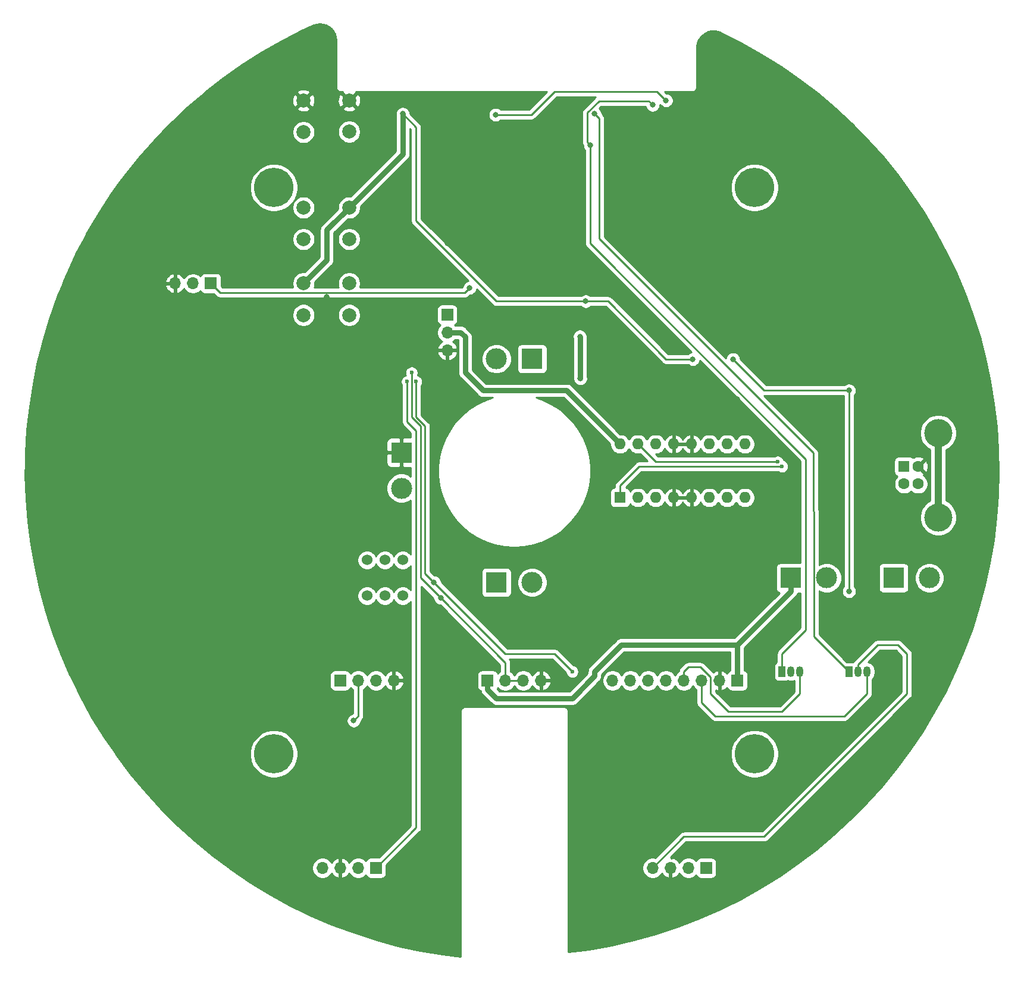
<source format=gbl>
G04 #@! TF.GenerationSoftware,KiCad,Pcbnew,(5.1.8)-1*
G04 #@! TF.CreationDate,2021-12-20T19:06:14+01:00*
G04 #@! TF.ProjectId,Elab car PCB,456c6162-2063-4617-9220-5043422e6b69,rev?*
G04 #@! TF.SameCoordinates,Original*
G04 #@! TF.FileFunction,Copper,L2,Bot*
G04 #@! TF.FilePolarity,Positive*
%FSLAX46Y46*%
G04 Gerber Fmt 4.6, Leading zero omitted, Abs format (unit mm)*
G04 Created by KiCad (PCBNEW (5.1.8)-1) date 2021-12-20 19:06:14*
%MOMM*%
%LPD*%
G01*
G04 APERTURE LIST*
G04 #@! TA.AperFunction,ComponentPad*
%ADD10C,1.524000*%
G04 #@! TD*
G04 #@! TA.AperFunction,ComponentPad*
%ADD11C,5.600000*%
G04 #@! TD*
G04 #@! TA.AperFunction,ComponentPad*
%ADD12O,1.700000X1.700000*%
G04 #@! TD*
G04 #@! TA.AperFunction,ComponentPad*
%ADD13R,1.700000X1.700000*%
G04 #@! TD*
G04 #@! TA.AperFunction,ComponentPad*
%ADD14R,1.600000X1.600000*%
G04 #@! TD*
G04 #@! TA.AperFunction,ComponentPad*
%ADD15C,1.600000*%
G04 #@! TD*
G04 #@! TA.AperFunction,ComponentPad*
%ADD16C,4.000000*%
G04 #@! TD*
G04 #@! TA.AperFunction,ComponentPad*
%ADD17C,2.000000*%
G04 #@! TD*
G04 #@! TA.AperFunction,ComponentPad*
%ADD18O,1.600000X1.600000*%
G04 #@! TD*
G04 #@! TA.AperFunction,ComponentPad*
%ADD19O,1.050000X1.500000*%
G04 #@! TD*
G04 #@! TA.AperFunction,ComponentPad*
%ADD20R,1.050000X1.500000*%
G04 #@! TD*
G04 #@! TA.AperFunction,ComponentPad*
%ADD21R,3.000000X3.000000*%
G04 #@! TD*
G04 #@! TA.AperFunction,ComponentPad*
%ADD22C,3.000000*%
G04 #@! TD*
G04 #@! TA.AperFunction,ViaPad*
%ADD23C,0.800000*%
G04 #@! TD*
G04 #@! TA.AperFunction,ViaPad*
%ADD24C,0.600000*%
G04 #@! TD*
G04 #@! TA.AperFunction,Conductor*
%ADD25C,0.750000*%
G04 #@! TD*
G04 #@! TA.AperFunction,Conductor*
%ADD26C,0.250000*%
G04 #@! TD*
G04 #@! TA.AperFunction,Conductor*
%ADD27C,1.000000*%
G04 #@! TD*
G04 #@! TA.AperFunction,Conductor*
%ADD28C,0.254000*%
G04 #@! TD*
G04 #@! TA.AperFunction,Conductor*
%ADD29C,0.100000*%
G04 #@! TD*
G04 APERTURE END LIST*
D10*
X118745000Y-119380000D03*
X121285000Y-119380000D03*
X123825000Y-119380000D03*
X123825000Y-114300000D03*
X121285000Y-114300000D03*
X118745000Y-114300000D03*
D11*
X173900000Y-61300000D03*
X173900000Y-141900000D03*
X105500000Y-141900000D03*
X105500000Y-61300000D03*
D12*
X91440000Y-74930000D03*
X93980000Y-74930000D03*
D13*
X96520000Y-74930000D03*
D12*
X159385000Y-158115000D03*
X161925000Y-158115000D03*
X164465000Y-158115000D03*
D13*
X167005000Y-158115000D03*
D12*
X112395000Y-158115000D03*
X114935000Y-158115000D03*
X117475000Y-158115000D03*
D13*
X120015000Y-158115000D03*
X114935000Y-131445000D03*
D12*
X117475000Y-131445000D03*
X120015000Y-131445000D03*
X122555000Y-131445000D03*
D14*
X195165000Y-100965000D03*
D15*
X195165000Y-103465000D03*
X197165000Y-103465000D03*
X197165000Y-100965000D03*
D16*
X200025000Y-108215000D03*
X200025000Y-96215000D03*
D17*
X109705000Y-79430000D03*
X109705000Y-74930000D03*
X116205000Y-79430000D03*
X116205000Y-74930000D03*
X109705000Y-68635000D03*
X109705000Y-64135000D03*
X116205000Y-68635000D03*
X116205000Y-64135000D03*
X109705000Y-53395000D03*
X109705000Y-48895000D03*
X116205000Y-53340000D03*
X116205000Y-48895000D03*
D14*
X154749500Y-105410000D03*
D18*
X172529500Y-97790000D03*
X157289500Y-105410000D03*
X169989500Y-97790000D03*
X159829500Y-105410000D03*
X167449500Y-97790000D03*
X162369500Y-105410000D03*
X164909500Y-97790000D03*
X164909500Y-105410000D03*
X162369500Y-97790000D03*
X167449500Y-105410000D03*
X159829500Y-97790000D03*
X169989500Y-105410000D03*
X157289500Y-97790000D03*
X172529500Y-105410000D03*
X154749500Y-97790000D03*
D19*
X188595000Y-130175000D03*
X189865000Y-130175000D03*
D20*
X187325000Y-130175000D03*
D19*
X179070000Y-130175000D03*
X180340000Y-130175000D03*
D20*
X177800000Y-130175000D03*
D21*
X179070000Y-116840000D03*
D22*
X184150000Y-116840000D03*
D21*
X193675000Y-116840000D03*
D22*
X198755000Y-116840000D03*
D13*
X171450000Y-131445000D03*
D12*
X168910000Y-131445000D03*
X166370000Y-131445000D03*
X163830000Y-131445000D03*
X161290000Y-131445000D03*
X158750000Y-131445000D03*
X156210000Y-131445000D03*
X153670000Y-131445000D03*
D13*
X130175000Y-79375000D03*
D12*
X130175000Y-81915000D03*
X130175000Y-84455000D03*
D13*
X135890000Y-131445000D03*
D12*
X138430000Y-131445000D03*
X140970000Y-131445000D03*
X143510000Y-131445000D03*
D21*
X142240000Y-85661500D03*
D22*
X137160000Y-85661500D03*
D21*
X137160000Y-117475000D03*
D22*
X142240000Y-117475000D03*
D21*
X123634500Y-98996500D03*
D22*
X123634500Y-104076500D03*
D23*
X92075000Y-118745000D03*
X92075000Y-115570000D03*
X94615000Y-115570000D03*
X94615000Y-118745000D03*
X97790000Y-118745000D03*
X97790000Y-115570000D03*
X100330000Y-115570000D03*
X100330000Y-118745000D03*
X100330000Y-121285000D03*
X97790000Y-121285000D03*
X94615000Y-121285000D03*
X92075000Y-121285000D03*
X94615000Y-112395000D03*
X97790000Y-112395000D03*
X100330000Y-112395000D03*
X92075000Y-112395000D03*
X140335000Y-57785000D03*
X137160000Y-57785000D03*
X137160000Y-53975000D03*
X140335000Y-53975000D03*
X167766500Y-113475000D03*
X167766500Y-121475000D03*
X167131500Y-81661500D03*
X167131500Y-89661500D03*
X144145000Y-76200000D03*
X128905000Y-48260000D03*
X186690000Y-70485000D03*
X188595000Y-78105000D03*
X182880000Y-69850000D03*
X194310000Y-77470000D03*
X193675000Y-91440000D03*
X121920000Y-62865000D03*
X121920000Y-73660000D03*
X135255000Y-62230000D03*
X100330000Y-63500000D03*
X104775000Y-101600000D03*
X103505000Y-132715000D03*
X118745000Y-85725000D03*
X90170000Y-85725000D03*
X99060000Y-93980000D03*
X80645000Y-98425000D03*
X80645000Y-104140000D03*
X189230000Y-63500000D03*
X100558600Y-141960600D03*
X188620400Y-144348200D03*
X94615000Y-109855000D03*
X92075000Y-109855000D03*
X89535000Y-109855000D03*
X86995000Y-109855000D03*
X86995000Y-112395000D03*
X89535000Y-112395000D03*
X89535000Y-115570000D03*
X86995000Y-115570000D03*
X86995000Y-118745000D03*
X89535000Y-118745000D03*
X89535000Y-121285000D03*
X86995000Y-121285000D03*
X86995000Y-123825000D03*
X89535000Y-123825000D03*
X92075000Y-123825000D03*
X94615000Y-123825000D03*
X150563580Y-48803560D03*
X76047600Y-121937780D03*
X126977140Y-166240460D03*
X123190000Y-122555000D03*
X176085500Y-68671440D03*
X184919620Y-53210460D03*
X193235580Y-107906820D03*
X168275000Y-42545000D03*
X190500000Y-96520000D03*
X154305000Y-136525000D03*
X165735000Y-161290000D03*
X172085000Y-146685000D03*
X149860000Y-167005000D03*
X175895000Y-111125000D03*
X162560000Y-107950000D03*
X163195000Y-102870000D03*
X161925000Y-94615000D03*
X156845000Y-93980000D03*
X171450000Y-91440000D03*
X130175000Y-69215000D03*
X110490000Y-42545000D03*
X116840000Y-107315000D03*
X97155000Y-54610000D03*
X79555340Y-75557380D03*
X149225000Y-95250000D03*
X175260000Y-97155000D03*
X134620000Y-112395000D03*
X177165000Y-103505000D03*
X181610000Y-93345000D03*
X196850000Y-88900000D03*
X201930000Y-99695000D03*
X190500000Y-125095000D03*
X179070000Y-137795000D03*
X201295000Y-120650000D03*
X165100000Y-133350000D03*
X150495000Y-155575000D03*
X126365000Y-160020000D03*
X110490000Y-158115000D03*
X122555000Y-158750000D03*
X94615000Y-151130000D03*
X92075000Y-138430000D03*
X75565000Y-109855000D03*
X76835000Y-91440000D03*
X88265000Y-67310000D03*
X90170000Y-69850000D03*
X124460000Y-58420000D03*
X168910000Y-66675000D03*
X171450000Y-57150000D03*
X156210000Y-55880000D03*
X165100000Y-71120000D03*
X198755000Y-69215000D03*
X201930000Y-73025000D03*
X117475000Y-93980000D03*
X113030000Y-90170000D03*
X113030000Y-94615000D03*
X83185000Y-128905000D03*
X114935000Y-133985000D03*
X131445000Y-135890000D03*
X147955000Y-136525000D03*
X106680000Y-89535000D03*
X106680000Y-83820000D03*
X102870000Y-83820000D03*
X113030000Y-76835000D03*
X123190000Y-81280000D03*
X107950000Y-58420000D03*
X102235000Y-58420000D03*
X123825000Y-50800000D03*
X149860000Y-77470000D03*
X187325000Y-90170000D03*
X170815000Y-85725000D03*
X165100000Y-85725000D03*
X187325000Y-118745000D03*
X149034500Y-82486500D03*
X149098000Y-88455500D03*
X137033000Y-50927000D03*
X161290000Y-48895000D03*
D24*
X125095000Y-87630000D03*
D23*
X129222500Y-119697500D03*
D24*
X124460000Y-88900000D03*
X125730000Y-88900000D03*
X147955000Y-130175000D03*
D23*
X128270000Y-117475000D03*
X116840000Y-137160000D03*
X150495000Y-55245000D03*
X159385000Y-49530000D03*
X151130000Y-50800000D03*
D24*
X177165000Y-100330000D03*
X177800000Y-100965000D03*
D23*
X133350000Y-75565000D03*
D25*
X179070000Y-116840000D02*
X179070000Y-118745000D01*
X171450000Y-126365000D02*
X171450000Y-131445000D01*
X179070000Y-118745000D02*
X171450000Y-126365000D01*
X154749500Y-97790000D02*
X148812250Y-91852750D01*
X147129500Y-90170000D02*
X146050000Y-90170000D01*
X135255000Y-90170000D02*
X132715000Y-87630000D01*
X135890000Y-131445000D02*
X135890000Y-132715000D01*
X135890000Y-132715000D02*
X137160000Y-133985000D01*
X137160000Y-133985000D02*
X147955000Y-133985000D01*
X147955000Y-133985000D02*
X151130000Y-130810000D01*
X151130000Y-130810000D02*
X151130000Y-130175000D01*
X154940000Y-126365000D02*
X171450000Y-126365000D01*
X151130000Y-130175000D02*
X154940000Y-126365000D01*
X146050000Y-90170000D02*
X135255000Y-90170000D01*
X132715000Y-87630000D02*
X132715000Y-82550000D01*
X132080000Y-81915000D02*
X130175000Y-81915000D01*
X132715000Y-82550000D02*
X132080000Y-81915000D01*
X148812250Y-91852750D02*
X147129500Y-90170000D01*
X123825000Y-56515000D02*
X116205000Y-64135000D01*
X123825000Y-50800000D02*
X123825000Y-56515000D01*
X116205000Y-64135000D02*
X113030000Y-67310000D01*
X113030000Y-71605000D02*
X109705000Y-74930000D01*
X113030000Y-67310000D02*
X113030000Y-71605000D01*
D26*
X146685000Y-77470000D02*
X137160000Y-77470000D01*
X137160000Y-77470000D02*
X125730000Y-66040000D01*
X125730000Y-52705000D02*
X123825000Y-50800000D01*
X125730000Y-66040000D02*
X125730000Y-52705000D01*
X187325000Y-90170000D02*
X175260000Y-90170000D01*
X175260000Y-90170000D02*
X170815000Y-85725000D01*
X170815000Y-85725000D02*
X170815000Y-85725000D01*
X165100000Y-85725000D02*
X161290000Y-85725000D01*
X153035000Y-77470000D02*
X146685000Y-77470000D01*
X161290000Y-85725000D02*
X153035000Y-77470000D01*
X187325000Y-90170000D02*
X187325000Y-118745000D01*
X187325000Y-118745000D02*
X187325000Y-118745000D01*
X188595000Y-129175000D02*
X191405000Y-126365000D01*
X188595000Y-130175000D02*
X188595000Y-129175000D01*
X191405000Y-126365000D02*
X194310000Y-126365000D01*
X194310000Y-126365000D02*
X195580000Y-127635000D01*
X195580000Y-127635000D02*
X195580000Y-133350000D01*
X195580000Y-133350000D02*
X175260000Y-153670000D01*
X163830000Y-153670000D02*
X159385000Y-158115000D01*
X175260000Y-153670000D02*
X163830000Y-153670000D01*
D25*
X149034500Y-88392000D02*
X149098000Y-88455500D01*
X149034500Y-82486500D02*
X149034500Y-88392000D01*
D26*
X137033000Y-50927000D02*
X142113000Y-50927000D01*
X142113000Y-50927000D02*
X145415000Y-47625000D01*
X145415000Y-47625000D02*
X156845000Y-47625000D01*
X156845000Y-47625000D02*
X158116410Y-47625000D01*
X158116410Y-47625000D02*
X160020000Y-47625000D01*
X160020000Y-47625000D02*
X161290000Y-48895000D01*
X161290000Y-48895000D02*
X161290000Y-48895000D01*
D27*
X200025000Y-96215000D02*
X200025000Y-108215000D01*
D26*
X138430000Y-128905000D02*
X138430000Y-131445000D01*
X126365000Y-116840000D02*
X129222500Y-119697500D01*
X126365000Y-95250000D02*
X126365000Y-116840000D01*
X125095000Y-93980000D02*
X126365000Y-95250000D01*
X138430000Y-131445000D02*
X140970000Y-131445000D01*
X125095000Y-88609998D02*
X125095000Y-87630000D01*
X125095000Y-93980000D02*
X125095000Y-88609998D01*
X129222500Y-119697500D02*
X138430000Y-128905000D01*
X125730000Y-95885000D02*
X125730000Y-152400000D01*
X124460000Y-94615000D02*
X125730000Y-95885000D01*
X124460000Y-88900000D02*
X124460000Y-94615000D01*
X125730000Y-152400000D02*
X120015000Y-158115000D01*
X127000000Y-116205000D02*
X128270000Y-117475000D01*
X127000000Y-95248590D02*
X127000000Y-116205000D01*
X125730000Y-93978590D02*
X127000000Y-95248590D01*
X125730000Y-88900000D02*
X125730000Y-93978590D01*
X145415000Y-127635000D02*
X147955000Y-130175000D01*
X138430000Y-127635000D02*
X145415000Y-127635000D01*
X128270000Y-117475000D02*
X138430000Y-127635000D01*
X180340000Y-130175000D02*
X180340000Y-133350000D01*
X180340000Y-133350000D02*
X177800000Y-135890000D01*
X177800000Y-135890000D02*
X170180000Y-135890000D01*
X170180000Y-135890000D02*
X167640000Y-133350000D01*
X167640000Y-130975998D02*
X166204002Y-129540000D01*
X167640000Y-133350000D02*
X167640000Y-130975998D01*
X166204002Y-129540000D02*
X164465000Y-129540000D01*
X163830000Y-130175000D02*
X163830000Y-131445000D01*
X164465000Y-129540000D02*
X163830000Y-130175000D01*
X189865000Y-130175000D02*
X189865000Y-133350000D01*
X189865000Y-133350000D02*
X186690000Y-136525000D01*
X186690000Y-136525000D02*
X168275000Y-136525000D01*
X168275000Y-136525000D02*
X166370000Y-134620000D01*
X166370000Y-134620000D02*
X166370000Y-131445000D01*
X117475000Y-136525000D02*
X116840000Y-137160000D01*
X117475000Y-131445000D02*
X117475000Y-136525000D01*
X177800000Y-127635000D02*
X177800000Y-130175000D01*
X181190010Y-124244990D02*
X177800000Y-127635000D01*
X181190010Y-99910010D02*
X181190010Y-124244990D01*
X150495000Y-69215000D02*
X181190010Y-99910010D01*
X150495000Y-55245000D02*
X150495000Y-69215000D01*
X150495000Y-55245000D02*
X150095001Y-54845001D01*
X158812399Y-48957399D02*
X159385000Y-49530000D01*
X151747199Y-48957399D02*
X158812399Y-48957399D01*
X150095001Y-50609597D02*
X151747199Y-48957399D01*
X150095001Y-54845001D02*
X150095001Y-50609597D01*
X159385000Y-49530000D02*
X159385000Y-49530000D01*
X187325000Y-129540000D02*
X187325000Y-130175000D01*
X182324999Y-107394999D02*
X182324999Y-125174999D01*
X182245000Y-107315000D02*
X182324999Y-107394999D01*
X151765000Y-68580000D02*
X182245000Y-99060000D01*
X182324999Y-125174999D02*
X187325000Y-130175000D01*
X182245000Y-99060000D02*
X182245000Y-107315000D01*
X151765000Y-51435000D02*
X151765000Y-68580000D01*
X151130000Y-50800000D02*
X151765000Y-51435000D01*
X159829500Y-100330000D02*
X157289500Y-97790000D01*
X177165000Y-100330000D02*
X159829500Y-100330000D01*
X154749500Y-105410000D02*
X154749500Y-105283000D01*
X154749500Y-103695500D02*
X154749500Y-105410000D01*
X157480000Y-100965000D02*
X154749500Y-103695500D01*
X157480000Y-100965000D02*
X159830910Y-100965000D01*
X159830910Y-100965000D02*
X168910000Y-100965000D01*
X177800000Y-100965000D02*
X168910000Y-100965000D01*
X97845001Y-76255001D02*
X96520000Y-74930000D01*
X132659999Y-76255001D02*
X97845001Y-76255001D01*
X133350000Y-75565000D02*
X132659999Y-76255001D01*
D28*
X112458549Y-38031376D02*
X112896142Y-38165942D01*
X113299263Y-38382941D01*
X113652559Y-38674107D01*
X113942572Y-39028350D01*
X114158255Y-39432176D01*
X114291395Y-39870209D01*
X114340001Y-40356612D01*
X114340000Y-46957581D01*
X114336807Y-46990000D01*
X114349550Y-47119383D01*
X114387290Y-47243793D01*
X114448575Y-47358450D01*
X114504833Y-47427000D01*
X114531052Y-47458948D01*
X114631550Y-47541425D01*
X114746207Y-47602710D01*
X114870617Y-47640450D01*
X115000000Y-47653193D01*
X115032419Y-47650000D01*
X115288884Y-47650000D01*
X115249192Y-47759587D01*
X116205000Y-48715395D01*
X117160808Y-47759587D01*
X117121116Y-47650000D01*
X144315198Y-47650000D01*
X141798199Y-50167000D01*
X137736711Y-50167000D01*
X137692774Y-50123063D01*
X137523256Y-50009795D01*
X137334898Y-49931774D01*
X137134939Y-49892000D01*
X136931061Y-49892000D01*
X136731102Y-49931774D01*
X136542744Y-50009795D01*
X136373226Y-50123063D01*
X136229063Y-50267226D01*
X136115795Y-50436744D01*
X136037774Y-50625102D01*
X135998000Y-50825061D01*
X135998000Y-51028939D01*
X136037774Y-51228898D01*
X136115795Y-51417256D01*
X136229063Y-51586774D01*
X136373226Y-51730937D01*
X136542744Y-51844205D01*
X136731102Y-51922226D01*
X136931061Y-51962000D01*
X137134939Y-51962000D01*
X137334898Y-51922226D01*
X137523256Y-51844205D01*
X137692774Y-51730937D01*
X137736711Y-51687000D01*
X142075678Y-51687000D01*
X142113000Y-51690676D01*
X142150322Y-51687000D01*
X142150333Y-51687000D01*
X142261986Y-51676003D01*
X142405247Y-51632546D01*
X142537276Y-51561974D01*
X142653001Y-51467001D01*
X142676804Y-51437997D01*
X145729802Y-48385000D01*
X151246675Y-48385000D01*
X151207198Y-48417398D01*
X151183400Y-48446396D01*
X149583999Y-50045798D01*
X149555001Y-50069596D01*
X149531203Y-50098594D01*
X149531202Y-50098595D01*
X149460027Y-50185321D01*
X149389455Y-50317351D01*
X149345999Y-50460612D01*
X149331325Y-50609597D01*
X149335002Y-50646929D01*
X149335001Y-54807678D01*
X149331325Y-54845001D01*
X149335001Y-54882323D01*
X149335001Y-54882333D01*
X149345998Y-54993986D01*
X149376948Y-55096015D01*
X149389455Y-55137247D01*
X149460000Y-55269226D01*
X149460000Y-55346939D01*
X149499774Y-55546898D01*
X149577795Y-55735256D01*
X149691063Y-55904774D01*
X149735000Y-55948711D01*
X149735001Y-69177668D01*
X149731324Y-69215000D01*
X149735001Y-69252333D01*
X149742553Y-69329003D01*
X149745998Y-69363985D01*
X149789454Y-69507246D01*
X149860026Y-69639276D01*
X149919655Y-69711933D01*
X149955000Y-69755001D01*
X149983998Y-69778799D01*
X164912264Y-84707066D01*
X164798102Y-84729774D01*
X164609744Y-84807795D01*
X164440226Y-84921063D01*
X164396289Y-84965000D01*
X161604802Y-84965000D01*
X153598804Y-76959003D01*
X153575001Y-76929999D01*
X153459276Y-76835026D01*
X153327247Y-76764454D01*
X153183986Y-76720997D01*
X153072333Y-76710000D01*
X153072322Y-76710000D01*
X153035000Y-76706324D01*
X152997678Y-76710000D01*
X150563711Y-76710000D01*
X150519774Y-76666063D01*
X150350256Y-76552795D01*
X150161898Y-76474774D01*
X149961939Y-76435000D01*
X149758061Y-76435000D01*
X149558102Y-76474774D01*
X149369744Y-76552795D01*
X149200226Y-76666063D01*
X149156289Y-76710000D01*
X137474802Y-76710000D01*
X126490000Y-65725199D01*
X126490000Y-52742323D01*
X126493676Y-52705000D01*
X126490000Y-52667677D01*
X126490000Y-52667667D01*
X126479003Y-52556014D01*
X126435546Y-52412753D01*
X126364974Y-52280724D01*
X126270001Y-52164999D01*
X126241003Y-52141201D01*
X124860000Y-50760199D01*
X124860000Y-50698061D01*
X124820226Y-50498102D01*
X124742205Y-50309744D01*
X124628937Y-50140226D01*
X124484774Y-49996063D01*
X124315256Y-49882795D01*
X124126898Y-49804774D01*
X123926939Y-49765000D01*
X123723061Y-49765000D01*
X123523102Y-49804774D01*
X123334744Y-49882795D01*
X123165226Y-49996063D01*
X123021063Y-50140226D01*
X122907795Y-50309744D01*
X122829774Y-50498102D01*
X122790000Y-50698061D01*
X122790000Y-50901939D01*
X122815000Y-51027624D01*
X122815001Y-56096644D01*
X116404078Y-62507567D01*
X116366033Y-62500000D01*
X116043967Y-62500000D01*
X115728088Y-62562832D01*
X115430537Y-62686082D01*
X115162748Y-62865013D01*
X114935013Y-63092748D01*
X114756082Y-63360537D01*
X114632832Y-63658088D01*
X114570000Y-63973967D01*
X114570000Y-64296033D01*
X114577567Y-64334078D01*
X112350906Y-66560739D01*
X112312367Y-66592367D01*
X112186153Y-66746160D01*
X112112488Y-66883979D01*
X112092368Y-66921621D01*
X112034615Y-67112006D01*
X112015114Y-67310000D01*
X112020000Y-67359608D01*
X112020001Y-71186644D01*
X109904078Y-73302567D01*
X109866033Y-73295000D01*
X109543967Y-73295000D01*
X109228088Y-73357832D01*
X108930537Y-73481082D01*
X108662748Y-73660013D01*
X108435013Y-73887748D01*
X108256082Y-74155537D01*
X108132832Y-74453088D01*
X108070000Y-74768967D01*
X108070000Y-75091033D01*
X108132832Y-75406912D01*
X108169320Y-75495001D01*
X98159804Y-75495001D01*
X98008072Y-75343270D01*
X98008072Y-74080000D01*
X97995812Y-73955518D01*
X97959502Y-73835820D01*
X97900537Y-73725506D01*
X97821185Y-73628815D01*
X97724494Y-73549463D01*
X97614180Y-73490498D01*
X97494482Y-73454188D01*
X97370000Y-73441928D01*
X95670000Y-73441928D01*
X95545518Y-73454188D01*
X95425820Y-73490498D01*
X95315506Y-73549463D01*
X95218815Y-73628815D01*
X95139463Y-73725506D01*
X95080498Y-73835820D01*
X95058487Y-73908380D01*
X94926632Y-73776525D01*
X94683411Y-73614010D01*
X94413158Y-73502068D01*
X94126260Y-73445000D01*
X93833740Y-73445000D01*
X93546842Y-73502068D01*
X93276589Y-73614010D01*
X93033368Y-73776525D01*
X92826525Y-73983368D01*
X92704805Y-74165534D01*
X92635178Y-74048645D01*
X92440269Y-73832412D01*
X92206920Y-73658359D01*
X91944099Y-73533175D01*
X91796890Y-73488524D01*
X91567000Y-73609845D01*
X91567000Y-74803000D01*
X91587000Y-74803000D01*
X91587000Y-75057000D01*
X91567000Y-75057000D01*
X91567000Y-76250155D01*
X91796890Y-76371476D01*
X91944099Y-76326825D01*
X92206920Y-76201641D01*
X92440269Y-76027588D01*
X92635178Y-75811355D01*
X92704805Y-75694466D01*
X92826525Y-75876632D01*
X93033368Y-76083475D01*
X93276589Y-76245990D01*
X93546842Y-76357932D01*
X93833740Y-76415000D01*
X94126260Y-76415000D01*
X94413158Y-76357932D01*
X94683411Y-76245990D01*
X94926632Y-76083475D01*
X95058487Y-75951620D01*
X95080498Y-76024180D01*
X95139463Y-76134494D01*
X95218815Y-76231185D01*
X95315506Y-76310537D01*
X95425820Y-76369502D01*
X95545518Y-76405812D01*
X95670000Y-76418072D01*
X96933270Y-76418072D01*
X97281206Y-76766009D01*
X97305000Y-76795002D01*
X97333993Y-76818796D01*
X97333997Y-76818800D01*
X97344540Y-76827452D01*
X97420725Y-76889975D01*
X97552754Y-76960547D01*
X97696015Y-77004004D01*
X97807668Y-77015001D01*
X97807677Y-77015001D01*
X97845000Y-77018677D01*
X97882323Y-77015001D01*
X132622677Y-77015001D01*
X132659999Y-77018677D01*
X132697321Y-77015001D01*
X132697332Y-77015001D01*
X132808985Y-77004004D01*
X132952246Y-76960547D01*
X133084275Y-76889975D01*
X133200000Y-76795002D01*
X133223802Y-76765999D01*
X133389801Y-76600000D01*
X133451939Y-76600000D01*
X133651898Y-76560226D01*
X133840256Y-76482205D01*
X134009774Y-76368937D01*
X134153937Y-76224774D01*
X134267205Y-76055256D01*
X134345226Y-75866898D01*
X134367934Y-75752736D01*
X136596200Y-77981002D01*
X136619999Y-78010001D01*
X136648997Y-78033799D01*
X136735723Y-78104974D01*
X136838693Y-78160013D01*
X136867753Y-78175546D01*
X137011014Y-78219003D01*
X137122667Y-78230000D01*
X137122677Y-78230000D01*
X137159999Y-78233676D01*
X137197322Y-78230000D01*
X149156289Y-78230000D01*
X149200226Y-78273937D01*
X149369744Y-78387205D01*
X149558102Y-78465226D01*
X149758061Y-78505000D01*
X149961939Y-78505000D01*
X150161898Y-78465226D01*
X150350256Y-78387205D01*
X150519774Y-78273937D01*
X150563711Y-78230000D01*
X152720199Y-78230000D01*
X160726200Y-86236002D01*
X160749999Y-86265001D01*
X160778997Y-86288799D01*
X160865723Y-86359974D01*
X160931525Y-86395146D01*
X160997753Y-86430546D01*
X161141014Y-86474003D01*
X161252667Y-86485000D01*
X161252677Y-86485000D01*
X161290000Y-86488676D01*
X161327323Y-86485000D01*
X164396289Y-86485000D01*
X164440226Y-86528937D01*
X164609744Y-86642205D01*
X164798102Y-86720226D01*
X164998061Y-86760000D01*
X165201939Y-86760000D01*
X165401898Y-86720226D01*
X165590256Y-86642205D01*
X165759774Y-86528937D01*
X165903937Y-86384774D01*
X166017205Y-86215256D01*
X166095226Y-86026898D01*
X166117934Y-85912736D01*
X180430010Y-100224813D01*
X180430011Y-114701928D01*
X177570000Y-114701928D01*
X177445518Y-114714188D01*
X177325820Y-114750498D01*
X177215506Y-114809463D01*
X177118815Y-114888815D01*
X177039463Y-114985506D01*
X176980498Y-115095820D01*
X176944188Y-115215518D01*
X176931928Y-115340000D01*
X176931928Y-118340000D01*
X176944188Y-118464482D01*
X176980498Y-118584180D01*
X177039463Y-118694494D01*
X177118815Y-118791185D01*
X177215506Y-118870537D01*
X177325820Y-118929502D01*
X177426578Y-118960067D01*
X171031645Y-125355000D01*
X154989608Y-125355000D01*
X154940000Y-125350114D01*
X154742005Y-125369615D01*
X154706116Y-125380502D01*
X154551620Y-125427368D01*
X154376160Y-125521153D01*
X154222367Y-125647367D01*
X154190744Y-125685900D01*
X150450901Y-129425744D01*
X150412368Y-129457367D01*
X150380745Y-129495900D01*
X150380744Y-129495901D01*
X150286154Y-129611160D01*
X150192368Y-129786621D01*
X150134615Y-129977006D01*
X150115114Y-130175000D01*
X150120000Y-130224608D01*
X150120000Y-130391645D01*
X147536645Y-132975000D01*
X137578355Y-132975000D01*
X137262564Y-132659209D01*
X137270537Y-132649494D01*
X137329502Y-132539180D01*
X137351513Y-132466620D01*
X137483368Y-132598475D01*
X137726589Y-132760990D01*
X137996842Y-132872932D01*
X138283740Y-132930000D01*
X138576260Y-132930000D01*
X138863158Y-132872932D01*
X139133411Y-132760990D01*
X139376632Y-132598475D01*
X139583475Y-132391632D01*
X139700000Y-132217240D01*
X139816525Y-132391632D01*
X140023368Y-132598475D01*
X140266589Y-132760990D01*
X140536842Y-132872932D01*
X140823740Y-132930000D01*
X141116260Y-132930000D01*
X141403158Y-132872932D01*
X141673411Y-132760990D01*
X141916632Y-132598475D01*
X142123475Y-132391632D01*
X142245195Y-132209466D01*
X142314822Y-132326355D01*
X142509731Y-132542588D01*
X142743080Y-132716641D01*
X143005901Y-132841825D01*
X143153110Y-132886476D01*
X143383000Y-132765155D01*
X143383000Y-131572000D01*
X143637000Y-131572000D01*
X143637000Y-132765155D01*
X143866890Y-132886476D01*
X144014099Y-132841825D01*
X144276920Y-132716641D01*
X144510269Y-132542588D01*
X144705178Y-132326355D01*
X144854157Y-132076252D01*
X144951481Y-131801891D01*
X144830814Y-131572000D01*
X143637000Y-131572000D01*
X143383000Y-131572000D01*
X143363000Y-131572000D01*
X143363000Y-131318000D01*
X143383000Y-131318000D01*
X143383000Y-130124845D01*
X143637000Y-130124845D01*
X143637000Y-131318000D01*
X144830814Y-131318000D01*
X144951481Y-131088109D01*
X144854157Y-130813748D01*
X144705178Y-130563645D01*
X144510269Y-130347412D01*
X144276920Y-130173359D01*
X144014099Y-130048175D01*
X143866890Y-130003524D01*
X143637000Y-130124845D01*
X143383000Y-130124845D01*
X143153110Y-130003524D01*
X143005901Y-130048175D01*
X142743080Y-130173359D01*
X142509731Y-130347412D01*
X142314822Y-130563645D01*
X142245195Y-130680534D01*
X142123475Y-130498368D01*
X141916632Y-130291525D01*
X141673411Y-130129010D01*
X141403158Y-130017068D01*
X141116260Y-129960000D01*
X140823740Y-129960000D01*
X140536842Y-130017068D01*
X140266589Y-130129010D01*
X140023368Y-130291525D01*
X139816525Y-130498368D01*
X139700000Y-130672760D01*
X139583475Y-130498368D01*
X139376632Y-130291525D01*
X139190000Y-130166822D01*
X139190000Y-128942322D01*
X139193676Y-128904999D01*
X139190000Y-128867676D01*
X139190000Y-128867667D01*
X139179003Y-128756014D01*
X139135546Y-128612753D01*
X139064974Y-128480724D01*
X139020061Y-128425997D01*
X138994623Y-128395000D01*
X145100199Y-128395000D01*
X147031848Y-130326650D01*
X147055932Y-130447729D01*
X147126414Y-130617889D01*
X147228738Y-130771028D01*
X147358972Y-130901262D01*
X147512111Y-131003586D01*
X147682271Y-131074068D01*
X147862911Y-131110000D01*
X148047089Y-131110000D01*
X148227729Y-131074068D01*
X148397889Y-131003586D01*
X148551028Y-130901262D01*
X148681262Y-130771028D01*
X148783586Y-130617889D01*
X148854068Y-130447729D01*
X148890000Y-130267089D01*
X148890000Y-130082911D01*
X148854068Y-129902271D01*
X148783586Y-129732111D01*
X148681262Y-129578972D01*
X148551028Y-129448738D01*
X148397889Y-129346414D01*
X148227729Y-129275932D01*
X148106650Y-129251848D01*
X145978804Y-127124003D01*
X145955001Y-127094999D01*
X145839276Y-127000026D01*
X145707247Y-126929454D01*
X145563986Y-126885997D01*
X145452333Y-126875000D01*
X145452322Y-126875000D01*
X145415000Y-126871324D01*
X145377678Y-126875000D01*
X138744802Y-126875000D01*
X129305000Y-117435199D01*
X129305000Y-117373061D01*
X129265226Y-117173102D01*
X129187205Y-116984744D01*
X129073937Y-116815226D01*
X128929774Y-116671063D01*
X128760256Y-116557795D01*
X128571898Y-116479774D01*
X128371939Y-116440000D01*
X128309802Y-116440000D01*
X127844802Y-115975000D01*
X135021928Y-115975000D01*
X135021928Y-118975000D01*
X135034188Y-119099482D01*
X135070498Y-119219180D01*
X135129463Y-119329494D01*
X135208815Y-119426185D01*
X135305506Y-119505537D01*
X135415820Y-119564502D01*
X135535518Y-119600812D01*
X135660000Y-119613072D01*
X138660000Y-119613072D01*
X138784482Y-119600812D01*
X138904180Y-119564502D01*
X139014494Y-119505537D01*
X139111185Y-119426185D01*
X139190537Y-119329494D01*
X139249502Y-119219180D01*
X139285812Y-119099482D01*
X139298072Y-118975000D01*
X139298072Y-117264721D01*
X140105000Y-117264721D01*
X140105000Y-117685279D01*
X140187047Y-118097756D01*
X140347988Y-118486302D01*
X140581637Y-118835983D01*
X140879017Y-119133363D01*
X141228698Y-119367012D01*
X141617244Y-119527953D01*
X142029721Y-119610000D01*
X142450279Y-119610000D01*
X142862756Y-119527953D01*
X143251302Y-119367012D01*
X143600983Y-119133363D01*
X143898363Y-118835983D01*
X144132012Y-118486302D01*
X144292953Y-118097756D01*
X144375000Y-117685279D01*
X144375000Y-117264721D01*
X144292953Y-116852244D01*
X144132012Y-116463698D01*
X143898363Y-116114017D01*
X143600983Y-115816637D01*
X143251302Y-115582988D01*
X142862756Y-115422047D01*
X142450279Y-115340000D01*
X142029721Y-115340000D01*
X141617244Y-115422047D01*
X141228698Y-115582988D01*
X140879017Y-115816637D01*
X140581637Y-116114017D01*
X140347988Y-116463698D01*
X140187047Y-116852244D01*
X140105000Y-117264721D01*
X139298072Y-117264721D01*
X139298072Y-115975000D01*
X139285812Y-115850518D01*
X139249502Y-115730820D01*
X139190537Y-115620506D01*
X139111185Y-115523815D01*
X139014494Y-115444463D01*
X138904180Y-115385498D01*
X138784482Y-115349188D01*
X138660000Y-115336928D01*
X135660000Y-115336928D01*
X135535518Y-115349188D01*
X135415820Y-115385498D01*
X135305506Y-115444463D01*
X135208815Y-115523815D01*
X135129463Y-115620506D01*
X135070498Y-115730820D01*
X135034188Y-115850518D01*
X135021928Y-115975000D01*
X127844802Y-115975000D01*
X127760000Y-115890199D01*
X127760000Y-95285912D01*
X127763676Y-95248589D01*
X127760000Y-95211266D01*
X127760000Y-95211257D01*
X127749003Y-95099604D01*
X127705546Y-94956343D01*
X127634974Y-94824314D01*
X127540001Y-94708589D01*
X127511004Y-94684792D01*
X126490000Y-93663789D01*
X126490000Y-89445535D01*
X126558586Y-89342889D01*
X126629068Y-89172729D01*
X126665000Y-88992089D01*
X126665000Y-88807911D01*
X126629068Y-88627271D01*
X126558586Y-88457111D01*
X126456262Y-88303972D01*
X126326028Y-88173738D01*
X126172889Y-88071414D01*
X126002729Y-88000932D01*
X125957147Y-87991865D01*
X125994068Y-87902729D01*
X126030000Y-87722089D01*
X126030000Y-87537911D01*
X125994068Y-87357271D01*
X125923586Y-87187111D01*
X125821262Y-87033972D01*
X125691028Y-86903738D01*
X125537889Y-86801414D01*
X125367729Y-86730932D01*
X125187089Y-86695000D01*
X125002911Y-86695000D01*
X124822271Y-86730932D01*
X124652111Y-86801414D01*
X124498972Y-86903738D01*
X124368738Y-87033972D01*
X124266414Y-87187111D01*
X124195932Y-87357271D01*
X124160000Y-87537911D01*
X124160000Y-87722089D01*
X124195932Y-87902729D01*
X124232853Y-87991865D01*
X124187271Y-88000932D01*
X124017111Y-88071414D01*
X123863972Y-88173738D01*
X123733738Y-88303972D01*
X123631414Y-88457111D01*
X123560932Y-88627271D01*
X123525000Y-88807911D01*
X123525000Y-88992089D01*
X123560932Y-89172729D01*
X123631414Y-89342889D01*
X123700000Y-89445536D01*
X123700001Y-94577668D01*
X123696324Y-94615000D01*
X123700001Y-94652333D01*
X123707553Y-94729003D01*
X123710998Y-94763985D01*
X123754454Y-94907246D01*
X123825026Y-95039276D01*
X123896201Y-95126002D01*
X123920000Y-95155001D01*
X123948998Y-95178799D01*
X124970000Y-96199802D01*
X124970000Y-96858844D01*
X123920250Y-96861500D01*
X123761500Y-97020250D01*
X123761500Y-98869500D01*
X123781500Y-98869500D01*
X123781500Y-99123500D01*
X123761500Y-99123500D01*
X123761500Y-100972750D01*
X123920250Y-101131500D01*
X124970000Y-101134156D01*
X124970000Y-102401110D01*
X124645802Y-102184488D01*
X124257256Y-102023547D01*
X123844779Y-101941500D01*
X123424221Y-101941500D01*
X123011744Y-102023547D01*
X122623198Y-102184488D01*
X122273517Y-102418137D01*
X121976137Y-102715517D01*
X121742488Y-103065198D01*
X121581547Y-103453744D01*
X121499500Y-103866221D01*
X121499500Y-104286779D01*
X121581547Y-104699256D01*
X121742488Y-105087802D01*
X121976137Y-105437483D01*
X122273517Y-105734863D01*
X122623198Y-105968512D01*
X123011744Y-106129453D01*
X123424221Y-106211500D01*
X123844779Y-106211500D01*
X124257256Y-106129453D01*
X124645802Y-105968512D01*
X124970000Y-105751890D01*
X124970000Y-113499082D01*
X124910120Y-113409465D01*
X124715535Y-113214880D01*
X124486727Y-113061995D01*
X124232490Y-112956686D01*
X123962592Y-112903000D01*
X123687408Y-112903000D01*
X123417510Y-112956686D01*
X123163273Y-113061995D01*
X122934465Y-113214880D01*
X122739880Y-113409465D01*
X122586995Y-113638273D01*
X122555000Y-113715515D01*
X122523005Y-113638273D01*
X122370120Y-113409465D01*
X122175535Y-113214880D01*
X121946727Y-113061995D01*
X121692490Y-112956686D01*
X121422592Y-112903000D01*
X121147408Y-112903000D01*
X120877510Y-112956686D01*
X120623273Y-113061995D01*
X120394465Y-113214880D01*
X120199880Y-113409465D01*
X120046995Y-113638273D01*
X120015000Y-113715515D01*
X119983005Y-113638273D01*
X119830120Y-113409465D01*
X119635535Y-113214880D01*
X119406727Y-113061995D01*
X119152490Y-112956686D01*
X118882592Y-112903000D01*
X118607408Y-112903000D01*
X118337510Y-112956686D01*
X118083273Y-113061995D01*
X117854465Y-113214880D01*
X117659880Y-113409465D01*
X117506995Y-113638273D01*
X117401686Y-113892510D01*
X117348000Y-114162408D01*
X117348000Y-114437592D01*
X117401686Y-114707490D01*
X117506995Y-114961727D01*
X117659880Y-115190535D01*
X117854465Y-115385120D01*
X118083273Y-115538005D01*
X118337510Y-115643314D01*
X118607408Y-115697000D01*
X118882592Y-115697000D01*
X119152490Y-115643314D01*
X119406727Y-115538005D01*
X119635535Y-115385120D01*
X119830120Y-115190535D01*
X119983005Y-114961727D01*
X120015000Y-114884485D01*
X120046995Y-114961727D01*
X120199880Y-115190535D01*
X120394465Y-115385120D01*
X120623273Y-115538005D01*
X120877510Y-115643314D01*
X121147408Y-115697000D01*
X121422592Y-115697000D01*
X121692490Y-115643314D01*
X121946727Y-115538005D01*
X122175535Y-115385120D01*
X122370120Y-115190535D01*
X122523005Y-114961727D01*
X122555000Y-114884485D01*
X122586995Y-114961727D01*
X122739880Y-115190535D01*
X122934465Y-115385120D01*
X123163273Y-115538005D01*
X123417510Y-115643314D01*
X123687408Y-115697000D01*
X123962592Y-115697000D01*
X124232490Y-115643314D01*
X124486727Y-115538005D01*
X124715535Y-115385120D01*
X124910120Y-115190535D01*
X124970000Y-115100918D01*
X124970000Y-118579082D01*
X124910120Y-118489465D01*
X124715535Y-118294880D01*
X124486727Y-118141995D01*
X124232490Y-118036686D01*
X123962592Y-117983000D01*
X123687408Y-117983000D01*
X123417510Y-118036686D01*
X123163273Y-118141995D01*
X122934465Y-118294880D01*
X122739880Y-118489465D01*
X122586995Y-118718273D01*
X122555000Y-118795515D01*
X122523005Y-118718273D01*
X122370120Y-118489465D01*
X122175535Y-118294880D01*
X121946727Y-118141995D01*
X121692490Y-118036686D01*
X121422592Y-117983000D01*
X121147408Y-117983000D01*
X120877510Y-118036686D01*
X120623273Y-118141995D01*
X120394465Y-118294880D01*
X120199880Y-118489465D01*
X120046995Y-118718273D01*
X120015000Y-118795515D01*
X119983005Y-118718273D01*
X119830120Y-118489465D01*
X119635535Y-118294880D01*
X119406727Y-118141995D01*
X119152490Y-118036686D01*
X118882592Y-117983000D01*
X118607408Y-117983000D01*
X118337510Y-118036686D01*
X118083273Y-118141995D01*
X117854465Y-118294880D01*
X117659880Y-118489465D01*
X117506995Y-118718273D01*
X117401686Y-118972510D01*
X117348000Y-119242408D01*
X117348000Y-119517592D01*
X117401686Y-119787490D01*
X117506995Y-120041727D01*
X117659880Y-120270535D01*
X117854465Y-120465120D01*
X118083273Y-120618005D01*
X118337510Y-120723314D01*
X118607408Y-120777000D01*
X118882592Y-120777000D01*
X119152490Y-120723314D01*
X119406727Y-120618005D01*
X119635535Y-120465120D01*
X119830120Y-120270535D01*
X119983005Y-120041727D01*
X120015000Y-119964485D01*
X120046995Y-120041727D01*
X120199880Y-120270535D01*
X120394465Y-120465120D01*
X120623273Y-120618005D01*
X120877510Y-120723314D01*
X121147408Y-120777000D01*
X121422592Y-120777000D01*
X121692490Y-120723314D01*
X121946727Y-120618005D01*
X122175535Y-120465120D01*
X122370120Y-120270535D01*
X122523005Y-120041727D01*
X122555000Y-119964485D01*
X122586995Y-120041727D01*
X122739880Y-120270535D01*
X122934465Y-120465120D01*
X123163273Y-120618005D01*
X123417510Y-120723314D01*
X123687408Y-120777000D01*
X123962592Y-120777000D01*
X124232490Y-120723314D01*
X124486727Y-120618005D01*
X124715535Y-120465120D01*
X124910120Y-120270535D01*
X124970000Y-120180918D01*
X124970001Y-152085197D01*
X120428271Y-156626928D01*
X119165000Y-156626928D01*
X119040518Y-156639188D01*
X118920820Y-156675498D01*
X118810506Y-156734463D01*
X118713815Y-156813815D01*
X118634463Y-156910506D01*
X118575498Y-157020820D01*
X118553487Y-157093380D01*
X118421632Y-156961525D01*
X118178411Y-156799010D01*
X117908158Y-156687068D01*
X117621260Y-156630000D01*
X117328740Y-156630000D01*
X117041842Y-156687068D01*
X116771589Y-156799010D01*
X116528368Y-156961525D01*
X116321525Y-157168368D01*
X116199805Y-157350534D01*
X116130178Y-157233645D01*
X115935269Y-157017412D01*
X115701920Y-156843359D01*
X115439099Y-156718175D01*
X115291890Y-156673524D01*
X115062000Y-156794845D01*
X115062000Y-157988000D01*
X115082000Y-157988000D01*
X115082000Y-158242000D01*
X115062000Y-158242000D01*
X115062000Y-159435155D01*
X115291890Y-159556476D01*
X115439099Y-159511825D01*
X115701920Y-159386641D01*
X115935269Y-159212588D01*
X116130178Y-158996355D01*
X116199805Y-158879466D01*
X116321525Y-159061632D01*
X116528368Y-159268475D01*
X116771589Y-159430990D01*
X117041842Y-159542932D01*
X117328740Y-159600000D01*
X117621260Y-159600000D01*
X117908158Y-159542932D01*
X118178411Y-159430990D01*
X118421632Y-159268475D01*
X118553487Y-159136620D01*
X118575498Y-159209180D01*
X118634463Y-159319494D01*
X118713815Y-159416185D01*
X118810506Y-159495537D01*
X118920820Y-159554502D01*
X119040518Y-159590812D01*
X119165000Y-159603072D01*
X120865000Y-159603072D01*
X120989482Y-159590812D01*
X121109180Y-159554502D01*
X121219494Y-159495537D01*
X121316185Y-159416185D01*
X121395537Y-159319494D01*
X121454502Y-159209180D01*
X121490812Y-159089482D01*
X121503072Y-158965000D01*
X121503072Y-157701729D01*
X126241003Y-152963799D01*
X126270001Y-152940001D01*
X126364974Y-152824276D01*
X126435546Y-152692247D01*
X126479003Y-152548986D01*
X126490000Y-152437333D01*
X126493677Y-152400000D01*
X126490000Y-152362667D01*
X126490000Y-118039801D01*
X128187500Y-119737302D01*
X128187500Y-119799439D01*
X128227274Y-119999398D01*
X128305295Y-120187756D01*
X128418563Y-120357274D01*
X128562726Y-120501437D01*
X128732244Y-120614705D01*
X128920602Y-120692726D01*
X129120561Y-120732500D01*
X129182699Y-120732500D01*
X137670000Y-129219803D01*
X137670000Y-130166821D01*
X137483368Y-130291525D01*
X137351513Y-130423380D01*
X137329502Y-130350820D01*
X137270537Y-130240506D01*
X137191185Y-130143815D01*
X137094494Y-130064463D01*
X136984180Y-130005498D01*
X136864482Y-129969188D01*
X136740000Y-129956928D01*
X135040000Y-129956928D01*
X134915518Y-129969188D01*
X134795820Y-130005498D01*
X134685506Y-130064463D01*
X134588815Y-130143815D01*
X134509463Y-130240506D01*
X134450498Y-130350820D01*
X134414188Y-130470518D01*
X134401928Y-130595000D01*
X134401928Y-132295000D01*
X134414188Y-132419482D01*
X134450498Y-132539180D01*
X134509463Y-132649494D01*
X134588815Y-132746185D01*
X134685506Y-132825537D01*
X134795820Y-132884502D01*
X134895109Y-132914621D01*
X134952368Y-133103379D01*
X134952369Y-133103380D01*
X135046154Y-133278840D01*
X135172368Y-133432633D01*
X135210901Y-133464256D01*
X136410739Y-134664094D01*
X136442367Y-134702633D01*
X136596160Y-134828847D01*
X136771620Y-134922632D01*
X136962006Y-134980385D01*
X137110392Y-134995000D01*
X137110394Y-134995000D01*
X137159999Y-134999886D01*
X137209604Y-134995000D01*
X147905392Y-134995000D01*
X147955000Y-134999886D01*
X148152994Y-134980385D01*
X148152997Y-134980384D01*
X148343380Y-134922632D01*
X148518840Y-134828847D01*
X148672633Y-134702633D01*
X148704261Y-134664094D01*
X151809094Y-131559261D01*
X151847633Y-131527633D01*
X151973847Y-131373840D01*
X152067632Y-131198380D01*
X152125385Y-131007994D01*
X152140000Y-130859608D01*
X152140000Y-130859606D01*
X152144886Y-130810001D01*
X152140000Y-130760396D01*
X152140000Y-130593355D01*
X155358356Y-127375000D01*
X170440000Y-127375000D01*
X170440001Y-129979962D01*
X170355820Y-130005498D01*
X170245506Y-130064463D01*
X170148815Y-130143815D01*
X170069463Y-130240506D01*
X170010498Y-130350820D01*
X169986034Y-130431466D01*
X169910269Y-130347412D01*
X169676920Y-130173359D01*
X169414099Y-130048175D01*
X169266890Y-130003524D01*
X169037000Y-130124845D01*
X169037000Y-131318000D01*
X169057000Y-131318000D01*
X169057000Y-131572000D01*
X169037000Y-131572000D01*
X169037000Y-132765155D01*
X169266890Y-132886476D01*
X169414099Y-132841825D01*
X169676920Y-132716641D01*
X169910269Y-132542588D01*
X169986034Y-132458534D01*
X170010498Y-132539180D01*
X170069463Y-132649494D01*
X170148815Y-132746185D01*
X170245506Y-132825537D01*
X170355820Y-132884502D01*
X170475518Y-132920812D01*
X170600000Y-132933072D01*
X172300000Y-132933072D01*
X172424482Y-132920812D01*
X172544180Y-132884502D01*
X172654494Y-132825537D01*
X172751185Y-132746185D01*
X172830537Y-132649494D01*
X172889502Y-132539180D01*
X172925812Y-132419482D01*
X172938072Y-132295000D01*
X172938072Y-130595000D01*
X172925812Y-130470518D01*
X172889502Y-130350820D01*
X172830537Y-130240506D01*
X172751185Y-130143815D01*
X172654494Y-130064463D01*
X172544180Y-130005498D01*
X172460000Y-129979962D01*
X172460000Y-126783355D01*
X179749094Y-119494261D01*
X179787633Y-119462633D01*
X179913847Y-119308840D01*
X180007632Y-119133380D01*
X180054744Y-118978072D01*
X180430011Y-118978072D01*
X180430011Y-123930187D01*
X177289003Y-127071196D01*
X177259999Y-127094999D01*
X177224821Y-127137864D01*
X177165026Y-127210724D01*
X177094455Y-127342753D01*
X177094454Y-127342754D01*
X177050997Y-127486015D01*
X177040000Y-127597668D01*
X177040000Y-127597678D01*
X177036324Y-127635000D01*
X177040000Y-127672323D01*
X177040000Y-128832713D01*
X177030820Y-128835498D01*
X176920506Y-128894463D01*
X176823815Y-128973815D01*
X176744463Y-129070506D01*
X176685498Y-129180820D01*
X176649188Y-129300518D01*
X176636928Y-129425000D01*
X176636928Y-130925000D01*
X176649188Y-131049482D01*
X176685498Y-131169180D01*
X176744463Y-131279494D01*
X176823815Y-131376185D01*
X176920506Y-131455537D01*
X177030820Y-131514502D01*
X177150518Y-131550812D01*
X177275000Y-131563072D01*
X178325000Y-131563072D01*
X178449482Y-131550812D01*
X178569180Y-131514502D01*
X178633902Y-131479907D01*
X178842601Y-131543215D01*
X179070000Y-131565612D01*
X179297400Y-131543215D01*
X179516060Y-131476885D01*
X179580000Y-131442708D01*
X179580001Y-133035196D01*
X177485199Y-135130000D01*
X170494803Y-135130000D01*
X168400000Y-133035199D01*
X168400000Y-132839014D01*
X168405901Y-132841825D01*
X168553110Y-132886476D01*
X168783000Y-132765155D01*
X168783000Y-131572000D01*
X168763000Y-131572000D01*
X168763000Y-131318000D01*
X168783000Y-131318000D01*
X168783000Y-130124845D01*
X168553110Y-130003524D01*
X168405901Y-130048175D01*
X168143080Y-130173359D01*
X168010817Y-130272013D01*
X166767806Y-129029003D01*
X166744003Y-128999999D01*
X166628278Y-128905026D01*
X166496249Y-128834454D01*
X166352988Y-128790997D01*
X166241335Y-128780000D01*
X166241324Y-128780000D01*
X166204002Y-128776324D01*
X166166680Y-128780000D01*
X164502333Y-128780000D01*
X164465000Y-128776323D01*
X164427667Y-128780000D01*
X164316014Y-128790997D01*
X164172753Y-128834454D01*
X164040724Y-128905026D01*
X163924999Y-128999999D01*
X163901200Y-129028998D01*
X163319002Y-129611197D01*
X163289999Y-129634999D01*
X163234871Y-129702174D01*
X163195026Y-129750724D01*
X163127947Y-129876219D01*
X163124454Y-129882754D01*
X163080997Y-130026015D01*
X163070000Y-130137668D01*
X163070000Y-130137678D01*
X163066927Y-130168875D01*
X162883368Y-130291525D01*
X162676525Y-130498368D01*
X162560000Y-130672760D01*
X162443475Y-130498368D01*
X162236632Y-130291525D01*
X161993411Y-130129010D01*
X161723158Y-130017068D01*
X161436260Y-129960000D01*
X161143740Y-129960000D01*
X160856842Y-130017068D01*
X160586589Y-130129010D01*
X160343368Y-130291525D01*
X160136525Y-130498368D01*
X160020000Y-130672760D01*
X159903475Y-130498368D01*
X159696632Y-130291525D01*
X159453411Y-130129010D01*
X159183158Y-130017068D01*
X158896260Y-129960000D01*
X158603740Y-129960000D01*
X158316842Y-130017068D01*
X158046589Y-130129010D01*
X157803368Y-130291525D01*
X157596525Y-130498368D01*
X157480000Y-130672760D01*
X157363475Y-130498368D01*
X157156632Y-130291525D01*
X156913411Y-130129010D01*
X156643158Y-130017068D01*
X156356260Y-129960000D01*
X156063740Y-129960000D01*
X155776842Y-130017068D01*
X155506589Y-130129010D01*
X155263368Y-130291525D01*
X155056525Y-130498368D01*
X154940000Y-130672760D01*
X154823475Y-130498368D01*
X154616632Y-130291525D01*
X154373411Y-130129010D01*
X154103158Y-130017068D01*
X153816260Y-129960000D01*
X153523740Y-129960000D01*
X153236842Y-130017068D01*
X152966589Y-130129010D01*
X152723368Y-130291525D01*
X152516525Y-130498368D01*
X152354010Y-130741589D01*
X152242068Y-131011842D01*
X152185000Y-131298740D01*
X152185000Y-131591260D01*
X152242068Y-131878158D01*
X152354010Y-132148411D01*
X152516525Y-132391632D01*
X152723368Y-132598475D01*
X152966589Y-132760990D01*
X153236842Y-132872932D01*
X153523740Y-132930000D01*
X153816260Y-132930000D01*
X154103158Y-132872932D01*
X154373411Y-132760990D01*
X154616632Y-132598475D01*
X154823475Y-132391632D01*
X154940000Y-132217240D01*
X155056525Y-132391632D01*
X155263368Y-132598475D01*
X155506589Y-132760990D01*
X155776842Y-132872932D01*
X156063740Y-132930000D01*
X156356260Y-132930000D01*
X156643158Y-132872932D01*
X156913411Y-132760990D01*
X157156632Y-132598475D01*
X157363475Y-132391632D01*
X157480000Y-132217240D01*
X157596525Y-132391632D01*
X157803368Y-132598475D01*
X158046589Y-132760990D01*
X158316842Y-132872932D01*
X158603740Y-132930000D01*
X158896260Y-132930000D01*
X159183158Y-132872932D01*
X159453411Y-132760990D01*
X159696632Y-132598475D01*
X159903475Y-132391632D01*
X160020000Y-132217240D01*
X160136525Y-132391632D01*
X160343368Y-132598475D01*
X160586589Y-132760990D01*
X160856842Y-132872932D01*
X161143740Y-132930000D01*
X161436260Y-132930000D01*
X161723158Y-132872932D01*
X161993411Y-132760990D01*
X162236632Y-132598475D01*
X162443475Y-132391632D01*
X162560000Y-132217240D01*
X162676525Y-132391632D01*
X162883368Y-132598475D01*
X163126589Y-132760990D01*
X163396842Y-132872932D01*
X163683740Y-132930000D01*
X163976260Y-132930000D01*
X164263158Y-132872932D01*
X164533411Y-132760990D01*
X164776632Y-132598475D01*
X164983475Y-132391632D01*
X165100000Y-132217240D01*
X165216525Y-132391632D01*
X165423368Y-132598475D01*
X165610001Y-132723179D01*
X165610000Y-134582677D01*
X165606324Y-134620000D01*
X165610000Y-134657322D01*
X165610000Y-134657332D01*
X165620997Y-134768985D01*
X165639156Y-134828847D01*
X165664454Y-134912246D01*
X165735026Y-135044276D01*
X165774871Y-135092826D01*
X165829999Y-135160001D01*
X165859003Y-135183804D01*
X167711201Y-137036003D01*
X167734999Y-137065001D01*
X167850724Y-137159974D01*
X167982753Y-137230546D01*
X168126014Y-137274003D01*
X168237667Y-137285000D01*
X168237677Y-137285000D01*
X168275000Y-137288676D01*
X168312323Y-137285000D01*
X186652678Y-137285000D01*
X186690000Y-137288676D01*
X186727322Y-137285000D01*
X186727333Y-137285000D01*
X186838986Y-137274003D01*
X186982247Y-137230546D01*
X187114276Y-137159974D01*
X187230001Y-137065001D01*
X187253804Y-137035997D01*
X190376003Y-133913799D01*
X190405001Y-133890001D01*
X190449049Y-133836328D01*
X190499974Y-133774277D01*
X190570546Y-133642247D01*
X190584386Y-133596621D01*
X190614003Y-133498986D01*
X190625000Y-133387333D01*
X190625000Y-133387324D01*
X190628676Y-133350001D01*
X190625000Y-133312678D01*
X190625000Y-131276909D01*
X190689212Y-131224212D01*
X190834171Y-131047579D01*
X190941885Y-130846059D01*
X191008215Y-130627399D01*
X191025000Y-130456978D01*
X191025000Y-129893021D01*
X191008215Y-129722600D01*
X190941885Y-129503940D01*
X190834171Y-129302421D01*
X190689212Y-129125788D01*
X190512578Y-128980829D01*
X190311059Y-128873115D01*
X190092399Y-128806785D01*
X190042892Y-128801909D01*
X191719802Y-127125000D01*
X193995199Y-127125000D01*
X194820000Y-127949802D01*
X194820001Y-133035197D01*
X174945199Y-152910000D01*
X163867322Y-152910000D01*
X163829999Y-152906324D01*
X163792676Y-152910000D01*
X163792667Y-152910000D01*
X163681014Y-152920997D01*
X163537753Y-152964454D01*
X163405724Y-153035026D01*
X163289999Y-153129999D01*
X163266201Y-153158997D01*
X159751408Y-156673791D01*
X159531260Y-156630000D01*
X159238740Y-156630000D01*
X158951842Y-156687068D01*
X158681589Y-156799010D01*
X158438368Y-156961525D01*
X158231525Y-157168368D01*
X158069010Y-157411589D01*
X157957068Y-157681842D01*
X157900000Y-157968740D01*
X157900000Y-158261260D01*
X157957068Y-158548158D01*
X158069010Y-158818411D01*
X158231525Y-159061632D01*
X158438368Y-159268475D01*
X158681589Y-159430990D01*
X158951842Y-159542932D01*
X159238740Y-159600000D01*
X159531260Y-159600000D01*
X159818158Y-159542932D01*
X160088411Y-159430990D01*
X160331632Y-159268475D01*
X160538475Y-159061632D01*
X160660195Y-158879466D01*
X160729822Y-158996355D01*
X160924731Y-159212588D01*
X161158080Y-159386641D01*
X161420901Y-159511825D01*
X161568110Y-159556476D01*
X161798000Y-159435155D01*
X161798000Y-158242000D01*
X161778000Y-158242000D01*
X161778000Y-157988000D01*
X161798000Y-157988000D01*
X161798000Y-157968000D01*
X162052000Y-157968000D01*
X162052000Y-157988000D01*
X162072000Y-157988000D01*
X162072000Y-158242000D01*
X162052000Y-158242000D01*
X162052000Y-159435155D01*
X162281890Y-159556476D01*
X162429099Y-159511825D01*
X162691920Y-159386641D01*
X162925269Y-159212588D01*
X163120178Y-158996355D01*
X163189805Y-158879466D01*
X163311525Y-159061632D01*
X163518368Y-159268475D01*
X163761589Y-159430990D01*
X164031842Y-159542932D01*
X164318740Y-159600000D01*
X164611260Y-159600000D01*
X164898158Y-159542932D01*
X165168411Y-159430990D01*
X165411632Y-159268475D01*
X165543487Y-159136620D01*
X165565498Y-159209180D01*
X165624463Y-159319494D01*
X165703815Y-159416185D01*
X165800506Y-159495537D01*
X165910820Y-159554502D01*
X166030518Y-159590812D01*
X166155000Y-159603072D01*
X167855000Y-159603072D01*
X167979482Y-159590812D01*
X168099180Y-159554502D01*
X168209494Y-159495537D01*
X168306185Y-159416185D01*
X168385537Y-159319494D01*
X168444502Y-159209180D01*
X168480812Y-159089482D01*
X168493072Y-158965000D01*
X168493072Y-157265000D01*
X168480812Y-157140518D01*
X168444502Y-157020820D01*
X168385537Y-156910506D01*
X168306185Y-156813815D01*
X168209494Y-156734463D01*
X168099180Y-156675498D01*
X167979482Y-156639188D01*
X167855000Y-156626928D01*
X166155000Y-156626928D01*
X166030518Y-156639188D01*
X165910820Y-156675498D01*
X165800506Y-156734463D01*
X165703815Y-156813815D01*
X165624463Y-156910506D01*
X165565498Y-157020820D01*
X165543487Y-157093380D01*
X165411632Y-156961525D01*
X165168411Y-156799010D01*
X164898158Y-156687068D01*
X164611260Y-156630000D01*
X164318740Y-156630000D01*
X164031842Y-156687068D01*
X163761589Y-156799010D01*
X163518368Y-156961525D01*
X163311525Y-157168368D01*
X163189805Y-157350534D01*
X163120178Y-157233645D01*
X162925269Y-157017412D01*
X162691920Y-156843359D01*
X162429099Y-156718175D01*
X162281890Y-156673524D01*
X162052002Y-156794844D01*
X162052002Y-156630000D01*
X161944801Y-156630000D01*
X164144802Y-154430000D01*
X175222678Y-154430000D01*
X175260000Y-154433676D01*
X175297322Y-154430000D01*
X175297333Y-154430000D01*
X175408986Y-154419003D01*
X175552247Y-154375546D01*
X175684276Y-154304974D01*
X175800001Y-154210001D01*
X175823804Y-154180997D01*
X196091003Y-133913799D01*
X196120001Y-133890001D01*
X196214974Y-133774276D01*
X196285546Y-133642247D01*
X196329003Y-133498986D01*
X196340000Y-133387333D01*
X196340000Y-133387332D01*
X196343677Y-133350000D01*
X196340000Y-133312667D01*
X196340000Y-127672322D01*
X196343676Y-127634999D01*
X196340000Y-127597676D01*
X196340000Y-127597667D01*
X196329003Y-127486014D01*
X196285546Y-127342753D01*
X196214974Y-127210724D01*
X196120001Y-127094999D01*
X196091003Y-127071201D01*
X194873804Y-125854003D01*
X194850001Y-125824999D01*
X194734276Y-125730026D01*
X194602247Y-125659454D01*
X194458986Y-125615997D01*
X194347333Y-125605000D01*
X194347322Y-125605000D01*
X194310000Y-125601324D01*
X194272678Y-125605000D01*
X191442322Y-125605000D01*
X191404999Y-125601324D01*
X191367676Y-125605000D01*
X191367667Y-125605000D01*
X191256014Y-125615997D01*
X191112753Y-125659454D01*
X190980723Y-125730026D01*
X190897083Y-125798668D01*
X190864999Y-125824999D01*
X190841201Y-125853997D01*
X188083998Y-128611201D01*
X188055000Y-128634999D01*
X188031202Y-128663997D01*
X188031201Y-128663998D01*
X187960026Y-128750724D01*
X187936140Y-128795412D01*
X187850000Y-128786928D01*
X187432672Y-128786928D01*
X187325000Y-128776323D01*
X187217327Y-128786928D01*
X187011730Y-128786928D01*
X183084999Y-124860198D01*
X183084999Y-118696132D01*
X183138698Y-118732012D01*
X183527244Y-118892953D01*
X183939721Y-118975000D01*
X184360279Y-118975000D01*
X184772756Y-118892953D01*
X185161302Y-118732012D01*
X185510983Y-118498363D01*
X185808363Y-118200983D01*
X186042012Y-117851302D01*
X186202953Y-117462756D01*
X186285000Y-117050279D01*
X186285000Y-116629721D01*
X186202953Y-116217244D01*
X186042012Y-115828698D01*
X185808363Y-115479017D01*
X185510983Y-115181637D01*
X185161302Y-114947988D01*
X184772756Y-114787047D01*
X184360279Y-114705000D01*
X183939721Y-114705000D01*
X183527244Y-114787047D01*
X183138698Y-114947988D01*
X183084999Y-114983868D01*
X183084999Y-107432324D01*
X183088675Y-107394999D01*
X183084999Y-107357674D01*
X183084999Y-107357666D01*
X183074002Y-107246013D01*
X183030545Y-107102752D01*
X183005000Y-107054961D01*
X183005000Y-99097322D01*
X183008676Y-99059999D01*
X183005000Y-99022676D01*
X183005000Y-99022667D01*
X182994003Y-98911014D01*
X182950546Y-98767753D01*
X182879974Y-98635724D01*
X182832067Y-98577349D01*
X182808799Y-98548996D01*
X182808795Y-98548992D01*
X182785001Y-98519999D01*
X182756010Y-98496207D01*
X175186212Y-90926409D01*
X175222667Y-90930000D01*
X175222676Y-90930000D01*
X175259999Y-90933676D01*
X175297322Y-90930000D01*
X186565000Y-90930000D01*
X186565001Y-118041288D01*
X186521063Y-118085226D01*
X186407795Y-118254744D01*
X186329774Y-118443102D01*
X186290000Y-118643061D01*
X186290000Y-118846939D01*
X186329774Y-119046898D01*
X186407795Y-119235256D01*
X186521063Y-119404774D01*
X186665226Y-119548937D01*
X186834744Y-119662205D01*
X187023102Y-119740226D01*
X187223061Y-119780000D01*
X187426939Y-119780000D01*
X187626898Y-119740226D01*
X187815256Y-119662205D01*
X187984774Y-119548937D01*
X188128937Y-119404774D01*
X188242205Y-119235256D01*
X188320226Y-119046898D01*
X188360000Y-118846939D01*
X188360000Y-118643061D01*
X188320226Y-118443102D01*
X188242205Y-118254744D01*
X188128937Y-118085226D01*
X188085000Y-118041289D01*
X188085000Y-115340000D01*
X191536928Y-115340000D01*
X191536928Y-118340000D01*
X191549188Y-118464482D01*
X191585498Y-118584180D01*
X191644463Y-118694494D01*
X191723815Y-118791185D01*
X191820506Y-118870537D01*
X191930820Y-118929502D01*
X192050518Y-118965812D01*
X192175000Y-118978072D01*
X195175000Y-118978072D01*
X195299482Y-118965812D01*
X195419180Y-118929502D01*
X195529494Y-118870537D01*
X195626185Y-118791185D01*
X195705537Y-118694494D01*
X195764502Y-118584180D01*
X195800812Y-118464482D01*
X195813072Y-118340000D01*
X195813072Y-116629721D01*
X196620000Y-116629721D01*
X196620000Y-117050279D01*
X196702047Y-117462756D01*
X196862988Y-117851302D01*
X197096637Y-118200983D01*
X197394017Y-118498363D01*
X197743698Y-118732012D01*
X198132244Y-118892953D01*
X198544721Y-118975000D01*
X198965279Y-118975000D01*
X199377756Y-118892953D01*
X199766302Y-118732012D01*
X200115983Y-118498363D01*
X200413363Y-118200983D01*
X200647012Y-117851302D01*
X200807953Y-117462756D01*
X200890000Y-117050279D01*
X200890000Y-116629721D01*
X200807953Y-116217244D01*
X200647012Y-115828698D01*
X200413363Y-115479017D01*
X200115983Y-115181637D01*
X199766302Y-114947988D01*
X199377756Y-114787047D01*
X198965279Y-114705000D01*
X198544721Y-114705000D01*
X198132244Y-114787047D01*
X197743698Y-114947988D01*
X197394017Y-115181637D01*
X197096637Y-115479017D01*
X196862988Y-115828698D01*
X196702047Y-116217244D01*
X196620000Y-116629721D01*
X195813072Y-116629721D01*
X195813072Y-115340000D01*
X195800812Y-115215518D01*
X195764502Y-115095820D01*
X195705537Y-114985506D01*
X195626185Y-114888815D01*
X195529494Y-114809463D01*
X195419180Y-114750498D01*
X195299482Y-114714188D01*
X195175000Y-114701928D01*
X192175000Y-114701928D01*
X192050518Y-114714188D01*
X191930820Y-114750498D01*
X191820506Y-114809463D01*
X191723815Y-114888815D01*
X191644463Y-114985506D01*
X191585498Y-115095820D01*
X191549188Y-115215518D01*
X191536928Y-115340000D01*
X188085000Y-115340000D01*
X188085000Y-100165000D01*
X193726928Y-100165000D01*
X193726928Y-101765000D01*
X193739188Y-101889482D01*
X193775498Y-102009180D01*
X193834463Y-102119494D01*
X193913815Y-102216185D01*
X194010506Y-102295537D01*
X194120820Y-102354502D01*
X194216943Y-102383661D01*
X194050363Y-102550241D01*
X193893320Y-102785273D01*
X193785147Y-103046426D01*
X193730000Y-103323665D01*
X193730000Y-103606335D01*
X193785147Y-103883574D01*
X193893320Y-104144727D01*
X194050363Y-104379759D01*
X194250241Y-104579637D01*
X194485273Y-104736680D01*
X194746426Y-104844853D01*
X195023665Y-104900000D01*
X195306335Y-104900000D01*
X195583574Y-104844853D01*
X195844727Y-104736680D01*
X196079759Y-104579637D01*
X196165000Y-104494396D01*
X196250241Y-104579637D01*
X196485273Y-104736680D01*
X196746426Y-104844853D01*
X197023665Y-104900000D01*
X197306335Y-104900000D01*
X197583574Y-104844853D01*
X197844727Y-104736680D01*
X198079759Y-104579637D01*
X198279637Y-104379759D01*
X198436680Y-104144727D01*
X198544853Y-103883574D01*
X198600000Y-103606335D01*
X198600000Y-103323665D01*
X198544853Y-103046426D01*
X198436680Y-102785273D01*
X198279637Y-102550241D01*
X198079759Y-102350363D01*
X197879131Y-102216308D01*
X197906514Y-102201671D01*
X197978097Y-101957702D01*
X197165000Y-101144605D01*
X197150858Y-101158748D01*
X196971253Y-100979143D01*
X196985395Y-100965000D01*
X197344605Y-100965000D01*
X198157702Y-101778097D01*
X198401671Y-101706514D01*
X198522571Y-101451004D01*
X198591300Y-101176816D01*
X198605217Y-100894488D01*
X198563787Y-100614870D01*
X198468603Y-100348708D01*
X198401671Y-100223486D01*
X198157702Y-100151903D01*
X197344605Y-100965000D01*
X196985395Y-100965000D01*
X196971253Y-100950858D01*
X197150858Y-100771253D01*
X197165000Y-100785395D01*
X197978097Y-99972298D01*
X197906514Y-99728329D01*
X197651004Y-99607429D01*
X197376816Y-99538700D01*
X197094488Y-99524783D01*
X196814870Y-99566213D01*
X196548708Y-99661397D01*
X196426691Y-99726616D01*
X196416185Y-99713815D01*
X196319494Y-99634463D01*
X196209180Y-99575498D01*
X196089482Y-99539188D01*
X195965000Y-99526928D01*
X194365000Y-99526928D01*
X194240518Y-99539188D01*
X194120820Y-99575498D01*
X194010506Y-99634463D01*
X193913815Y-99713815D01*
X193834463Y-99810506D01*
X193775498Y-99920820D01*
X193739188Y-100040518D01*
X193726928Y-100165000D01*
X188085000Y-100165000D01*
X188085000Y-95955475D01*
X197390000Y-95955475D01*
X197390000Y-96474525D01*
X197491261Y-96983601D01*
X197689893Y-97463141D01*
X197978262Y-97894715D01*
X198345285Y-98261738D01*
X198776859Y-98550107D01*
X198890000Y-98596972D01*
X198890001Y-105833028D01*
X198776859Y-105879893D01*
X198345285Y-106168262D01*
X197978262Y-106535285D01*
X197689893Y-106966859D01*
X197491261Y-107446399D01*
X197390000Y-107955475D01*
X197390000Y-108474525D01*
X197491261Y-108983601D01*
X197689893Y-109463141D01*
X197978262Y-109894715D01*
X198345285Y-110261738D01*
X198776859Y-110550107D01*
X199256399Y-110748739D01*
X199765475Y-110850000D01*
X200284525Y-110850000D01*
X200793601Y-110748739D01*
X201273141Y-110550107D01*
X201704715Y-110261738D01*
X202071738Y-109894715D01*
X202360107Y-109463141D01*
X202558739Y-108983601D01*
X202660000Y-108474525D01*
X202660000Y-107955475D01*
X202558739Y-107446399D01*
X202360107Y-106966859D01*
X202071738Y-106535285D01*
X201704715Y-106168262D01*
X201273141Y-105879893D01*
X201160000Y-105833028D01*
X201160000Y-98596972D01*
X201273141Y-98550107D01*
X201704715Y-98261738D01*
X202071738Y-97894715D01*
X202360107Y-97463141D01*
X202558739Y-96983601D01*
X202660000Y-96474525D01*
X202660000Y-95955475D01*
X202558739Y-95446399D01*
X202360107Y-94966859D01*
X202071738Y-94535285D01*
X201704715Y-94168262D01*
X201273141Y-93879893D01*
X200793601Y-93681261D01*
X200284525Y-93580000D01*
X199765475Y-93580000D01*
X199256399Y-93681261D01*
X198776859Y-93879893D01*
X198345285Y-94168262D01*
X197978262Y-94535285D01*
X197689893Y-94966859D01*
X197491261Y-95446399D01*
X197390000Y-95955475D01*
X188085000Y-95955475D01*
X188085000Y-90873711D01*
X188128937Y-90829774D01*
X188242205Y-90660256D01*
X188320226Y-90471898D01*
X188360000Y-90271939D01*
X188360000Y-90068061D01*
X188320226Y-89868102D01*
X188242205Y-89679744D01*
X188128937Y-89510226D01*
X187984774Y-89366063D01*
X187815256Y-89252795D01*
X187626898Y-89174774D01*
X187426939Y-89135000D01*
X187223061Y-89135000D01*
X187023102Y-89174774D01*
X186834744Y-89252795D01*
X186665226Y-89366063D01*
X186621289Y-89410000D01*
X175574802Y-89410000D01*
X171850000Y-85685199D01*
X171850000Y-85623061D01*
X171810226Y-85423102D01*
X171732205Y-85234744D01*
X171618937Y-85065226D01*
X171474774Y-84921063D01*
X171305256Y-84807795D01*
X171116898Y-84729774D01*
X170916939Y-84690000D01*
X170713061Y-84690000D01*
X170513102Y-84729774D01*
X170324744Y-84807795D01*
X170155226Y-84921063D01*
X170011063Y-85065226D01*
X169897795Y-85234744D01*
X169819774Y-85423102D01*
X169797066Y-85537264D01*
X152525000Y-68265199D01*
X152525000Y-60961682D01*
X170465000Y-60961682D01*
X170465000Y-61638318D01*
X170597006Y-62301952D01*
X170855943Y-62927082D01*
X171231862Y-63489685D01*
X171710315Y-63968138D01*
X172272918Y-64344057D01*
X172898048Y-64602994D01*
X173561682Y-64735000D01*
X174238318Y-64735000D01*
X174901952Y-64602994D01*
X175527082Y-64344057D01*
X176089685Y-63968138D01*
X176568138Y-63489685D01*
X176944057Y-62927082D01*
X177202994Y-62301952D01*
X177335000Y-61638318D01*
X177335000Y-60961682D01*
X177202994Y-60298048D01*
X176944057Y-59672918D01*
X176568138Y-59110315D01*
X176089685Y-58631862D01*
X175527082Y-58255943D01*
X174901952Y-57997006D01*
X174238318Y-57865000D01*
X173561682Y-57865000D01*
X172898048Y-57997006D01*
X172272918Y-58255943D01*
X171710315Y-58631862D01*
X171231862Y-59110315D01*
X170855943Y-59672918D01*
X170597006Y-60298048D01*
X170465000Y-60961682D01*
X152525000Y-60961682D01*
X152525000Y-51472333D01*
X152528677Y-51435000D01*
X152514003Y-51286014D01*
X152470546Y-51142753D01*
X152399974Y-51010724D01*
X152349306Y-50948985D01*
X152305001Y-50894999D01*
X152276004Y-50871202D01*
X152165000Y-50760198D01*
X152165000Y-50698061D01*
X152125226Y-50498102D01*
X152047205Y-50309744D01*
X151933937Y-50140226D01*
X151789774Y-49996063D01*
X151785915Y-49993485D01*
X152062001Y-49717399D01*
X158366999Y-49717399D01*
X158389774Y-49831898D01*
X158467795Y-50020256D01*
X158581063Y-50189774D01*
X158725226Y-50333937D01*
X158894744Y-50447205D01*
X159083102Y-50525226D01*
X159283061Y-50565000D01*
X159486939Y-50565000D01*
X159686898Y-50525226D01*
X159875256Y-50447205D01*
X160044774Y-50333937D01*
X160188937Y-50189774D01*
X160302205Y-50020256D01*
X160380226Y-49831898D01*
X160420000Y-49631939D01*
X160420000Y-49455903D01*
X160486063Y-49554774D01*
X160630226Y-49698937D01*
X160799744Y-49812205D01*
X160988102Y-49890226D01*
X161188061Y-49930000D01*
X161391939Y-49930000D01*
X161591898Y-49890226D01*
X161780256Y-49812205D01*
X161949774Y-49698937D01*
X162093937Y-49554774D01*
X162207205Y-49385256D01*
X162285226Y-49196898D01*
X162325000Y-48996939D01*
X162325000Y-48793061D01*
X162285226Y-48593102D01*
X162207205Y-48404744D01*
X162093937Y-48235226D01*
X161949774Y-48091063D01*
X161780256Y-47977795D01*
X161591898Y-47899774D01*
X161391939Y-47860000D01*
X161329802Y-47860000D01*
X161119801Y-47650000D01*
X164967592Y-47650000D01*
X165000006Y-47653192D01*
X165032413Y-47650000D01*
X165032419Y-47650000D01*
X165129383Y-47640450D01*
X165253793Y-47602710D01*
X165368450Y-47541425D01*
X165468948Y-47458948D01*
X165551425Y-47358450D01*
X165612710Y-47243793D01*
X165650450Y-47119383D01*
X165663193Y-46990000D01*
X165659999Y-46957574D01*
X165659939Y-41150742D01*
X165748482Y-40697030D01*
X165923119Y-40270003D01*
X166177372Y-39885031D01*
X166501562Y-39556772D01*
X166883336Y-39297734D01*
X167308148Y-39117784D01*
X167759826Y-39023774D01*
X168221161Y-39019287D01*
X168674584Y-39104491D01*
X169129282Y-39286750D01*
X169160659Y-39303519D01*
X169161205Y-39303745D01*
X169175337Y-39311129D01*
X172090370Y-40776385D01*
X174919606Y-42369707D01*
X177670649Y-44094539D01*
X180337363Y-45947032D01*
X182913861Y-47923092D01*
X185394417Y-50018333D01*
X187773519Y-52228097D01*
X190045885Y-54547475D01*
X192206483Y-56971338D01*
X194250493Y-59494277D01*
X196173370Y-62110677D01*
X197970884Y-64814782D01*
X199639026Y-67600568D01*
X201174078Y-70461824D01*
X202572639Y-73392208D01*
X203831612Y-76385233D01*
X204948190Y-79434219D01*
X205919912Y-82532454D01*
X206744608Y-85673019D01*
X207420438Y-88848905D01*
X207945923Y-92053155D01*
X208319877Y-95278559D01*
X208541481Y-98518017D01*
X208610240Y-101764317D01*
X208526001Y-105010253D01*
X208288949Y-108248627D01*
X207899616Y-111472213D01*
X207358861Y-114673893D01*
X206667886Y-117846553D01*
X205828226Y-120983131D01*
X204841747Y-124076677D01*
X203710632Y-127120325D01*
X202437396Y-130107320D01*
X201024881Y-133030990D01*
X199476191Y-135884913D01*
X197794796Y-138662689D01*
X195984407Y-141358191D01*
X194049059Y-143965411D01*
X191993049Y-146478560D01*
X189820911Y-148892096D01*
X187537523Y-151200601D01*
X185147903Y-153398999D01*
X182657374Y-155482392D01*
X180071480Y-157446143D01*
X177395958Y-159285899D01*
X174636731Y-160997583D01*
X171799925Y-162577397D01*
X168891875Y-164021812D01*
X165918997Y-165327642D01*
X162887897Y-166491984D01*
X159805350Y-167512238D01*
X156678116Y-168386165D01*
X153513222Y-169111800D01*
X150317628Y-169687547D01*
X147360000Y-170077630D01*
X147360000Y-141561682D01*
X170465000Y-141561682D01*
X170465000Y-142238318D01*
X170597006Y-142901952D01*
X170855943Y-143527082D01*
X171231862Y-144089685D01*
X171710315Y-144568138D01*
X172272918Y-144944057D01*
X172898048Y-145202994D01*
X173561682Y-145335000D01*
X174238318Y-145335000D01*
X174901952Y-145202994D01*
X175527082Y-144944057D01*
X176089685Y-144568138D01*
X176568138Y-144089685D01*
X176944057Y-143527082D01*
X177202994Y-142901952D01*
X177335000Y-142238318D01*
X177335000Y-141561682D01*
X177202994Y-140898048D01*
X176944057Y-140272918D01*
X176568138Y-139710315D01*
X176089685Y-139231862D01*
X175527082Y-138855943D01*
X174901952Y-138597006D01*
X174238318Y-138465000D01*
X173561682Y-138465000D01*
X172898048Y-138597006D01*
X172272918Y-138855943D01*
X171710315Y-139231862D01*
X171231862Y-139710315D01*
X170855943Y-140272918D01*
X170597006Y-140898048D01*
X170465000Y-141561682D01*
X147360000Y-141561682D01*
X147360000Y-135847419D01*
X147363193Y-135815000D01*
X147350450Y-135685617D01*
X147312710Y-135561207D01*
X147251425Y-135446550D01*
X147168948Y-135346052D01*
X147068450Y-135263575D01*
X146953793Y-135202290D01*
X146829383Y-135164550D01*
X146732419Y-135155000D01*
X146700000Y-135151807D01*
X146667581Y-135155000D01*
X132747813Y-135155000D01*
X132715802Y-135151808D01*
X132682988Y-135155000D01*
X132682581Y-135155000D01*
X132650054Y-135158204D01*
X132586405Y-135164395D01*
X132586025Y-135164510D01*
X132585617Y-135164550D01*
X132522997Y-135183546D01*
X132461949Y-135201984D01*
X132461597Y-135202172D01*
X132461207Y-135202290D01*
X132403730Y-135233012D01*
X132347218Y-135263130D01*
X132346908Y-135263383D01*
X132346550Y-135263575D01*
X132296336Y-135304785D01*
X132246620Y-135345485D01*
X132246365Y-135345795D01*
X132246052Y-135346052D01*
X132204688Y-135396453D01*
X132164022Y-135445884D01*
X132163834Y-135446234D01*
X132163575Y-135446550D01*
X132132804Y-135504118D01*
X132102598Y-135560466D01*
X132102481Y-135560849D01*
X132102290Y-135561207D01*
X132083340Y-135623675D01*
X132064708Y-135684831D01*
X132064669Y-135685226D01*
X132064550Y-135685617D01*
X132058169Y-135750406D01*
X132055040Y-135781783D01*
X132055040Y-135782179D01*
X132051807Y-135815000D01*
X132054961Y-135847024D01*
X132012724Y-170751412D01*
X129483829Y-170436793D01*
X126252535Y-169879132D01*
X123051070Y-169169870D01*
X119886579Y-168310588D01*
X116766060Y-167303185D01*
X113696481Y-166149912D01*
X110684651Y-164853330D01*
X107737202Y-163416290D01*
X104860742Y-161842014D01*
X102061631Y-160133984D01*
X99346087Y-158295995D01*
X98908505Y-157968740D01*
X110910000Y-157968740D01*
X110910000Y-158261260D01*
X110967068Y-158548158D01*
X111079010Y-158818411D01*
X111241525Y-159061632D01*
X111448368Y-159268475D01*
X111691589Y-159430990D01*
X111961842Y-159542932D01*
X112248740Y-159600000D01*
X112541260Y-159600000D01*
X112828158Y-159542932D01*
X113098411Y-159430990D01*
X113341632Y-159268475D01*
X113548475Y-159061632D01*
X113670195Y-158879466D01*
X113739822Y-158996355D01*
X113934731Y-159212588D01*
X114168080Y-159386641D01*
X114430901Y-159511825D01*
X114578110Y-159556476D01*
X114808000Y-159435155D01*
X114808000Y-158242000D01*
X114788000Y-158242000D01*
X114788000Y-157988000D01*
X114808000Y-157988000D01*
X114808000Y-156794845D01*
X114578110Y-156673524D01*
X114430901Y-156718175D01*
X114168080Y-156843359D01*
X113934731Y-157017412D01*
X113739822Y-157233645D01*
X113670195Y-157350534D01*
X113548475Y-157168368D01*
X113341632Y-156961525D01*
X113098411Y-156799010D01*
X112828158Y-156687068D01*
X112541260Y-156630000D01*
X112248740Y-156630000D01*
X111961842Y-156687068D01*
X111691589Y-156799010D01*
X111448368Y-156961525D01*
X111241525Y-157168368D01*
X111079010Y-157411589D01*
X110967068Y-157681842D01*
X110910000Y-157968740D01*
X98908505Y-157968740D01*
X96720137Y-156332125D01*
X94189612Y-154246735D01*
X91760132Y-152044457D01*
X89437085Y-149730173D01*
X87225653Y-147309049D01*
X85130711Y-144786419D01*
X83156932Y-142167913D01*
X82743261Y-141561682D01*
X102065000Y-141561682D01*
X102065000Y-142238318D01*
X102197006Y-142901952D01*
X102455943Y-143527082D01*
X102831862Y-144089685D01*
X103310315Y-144568138D01*
X103872918Y-144944057D01*
X104498048Y-145202994D01*
X105161682Y-145335000D01*
X105838318Y-145335000D01*
X106501952Y-145202994D01*
X107127082Y-144944057D01*
X107689685Y-144568138D01*
X108168138Y-144089685D01*
X108544057Y-143527082D01*
X108802994Y-142901952D01*
X108935000Y-142238318D01*
X108935000Y-141561682D01*
X108802994Y-140898048D01*
X108544057Y-140272918D01*
X108168138Y-139710315D01*
X107689685Y-139231862D01*
X107127082Y-138855943D01*
X106501952Y-138597006D01*
X105838318Y-138465000D01*
X105161682Y-138465000D01*
X104498048Y-138597006D01*
X103872918Y-138855943D01*
X103310315Y-139231862D01*
X102831862Y-139710315D01*
X102455943Y-140272918D01*
X102197006Y-140898048D01*
X102065000Y-141561682D01*
X82743261Y-141561682D01*
X81308695Y-139459340D01*
X79590088Y-136666689D01*
X78004963Y-133796220D01*
X76556805Y-130854249D01*
X76444036Y-130595000D01*
X113446928Y-130595000D01*
X113446928Y-132295000D01*
X113459188Y-132419482D01*
X113495498Y-132539180D01*
X113554463Y-132649494D01*
X113633815Y-132746185D01*
X113730506Y-132825537D01*
X113840820Y-132884502D01*
X113960518Y-132920812D01*
X114085000Y-132933072D01*
X115785000Y-132933072D01*
X115909482Y-132920812D01*
X116029180Y-132884502D01*
X116139494Y-132825537D01*
X116236185Y-132746185D01*
X116315537Y-132649494D01*
X116374502Y-132539180D01*
X116396513Y-132466620D01*
X116528368Y-132598475D01*
X116715000Y-132723179D01*
X116715001Y-136129587D01*
X116538102Y-136164774D01*
X116349744Y-136242795D01*
X116180226Y-136356063D01*
X116036063Y-136500226D01*
X115922795Y-136669744D01*
X115844774Y-136858102D01*
X115805000Y-137058061D01*
X115805000Y-137261939D01*
X115844774Y-137461898D01*
X115922795Y-137650256D01*
X116036063Y-137819774D01*
X116180226Y-137963937D01*
X116349744Y-138077205D01*
X116538102Y-138155226D01*
X116738061Y-138195000D01*
X116941939Y-138195000D01*
X117141898Y-138155226D01*
X117330256Y-138077205D01*
X117499774Y-137963937D01*
X117643937Y-137819774D01*
X117757205Y-137650256D01*
X117835226Y-137461898D01*
X117875000Y-137261939D01*
X117875000Y-137199802D01*
X117986003Y-137088799D01*
X118015001Y-137065001D01*
X118109974Y-136949276D01*
X118180546Y-136817247D01*
X118224003Y-136673986D01*
X118235000Y-136562333D01*
X118238677Y-136525000D01*
X118235000Y-136487667D01*
X118235000Y-132723178D01*
X118421632Y-132598475D01*
X118628475Y-132391632D01*
X118745000Y-132217240D01*
X118861525Y-132391632D01*
X119068368Y-132598475D01*
X119311589Y-132760990D01*
X119581842Y-132872932D01*
X119868740Y-132930000D01*
X120161260Y-132930000D01*
X120448158Y-132872932D01*
X120718411Y-132760990D01*
X120961632Y-132598475D01*
X121168475Y-132391632D01*
X121290195Y-132209466D01*
X121359822Y-132326355D01*
X121554731Y-132542588D01*
X121788080Y-132716641D01*
X122050901Y-132841825D01*
X122198110Y-132886476D01*
X122428000Y-132765155D01*
X122428000Y-131572000D01*
X122682000Y-131572000D01*
X122682000Y-132765155D01*
X122911890Y-132886476D01*
X123059099Y-132841825D01*
X123321920Y-132716641D01*
X123555269Y-132542588D01*
X123750178Y-132326355D01*
X123899157Y-132076252D01*
X123996481Y-131801891D01*
X123875814Y-131572000D01*
X122682000Y-131572000D01*
X122428000Y-131572000D01*
X122408000Y-131572000D01*
X122408000Y-131318000D01*
X122428000Y-131318000D01*
X122428000Y-130124845D01*
X122682000Y-130124845D01*
X122682000Y-131318000D01*
X123875814Y-131318000D01*
X123996481Y-131088109D01*
X123899157Y-130813748D01*
X123750178Y-130563645D01*
X123555269Y-130347412D01*
X123321920Y-130173359D01*
X123059099Y-130048175D01*
X122911890Y-130003524D01*
X122682000Y-130124845D01*
X122428000Y-130124845D01*
X122198110Y-130003524D01*
X122050901Y-130048175D01*
X121788080Y-130173359D01*
X121554731Y-130347412D01*
X121359822Y-130563645D01*
X121290195Y-130680534D01*
X121168475Y-130498368D01*
X120961632Y-130291525D01*
X120718411Y-130129010D01*
X120448158Y-130017068D01*
X120161260Y-129960000D01*
X119868740Y-129960000D01*
X119581842Y-130017068D01*
X119311589Y-130129010D01*
X119068368Y-130291525D01*
X118861525Y-130498368D01*
X118745000Y-130672760D01*
X118628475Y-130498368D01*
X118421632Y-130291525D01*
X118178411Y-130129010D01*
X117908158Y-130017068D01*
X117621260Y-129960000D01*
X117328740Y-129960000D01*
X117041842Y-130017068D01*
X116771589Y-130129010D01*
X116528368Y-130291525D01*
X116396513Y-130423380D01*
X116374502Y-130350820D01*
X116315537Y-130240506D01*
X116236185Y-130143815D01*
X116139494Y-130064463D01*
X116029180Y-130005498D01*
X115909482Y-129969188D01*
X115785000Y-129956928D01*
X114085000Y-129956928D01*
X113960518Y-129969188D01*
X113840820Y-130005498D01*
X113730506Y-130064463D01*
X113633815Y-130143815D01*
X113554463Y-130240506D01*
X113495498Y-130350820D01*
X113459188Y-130470518D01*
X113446928Y-130595000D01*
X76444036Y-130595000D01*
X75248827Y-127847294D01*
X74083963Y-124782102D01*
X73064778Y-121665427D01*
X72193539Y-118504194D01*
X71472185Y-115305450D01*
X70902308Y-112076245D01*
X70485184Y-108823811D01*
X70221734Y-105555342D01*
X70112542Y-102278066D01*
X70137161Y-100496500D01*
X121496428Y-100496500D01*
X121508688Y-100620982D01*
X121544998Y-100740680D01*
X121603963Y-100850994D01*
X121683315Y-100947685D01*
X121780006Y-101027037D01*
X121890320Y-101086002D01*
X122010018Y-101122312D01*
X122134500Y-101134572D01*
X123348750Y-101131500D01*
X123507500Y-100972750D01*
X123507500Y-99123500D01*
X121658250Y-99123500D01*
X121499500Y-99282250D01*
X121496428Y-100496500D01*
X70137161Y-100496500D01*
X70157851Y-98999299D01*
X70249548Y-97496500D01*
X121496428Y-97496500D01*
X121499500Y-98710750D01*
X121658250Y-98869500D01*
X123507500Y-98869500D01*
X123507500Y-97020250D01*
X123348750Y-96861500D01*
X122134500Y-96858428D01*
X122010018Y-96870688D01*
X121890320Y-96906998D01*
X121780006Y-96965963D01*
X121683315Y-97045315D01*
X121603963Y-97142006D01*
X121544998Y-97252320D01*
X121508688Y-97372018D01*
X121496428Y-97496500D01*
X70249548Y-97496500D01*
X70357562Y-95726296D01*
X70711230Y-92466337D01*
X71218069Y-89226674D01*
X71876958Y-86014460D01*
X72183304Y-84811890D01*
X128733524Y-84811890D01*
X128778175Y-84959099D01*
X128903359Y-85221920D01*
X129077412Y-85455269D01*
X129293645Y-85650178D01*
X129543748Y-85799157D01*
X129818109Y-85896481D01*
X130048000Y-85775814D01*
X130048000Y-84582000D01*
X130302000Y-84582000D01*
X130302000Y-85775814D01*
X130531891Y-85896481D01*
X130806252Y-85799157D01*
X131056355Y-85650178D01*
X131272588Y-85455269D01*
X131446641Y-85221920D01*
X131571825Y-84959099D01*
X131616476Y-84811890D01*
X131495155Y-84582000D01*
X130302000Y-84582000D01*
X130048000Y-84582000D01*
X128854845Y-84582000D01*
X128733524Y-84811890D01*
X72183304Y-84811890D01*
X72686428Y-82836863D01*
X73644685Y-79700925D01*
X73799278Y-79268967D01*
X108070000Y-79268967D01*
X108070000Y-79591033D01*
X108132832Y-79906912D01*
X108256082Y-80204463D01*
X108435013Y-80472252D01*
X108662748Y-80699987D01*
X108930537Y-80878918D01*
X109228088Y-81002168D01*
X109543967Y-81065000D01*
X109866033Y-81065000D01*
X110181912Y-81002168D01*
X110479463Y-80878918D01*
X110747252Y-80699987D01*
X110974987Y-80472252D01*
X111153918Y-80204463D01*
X111277168Y-79906912D01*
X111340000Y-79591033D01*
X111340000Y-79268967D01*
X114570000Y-79268967D01*
X114570000Y-79591033D01*
X114632832Y-79906912D01*
X114756082Y-80204463D01*
X114935013Y-80472252D01*
X115162748Y-80699987D01*
X115430537Y-80878918D01*
X115728088Y-81002168D01*
X116043967Y-81065000D01*
X116366033Y-81065000D01*
X116681912Y-81002168D01*
X116979463Y-80878918D01*
X117247252Y-80699987D01*
X117474987Y-80472252D01*
X117653918Y-80204463D01*
X117777168Y-79906912D01*
X117840000Y-79591033D01*
X117840000Y-79268967D01*
X117777168Y-78953088D01*
X117653918Y-78655537D01*
X117566696Y-78525000D01*
X128686928Y-78525000D01*
X128686928Y-80225000D01*
X128699188Y-80349482D01*
X128735498Y-80469180D01*
X128794463Y-80579494D01*
X128873815Y-80676185D01*
X128970506Y-80755537D01*
X129080820Y-80814502D01*
X129153380Y-80836513D01*
X129021525Y-80968368D01*
X128859010Y-81211589D01*
X128747068Y-81481842D01*
X128690000Y-81768740D01*
X128690000Y-82061260D01*
X128747068Y-82348158D01*
X128859010Y-82618411D01*
X129021525Y-82861632D01*
X129228368Y-83068475D01*
X129410534Y-83190195D01*
X129293645Y-83259822D01*
X129077412Y-83454731D01*
X128903359Y-83688080D01*
X128778175Y-83950901D01*
X128733524Y-84098110D01*
X128854845Y-84328000D01*
X130048000Y-84328000D01*
X130048000Y-84308000D01*
X130302000Y-84308000D01*
X130302000Y-84328000D01*
X131495155Y-84328000D01*
X131616476Y-84098110D01*
X131571825Y-83950901D01*
X131446641Y-83688080D01*
X131272588Y-83454731D01*
X131056355Y-83259822D01*
X130939466Y-83190195D01*
X131121632Y-83068475D01*
X131265107Y-82925000D01*
X131661645Y-82925000D01*
X131705001Y-82968356D01*
X131705000Y-87580392D01*
X131700114Y-87630000D01*
X131719615Y-87827994D01*
X131772891Y-88003621D01*
X131777368Y-88018379D01*
X131871153Y-88193840D01*
X131997367Y-88347633D01*
X132035906Y-88379261D01*
X134505743Y-90849099D01*
X134537367Y-90887633D01*
X134691160Y-91013847D01*
X134866620Y-91107632D01*
X135057006Y-91165385D01*
X135205392Y-91180000D01*
X135205394Y-91180000D01*
X135254999Y-91184886D01*
X135304604Y-91180000D01*
X136598221Y-91180000D01*
X135691124Y-91474734D01*
X134453702Y-92057020D01*
X133299019Y-92789805D01*
X132245282Y-93661532D01*
X131309111Y-94658453D01*
X130505269Y-95764846D01*
X129846433Y-96963264D01*
X129342995Y-98234805D01*
X129002892Y-99559417D01*
X128831489Y-100916211D01*
X128831489Y-102283789D01*
X129002892Y-103640583D01*
X129342995Y-104965195D01*
X129846433Y-106236736D01*
X130505269Y-107435154D01*
X131309111Y-108541547D01*
X132245282Y-109538468D01*
X133299019Y-110410195D01*
X134453702Y-111142980D01*
X135691124Y-111725266D01*
X136991767Y-112147871D01*
X138335121Y-112404129D01*
X139700000Y-112490000D01*
X141064879Y-112404129D01*
X142408233Y-112147871D01*
X143708876Y-111725266D01*
X144946298Y-111142980D01*
X146100981Y-110410195D01*
X147154718Y-109538468D01*
X148090889Y-108541547D01*
X148894731Y-107435154D01*
X149553567Y-106236736D01*
X150057005Y-104965195D01*
X150397108Y-103640583D01*
X150568511Y-102283789D01*
X150568511Y-100916211D01*
X150397108Y-99559417D01*
X150057005Y-98234805D01*
X149553567Y-96963264D01*
X148894731Y-95764846D01*
X148090889Y-94658453D01*
X147154718Y-93661532D01*
X146100981Y-92789805D01*
X144946298Y-92057020D01*
X143708876Y-91474734D01*
X142801779Y-91180000D01*
X146711145Y-91180000D01*
X148133150Y-92602006D01*
X148133156Y-92602011D01*
X153314500Y-97783356D01*
X153314500Y-97931335D01*
X153369647Y-98208574D01*
X153477820Y-98469727D01*
X153634863Y-98704759D01*
X153834741Y-98904637D01*
X154069773Y-99061680D01*
X154330926Y-99169853D01*
X154608165Y-99225000D01*
X154890835Y-99225000D01*
X155168074Y-99169853D01*
X155429227Y-99061680D01*
X155664259Y-98904637D01*
X155864137Y-98704759D01*
X156019500Y-98472241D01*
X156174863Y-98704759D01*
X156374741Y-98904637D01*
X156609773Y-99061680D01*
X156870926Y-99169853D01*
X157148165Y-99225000D01*
X157430835Y-99225000D01*
X157613386Y-99188688D01*
X158629698Y-100205000D01*
X157517322Y-100205000D01*
X157479999Y-100201324D01*
X157442676Y-100205000D01*
X157442667Y-100205000D01*
X157331014Y-100215997D01*
X157187753Y-100259454D01*
X157055723Y-100330026D01*
X157008268Y-100368972D01*
X156939999Y-100424999D01*
X156916201Y-100453997D01*
X154238503Y-103131696D01*
X154209499Y-103155499D01*
X154154371Y-103222674D01*
X154114526Y-103271224D01*
X154086496Y-103323665D01*
X154043954Y-103403254D01*
X154000497Y-103546515D01*
X153989500Y-103658168D01*
X153989500Y-103658178D01*
X153985824Y-103695500D01*
X153989500Y-103732823D01*
X153989500Y-103971928D01*
X153949500Y-103971928D01*
X153825018Y-103984188D01*
X153705320Y-104020498D01*
X153595006Y-104079463D01*
X153498315Y-104158815D01*
X153418963Y-104255506D01*
X153359998Y-104365820D01*
X153323688Y-104485518D01*
X153311428Y-104610000D01*
X153311428Y-106210000D01*
X153323688Y-106334482D01*
X153359998Y-106454180D01*
X153418963Y-106564494D01*
X153498315Y-106661185D01*
X153595006Y-106740537D01*
X153705320Y-106799502D01*
X153825018Y-106835812D01*
X153949500Y-106848072D01*
X155549500Y-106848072D01*
X155673982Y-106835812D01*
X155793680Y-106799502D01*
X155903994Y-106740537D01*
X156000685Y-106661185D01*
X156080037Y-106564494D01*
X156139002Y-106454180D01*
X156175312Y-106334482D01*
X156176143Y-106326039D01*
X156374741Y-106524637D01*
X156609773Y-106681680D01*
X156870926Y-106789853D01*
X157148165Y-106845000D01*
X157430835Y-106845000D01*
X157708074Y-106789853D01*
X157969227Y-106681680D01*
X158204259Y-106524637D01*
X158404137Y-106324759D01*
X158559500Y-106092241D01*
X158714863Y-106324759D01*
X158914741Y-106524637D01*
X159149773Y-106681680D01*
X159410926Y-106789853D01*
X159688165Y-106845000D01*
X159970835Y-106845000D01*
X160248074Y-106789853D01*
X160509227Y-106681680D01*
X160744259Y-106524637D01*
X160944137Y-106324759D01*
X161101180Y-106089727D01*
X161105567Y-106079135D01*
X161217115Y-106265131D01*
X161406086Y-106473519D01*
X161632080Y-106641037D01*
X161886413Y-106761246D01*
X162020461Y-106801904D01*
X162242500Y-106679915D01*
X162242500Y-105537000D01*
X162496500Y-105537000D01*
X162496500Y-106679915D01*
X162718539Y-106801904D01*
X162852587Y-106761246D01*
X163106920Y-106641037D01*
X163332914Y-106473519D01*
X163521885Y-106265131D01*
X163639500Y-106069018D01*
X163757115Y-106265131D01*
X163946086Y-106473519D01*
X164172080Y-106641037D01*
X164426413Y-106761246D01*
X164560461Y-106801904D01*
X164782500Y-106679915D01*
X164782500Y-105537000D01*
X162496500Y-105537000D01*
X162242500Y-105537000D01*
X162222500Y-105537000D01*
X162222500Y-105283000D01*
X162242500Y-105283000D01*
X162242500Y-104140085D01*
X162496500Y-104140085D01*
X162496500Y-105283000D01*
X164782500Y-105283000D01*
X164782500Y-104140085D01*
X165036500Y-104140085D01*
X165036500Y-105283000D01*
X165056500Y-105283000D01*
X165056500Y-105537000D01*
X165036500Y-105537000D01*
X165036500Y-106679915D01*
X165258539Y-106801904D01*
X165392587Y-106761246D01*
X165646920Y-106641037D01*
X165872914Y-106473519D01*
X166061885Y-106265131D01*
X166173433Y-106079135D01*
X166177820Y-106089727D01*
X166334863Y-106324759D01*
X166534741Y-106524637D01*
X166769773Y-106681680D01*
X167030926Y-106789853D01*
X167308165Y-106845000D01*
X167590835Y-106845000D01*
X167868074Y-106789853D01*
X168129227Y-106681680D01*
X168364259Y-106524637D01*
X168564137Y-106324759D01*
X168719500Y-106092241D01*
X168874863Y-106324759D01*
X169074741Y-106524637D01*
X169309773Y-106681680D01*
X169570926Y-106789853D01*
X169848165Y-106845000D01*
X170130835Y-106845000D01*
X170408074Y-106789853D01*
X170669227Y-106681680D01*
X170904259Y-106524637D01*
X171104137Y-106324759D01*
X171259500Y-106092241D01*
X171414863Y-106324759D01*
X171614741Y-106524637D01*
X171849773Y-106681680D01*
X172110926Y-106789853D01*
X172388165Y-106845000D01*
X172670835Y-106845000D01*
X172948074Y-106789853D01*
X173209227Y-106681680D01*
X173444259Y-106524637D01*
X173644137Y-106324759D01*
X173801180Y-106089727D01*
X173909353Y-105828574D01*
X173964500Y-105551335D01*
X173964500Y-105268665D01*
X173909353Y-104991426D01*
X173801180Y-104730273D01*
X173644137Y-104495241D01*
X173444259Y-104295363D01*
X173209227Y-104138320D01*
X172948074Y-104030147D01*
X172670835Y-103975000D01*
X172388165Y-103975000D01*
X172110926Y-104030147D01*
X171849773Y-104138320D01*
X171614741Y-104295363D01*
X171414863Y-104495241D01*
X171259500Y-104727759D01*
X171104137Y-104495241D01*
X170904259Y-104295363D01*
X170669227Y-104138320D01*
X170408074Y-104030147D01*
X170130835Y-103975000D01*
X169848165Y-103975000D01*
X169570926Y-104030147D01*
X169309773Y-104138320D01*
X169074741Y-104295363D01*
X168874863Y-104495241D01*
X168719500Y-104727759D01*
X168564137Y-104495241D01*
X168364259Y-104295363D01*
X168129227Y-104138320D01*
X167868074Y-104030147D01*
X167590835Y-103975000D01*
X167308165Y-103975000D01*
X167030926Y-104030147D01*
X166769773Y-104138320D01*
X166534741Y-104295363D01*
X166334863Y-104495241D01*
X166177820Y-104730273D01*
X166173433Y-104740865D01*
X166061885Y-104554869D01*
X165872914Y-104346481D01*
X165646920Y-104178963D01*
X165392587Y-104058754D01*
X165258539Y-104018096D01*
X165036500Y-104140085D01*
X164782500Y-104140085D01*
X164560461Y-104018096D01*
X164426413Y-104058754D01*
X164172080Y-104178963D01*
X163946086Y-104346481D01*
X163757115Y-104554869D01*
X163639500Y-104750982D01*
X163521885Y-104554869D01*
X163332914Y-104346481D01*
X163106920Y-104178963D01*
X162852587Y-104058754D01*
X162718539Y-104018096D01*
X162496500Y-104140085D01*
X162242500Y-104140085D01*
X162020461Y-104018096D01*
X161886413Y-104058754D01*
X161632080Y-104178963D01*
X161406086Y-104346481D01*
X161217115Y-104554869D01*
X161105567Y-104740865D01*
X161101180Y-104730273D01*
X160944137Y-104495241D01*
X160744259Y-104295363D01*
X160509227Y-104138320D01*
X160248074Y-104030147D01*
X159970835Y-103975000D01*
X159688165Y-103975000D01*
X159410926Y-104030147D01*
X159149773Y-104138320D01*
X158914741Y-104295363D01*
X158714863Y-104495241D01*
X158559500Y-104727759D01*
X158404137Y-104495241D01*
X158204259Y-104295363D01*
X157969227Y-104138320D01*
X157708074Y-104030147D01*
X157430835Y-103975000D01*
X157148165Y-103975000D01*
X156870926Y-104030147D01*
X156609773Y-104138320D01*
X156374741Y-104295363D01*
X156176143Y-104493961D01*
X156175312Y-104485518D01*
X156139002Y-104365820D01*
X156080037Y-104255506D01*
X156000685Y-104158815D01*
X155903994Y-104079463D01*
X155793680Y-104020498D01*
X155673982Y-103984188D01*
X155549500Y-103971928D01*
X155547873Y-103971928D01*
X157794802Y-101725000D01*
X177254465Y-101725000D01*
X177357111Y-101793586D01*
X177527271Y-101864068D01*
X177707911Y-101900000D01*
X177892089Y-101900000D01*
X178072729Y-101864068D01*
X178242889Y-101793586D01*
X178396028Y-101691262D01*
X178526262Y-101561028D01*
X178628586Y-101407889D01*
X178699068Y-101237729D01*
X178735000Y-101057089D01*
X178735000Y-100872911D01*
X178699068Y-100692271D01*
X178628586Y-100522111D01*
X178526262Y-100368972D01*
X178396028Y-100238738D01*
X178242889Y-100136414D01*
X178072729Y-100065932D01*
X178065505Y-100064495D01*
X178064068Y-100057271D01*
X177993586Y-99887111D01*
X177891262Y-99733972D01*
X177761028Y-99603738D01*
X177607889Y-99501414D01*
X177437729Y-99430932D01*
X177257089Y-99395000D01*
X177072911Y-99395000D01*
X176892271Y-99430932D01*
X176722111Y-99501414D01*
X176619465Y-99570000D01*
X160144303Y-99570000D01*
X159799303Y-99225000D01*
X159970835Y-99225000D01*
X160248074Y-99169853D01*
X160509227Y-99061680D01*
X160744259Y-98904637D01*
X160944137Y-98704759D01*
X161101180Y-98469727D01*
X161105567Y-98459135D01*
X161217115Y-98645131D01*
X161406086Y-98853519D01*
X161632080Y-99021037D01*
X161886413Y-99141246D01*
X162020461Y-99181904D01*
X162242500Y-99059915D01*
X162242500Y-97917000D01*
X162496500Y-97917000D01*
X162496500Y-99059915D01*
X162718539Y-99181904D01*
X162852587Y-99141246D01*
X163106920Y-99021037D01*
X163332914Y-98853519D01*
X163521885Y-98645131D01*
X163639500Y-98449018D01*
X163757115Y-98645131D01*
X163946086Y-98853519D01*
X164172080Y-99021037D01*
X164426413Y-99141246D01*
X164560461Y-99181904D01*
X164782500Y-99059915D01*
X164782500Y-97917000D01*
X162496500Y-97917000D01*
X162242500Y-97917000D01*
X162222500Y-97917000D01*
X162222500Y-97663000D01*
X162242500Y-97663000D01*
X162242500Y-96520085D01*
X162496500Y-96520085D01*
X162496500Y-97663000D01*
X164782500Y-97663000D01*
X164782500Y-96520085D01*
X165036500Y-96520085D01*
X165036500Y-97663000D01*
X165056500Y-97663000D01*
X165056500Y-97917000D01*
X165036500Y-97917000D01*
X165036500Y-99059915D01*
X165258539Y-99181904D01*
X165392587Y-99141246D01*
X165646920Y-99021037D01*
X165872914Y-98853519D01*
X166061885Y-98645131D01*
X166173433Y-98459135D01*
X166177820Y-98469727D01*
X166334863Y-98704759D01*
X166534741Y-98904637D01*
X166769773Y-99061680D01*
X167030926Y-99169853D01*
X167308165Y-99225000D01*
X167590835Y-99225000D01*
X167868074Y-99169853D01*
X168129227Y-99061680D01*
X168364259Y-98904637D01*
X168564137Y-98704759D01*
X168719500Y-98472241D01*
X168874863Y-98704759D01*
X169074741Y-98904637D01*
X169309773Y-99061680D01*
X169570926Y-99169853D01*
X169848165Y-99225000D01*
X170130835Y-99225000D01*
X170408074Y-99169853D01*
X170669227Y-99061680D01*
X170904259Y-98904637D01*
X171104137Y-98704759D01*
X171259500Y-98472241D01*
X171414863Y-98704759D01*
X171614741Y-98904637D01*
X171849773Y-99061680D01*
X172110926Y-99169853D01*
X172388165Y-99225000D01*
X172670835Y-99225000D01*
X172948074Y-99169853D01*
X173209227Y-99061680D01*
X173444259Y-98904637D01*
X173644137Y-98704759D01*
X173801180Y-98469727D01*
X173909353Y-98208574D01*
X173964500Y-97931335D01*
X173964500Y-97648665D01*
X173909353Y-97371426D01*
X173801180Y-97110273D01*
X173644137Y-96875241D01*
X173444259Y-96675363D01*
X173209227Y-96518320D01*
X172948074Y-96410147D01*
X172670835Y-96355000D01*
X172388165Y-96355000D01*
X172110926Y-96410147D01*
X171849773Y-96518320D01*
X171614741Y-96675363D01*
X171414863Y-96875241D01*
X171259500Y-97107759D01*
X171104137Y-96875241D01*
X170904259Y-96675363D01*
X170669227Y-96518320D01*
X170408074Y-96410147D01*
X170130835Y-96355000D01*
X169848165Y-96355000D01*
X169570926Y-96410147D01*
X169309773Y-96518320D01*
X169074741Y-96675363D01*
X168874863Y-96875241D01*
X168719500Y-97107759D01*
X168564137Y-96875241D01*
X168364259Y-96675363D01*
X168129227Y-96518320D01*
X167868074Y-96410147D01*
X167590835Y-96355000D01*
X167308165Y-96355000D01*
X167030926Y-96410147D01*
X166769773Y-96518320D01*
X166534741Y-96675363D01*
X166334863Y-96875241D01*
X166177820Y-97110273D01*
X166173433Y-97120865D01*
X166061885Y-96934869D01*
X165872914Y-96726481D01*
X165646920Y-96558963D01*
X165392587Y-96438754D01*
X165258539Y-96398096D01*
X165036500Y-96520085D01*
X164782500Y-96520085D01*
X164560461Y-96398096D01*
X164426413Y-96438754D01*
X164172080Y-96558963D01*
X163946086Y-96726481D01*
X163757115Y-96934869D01*
X163639500Y-97130982D01*
X163521885Y-96934869D01*
X163332914Y-96726481D01*
X163106920Y-96558963D01*
X162852587Y-96438754D01*
X162718539Y-96398096D01*
X162496500Y-96520085D01*
X162242500Y-96520085D01*
X162020461Y-96398096D01*
X161886413Y-96438754D01*
X161632080Y-96558963D01*
X161406086Y-96726481D01*
X161217115Y-96934869D01*
X161105567Y-97120865D01*
X161101180Y-97110273D01*
X160944137Y-96875241D01*
X160744259Y-96675363D01*
X160509227Y-96518320D01*
X160248074Y-96410147D01*
X159970835Y-96355000D01*
X159688165Y-96355000D01*
X159410926Y-96410147D01*
X159149773Y-96518320D01*
X158914741Y-96675363D01*
X158714863Y-96875241D01*
X158559500Y-97107759D01*
X158404137Y-96875241D01*
X158204259Y-96675363D01*
X157969227Y-96518320D01*
X157708074Y-96410147D01*
X157430835Y-96355000D01*
X157148165Y-96355000D01*
X156870926Y-96410147D01*
X156609773Y-96518320D01*
X156374741Y-96675363D01*
X156174863Y-96875241D01*
X156019500Y-97107759D01*
X155864137Y-96875241D01*
X155664259Y-96675363D01*
X155429227Y-96518320D01*
X155168074Y-96410147D01*
X154890835Y-96355000D01*
X154742856Y-96355000D01*
X149561511Y-91173656D01*
X149561506Y-91173650D01*
X147878761Y-89490906D01*
X147847133Y-89452367D01*
X147693340Y-89326153D01*
X147517880Y-89232368D01*
X147327494Y-89174615D01*
X147179108Y-89160000D01*
X147129500Y-89155114D01*
X147079892Y-89160000D01*
X135673356Y-89160000D01*
X133725000Y-87211645D01*
X133725000Y-85451221D01*
X135025000Y-85451221D01*
X135025000Y-85871779D01*
X135107047Y-86284256D01*
X135267988Y-86672802D01*
X135501637Y-87022483D01*
X135799017Y-87319863D01*
X136148698Y-87553512D01*
X136537244Y-87714453D01*
X136949721Y-87796500D01*
X137370279Y-87796500D01*
X137782756Y-87714453D01*
X138171302Y-87553512D01*
X138520983Y-87319863D01*
X138818363Y-87022483D01*
X139052012Y-86672802D01*
X139212953Y-86284256D01*
X139295000Y-85871779D01*
X139295000Y-85451221D01*
X139212953Y-85038744D01*
X139052012Y-84650198D01*
X138818363Y-84300517D01*
X138679346Y-84161500D01*
X140101928Y-84161500D01*
X140101928Y-87161500D01*
X140114188Y-87285982D01*
X140150498Y-87405680D01*
X140209463Y-87515994D01*
X140288815Y-87612685D01*
X140385506Y-87692037D01*
X140495820Y-87751002D01*
X140615518Y-87787312D01*
X140740000Y-87799572D01*
X143740000Y-87799572D01*
X143864482Y-87787312D01*
X143984180Y-87751002D01*
X144094494Y-87692037D01*
X144191185Y-87612685D01*
X144270537Y-87515994D01*
X144329502Y-87405680D01*
X144365812Y-87285982D01*
X144378072Y-87161500D01*
X144378072Y-84161500D01*
X144365812Y-84037018D01*
X144329502Y-83917320D01*
X144270537Y-83807006D01*
X144191185Y-83710315D01*
X144094494Y-83630963D01*
X143984180Y-83571998D01*
X143864482Y-83535688D01*
X143740000Y-83523428D01*
X140740000Y-83523428D01*
X140615518Y-83535688D01*
X140495820Y-83571998D01*
X140385506Y-83630963D01*
X140288815Y-83710315D01*
X140209463Y-83807006D01*
X140150498Y-83917320D01*
X140114188Y-84037018D01*
X140101928Y-84161500D01*
X138679346Y-84161500D01*
X138520983Y-84003137D01*
X138171302Y-83769488D01*
X137782756Y-83608547D01*
X137370279Y-83526500D01*
X136949721Y-83526500D01*
X136537244Y-83608547D01*
X136148698Y-83769488D01*
X135799017Y-84003137D01*
X135501637Y-84300517D01*
X135267988Y-84650198D01*
X135107047Y-85038744D01*
X135025000Y-85451221D01*
X133725000Y-85451221D01*
X133725000Y-82599608D01*
X133729886Y-82550000D01*
X133713592Y-82384561D01*
X147999500Y-82384561D01*
X147999500Y-82588439D01*
X148024500Y-82714124D01*
X148024501Y-88342382D01*
X148019614Y-88392000D01*
X148039115Y-88589994D01*
X148096868Y-88780379D01*
X148157807Y-88894388D01*
X148165406Y-88908605D01*
X148180795Y-88945756D01*
X148294063Y-89115274D01*
X148438226Y-89259437D01*
X148607744Y-89372705D01*
X148796102Y-89450726D01*
X148996061Y-89490500D01*
X149199939Y-89490500D01*
X149399898Y-89450726D01*
X149588256Y-89372705D01*
X149757774Y-89259437D01*
X149901937Y-89115274D01*
X150015205Y-88945756D01*
X150093226Y-88757398D01*
X150133000Y-88557439D01*
X150133000Y-88353561D01*
X150093226Y-88153602D01*
X150044500Y-88035968D01*
X150044500Y-82714123D01*
X150069500Y-82588439D01*
X150069500Y-82384561D01*
X150029726Y-82184602D01*
X149951705Y-81996244D01*
X149838437Y-81826726D01*
X149694274Y-81682563D01*
X149524756Y-81569295D01*
X149336398Y-81491274D01*
X149136439Y-81451500D01*
X148932561Y-81451500D01*
X148732602Y-81491274D01*
X148544244Y-81569295D01*
X148374726Y-81682563D01*
X148230563Y-81826726D01*
X148117295Y-81996244D01*
X148039274Y-82184602D01*
X147999500Y-82384561D01*
X133713592Y-82384561D01*
X133710385Y-82352005D01*
X133652632Y-82161620D01*
X133626641Y-82112994D01*
X133558847Y-81986160D01*
X133432633Y-81832367D01*
X133394094Y-81800739D01*
X132829261Y-81235906D01*
X132797633Y-81197367D01*
X132643840Y-81071153D01*
X132468380Y-80977368D01*
X132277994Y-80919615D01*
X132129608Y-80905000D01*
X132080000Y-80900114D01*
X132030392Y-80905000D01*
X131265107Y-80905000D01*
X131196620Y-80836513D01*
X131269180Y-80814502D01*
X131379494Y-80755537D01*
X131476185Y-80676185D01*
X131555537Y-80579494D01*
X131614502Y-80469180D01*
X131650812Y-80349482D01*
X131663072Y-80225000D01*
X131663072Y-78525000D01*
X131650812Y-78400518D01*
X131614502Y-78280820D01*
X131555537Y-78170506D01*
X131476185Y-78073815D01*
X131379494Y-77994463D01*
X131269180Y-77935498D01*
X131149482Y-77899188D01*
X131025000Y-77886928D01*
X129325000Y-77886928D01*
X129200518Y-77899188D01*
X129080820Y-77935498D01*
X128970506Y-77994463D01*
X128873815Y-78073815D01*
X128794463Y-78170506D01*
X128735498Y-78280820D01*
X128699188Y-78400518D01*
X128686928Y-78525000D01*
X117566696Y-78525000D01*
X117474987Y-78387748D01*
X117247252Y-78160013D01*
X116979463Y-77981082D01*
X116681912Y-77857832D01*
X116366033Y-77795000D01*
X116043967Y-77795000D01*
X115728088Y-77857832D01*
X115430537Y-77981082D01*
X115162748Y-78160013D01*
X114935013Y-78387748D01*
X114756082Y-78655537D01*
X114632832Y-78953088D01*
X114570000Y-79268967D01*
X111340000Y-79268967D01*
X111277168Y-78953088D01*
X111153918Y-78655537D01*
X110974987Y-78387748D01*
X110747252Y-78160013D01*
X110479463Y-77981082D01*
X110181912Y-77857832D01*
X109866033Y-77795000D01*
X109543967Y-77795000D01*
X109228088Y-77857832D01*
X108930537Y-77981082D01*
X108662748Y-78160013D01*
X108435013Y-78387748D01*
X108256082Y-78655537D01*
X108132832Y-78953088D01*
X108070000Y-79268967D01*
X73799278Y-79268967D01*
X74749606Y-76613596D01*
X75296210Y-75286891D01*
X89998519Y-75286891D01*
X90095843Y-75561252D01*
X90244822Y-75811355D01*
X90439731Y-76027588D01*
X90673080Y-76201641D01*
X90935901Y-76326825D01*
X91083110Y-76371476D01*
X91313000Y-76250155D01*
X91313000Y-75057000D01*
X90119186Y-75057000D01*
X89998519Y-75286891D01*
X75296210Y-75286891D01*
X75590289Y-74573109D01*
X89998519Y-74573109D01*
X90119186Y-74803000D01*
X91313000Y-74803000D01*
X91313000Y-73609845D01*
X91083110Y-73488524D01*
X90935901Y-73533175D01*
X90673080Y-73658359D01*
X90439731Y-73832412D01*
X90244822Y-74048645D01*
X90095843Y-74298748D01*
X89998519Y-74573109D01*
X75590289Y-74573109D01*
X75998730Y-73581751D01*
X77389288Y-70612111D01*
X78516208Y-68473967D01*
X108070000Y-68473967D01*
X108070000Y-68796033D01*
X108132832Y-69111912D01*
X108256082Y-69409463D01*
X108435013Y-69677252D01*
X108662748Y-69904987D01*
X108930537Y-70083918D01*
X109228088Y-70207168D01*
X109543967Y-70270000D01*
X109866033Y-70270000D01*
X110181912Y-70207168D01*
X110479463Y-70083918D01*
X110747252Y-69904987D01*
X110974987Y-69677252D01*
X111153918Y-69409463D01*
X111277168Y-69111912D01*
X111340000Y-68796033D01*
X111340000Y-68473967D01*
X111277168Y-68158088D01*
X111153918Y-67860537D01*
X110974987Y-67592748D01*
X110747252Y-67365013D01*
X110479463Y-67186082D01*
X110181912Y-67062832D01*
X109866033Y-67000000D01*
X109543967Y-67000000D01*
X109228088Y-67062832D01*
X108930537Y-67186082D01*
X108662748Y-67365013D01*
X108435013Y-67592748D01*
X108256082Y-67860537D01*
X108132832Y-68158088D01*
X108070000Y-68473967D01*
X78516208Y-68473967D01*
X78918186Y-67711282D01*
X80582029Y-64885703D01*
X82377160Y-62141589D01*
X83231010Y-60961682D01*
X102065000Y-60961682D01*
X102065000Y-61638318D01*
X102197006Y-62301952D01*
X102455943Y-62927082D01*
X102831862Y-63489685D01*
X103310315Y-63968138D01*
X103872918Y-64344057D01*
X104498048Y-64602994D01*
X105161682Y-64735000D01*
X105838318Y-64735000D01*
X106501952Y-64602994D01*
X107127082Y-64344057D01*
X107680961Y-63973967D01*
X108070000Y-63973967D01*
X108070000Y-64296033D01*
X108132832Y-64611912D01*
X108256082Y-64909463D01*
X108435013Y-65177252D01*
X108662748Y-65404987D01*
X108930537Y-65583918D01*
X109228088Y-65707168D01*
X109543967Y-65770000D01*
X109866033Y-65770000D01*
X110181912Y-65707168D01*
X110479463Y-65583918D01*
X110747252Y-65404987D01*
X110974987Y-65177252D01*
X111153918Y-64909463D01*
X111277168Y-64611912D01*
X111340000Y-64296033D01*
X111340000Y-63973967D01*
X111277168Y-63658088D01*
X111153918Y-63360537D01*
X110974987Y-63092748D01*
X110747252Y-62865013D01*
X110479463Y-62686082D01*
X110181912Y-62562832D01*
X109866033Y-62500000D01*
X109543967Y-62500000D01*
X109228088Y-62562832D01*
X108930537Y-62686082D01*
X108662748Y-62865013D01*
X108435013Y-63092748D01*
X108256082Y-63360537D01*
X108132832Y-63658088D01*
X108070000Y-63973967D01*
X107680961Y-63973967D01*
X107689685Y-63968138D01*
X108168138Y-63489685D01*
X108544057Y-62927082D01*
X108802994Y-62301952D01*
X108935000Y-61638318D01*
X108935000Y-60961682D01*
X108802994Y-60298048D01*
X108544057Y-59672918D01*
X108168138Y-59110315D01*
X107689685Y-58631862D01*
X107127082Y-58255943D01*
X106501952Y-57997006D01*
X105838318Y-57865000D01*
X105161682Y-57865000D01*
X104498048Y-57997006D01*
X103872918Y-58255943D01*
X103310315Y-58631862D01*
X102831862Y-59110315D01*
X102455943Y-59672918D01*
X102197006Y-60298048D01*
X102065000Y-60961682D01*
X83231010Y-60961682D01*
X84299531Y-59485130D01*
X86344928Y-56922149D01*
X88508754Y-54458400D01*
X89690833Y-53233967D01*
X108070000Y-53233967D01*
X108070000Y-53556033D01*
X108132832Y-53871912D01*
X108256082Y-54169463D01*
X108435013Y-54437252D01*
X108662748Y-54664987D01*
X108930537Y-54843918D01*
X109228088Y-54967168D01*
X109543967Y-55030000D01*
X109866033Y-55030000D01*
X110181912Y-54967168D01*
X110479463Y-54843918D01*
X110747252Y-54664987D01*
X110974987Y-54437252D01*
X111153918Y-54169463D01*
X111277168Y-53871912D01*
X111340000Y-53556033D01*
X111340000Y-53233967D01*
X111329060Y-53178967D01*
X114570000Y-53178967D01*
X114570000Y-53501033D01*
X114632832Y-53816912D01*
X114756082Y-54114463D01*
X114935013Y-54382252D01*
X115162748Y-54609987D01*
X115430537Y-54788918D01*
X115728088Y-54912168D01*
X116043967Y-54975000D01*
X116366033Y-54975000D01*
X116681912Y-54912168D01*
X116979463Y-54788918D01*
X117247252Y-54609987D01*
X117474987Y-54382252D01*
X117653918Y-54114463D01*
X117777168Y-53816912D01*
X117840000Y-53501033D01*
X117840000Y-53178967D01*
X117777168Y-52863088D01*
X117653918Y-52565537D01*
X117474987Y-52297748D01*
X117247252Y-52070013D01*
X116979463Y-51891082D01*
X116681912Y-51767832D01*
X116366033Y-51705000D01*
X116043967Y-51705000D01*
X115728088Y-51767832D01*
X115430537Y-51891082D01*
X115162748Y-52070013D01*
X114935013Y-52297748D01*
X114756082Y-52565537D01*
X114632832Y-52863088D01*
X114570000Y-53178967D01*
X111329060Y-53178967D01*
X111277168Y-52918088D01*
X111153918Y-52620537D01*
X110974987Y-52352748D01*
X110747252Y-52125013D01*
X110479463Y-51946082D01*
X110181912Y-51822832D01*
X109866033Y-51760000D01*
X109543967Y-51760000D01*
X109228088Y-51822832D01*
X108930537Y-51946082D01*
X108662748Y-52125013D01*
X108435013Y-52352748D01*
X108256082Y-52620537D01*
X108132832Y-52918088D01*
X108070000Y-53233967D01*
X89690833Y-53233967D01*
X90786267Y-52099284D01*
X92981065Y-50030413D01*
X108749192Y-50030413D01*
X108844956Y-50294814D01*
X109134571Y-50435704D01*
X109446108Y-50517384D01*
X109767595Y-50536718D01*
X110086675Y-50492961D01*
X110391088Y-50387795D01*
X110565044Y-50294814D01*
X110660808Y-50030413D01*
X115249192Y-50030413D01*
X115344956Y-50294814D01*
X115634571Y-50435704D01*
X115946108Y-50517384D01*
X116267595Y-50536718D01*
X116586675Y-50492961D01*
X116891088Y-50387795D01*
X117065044Y-50294814D01*
X117160808Y-50030413D01*
X116205000Y-49074605D01*
X115249192Y-50030413D01*
X110660808Y-50030413D01*
X109705000Y-49074605D01*
X108749192Y-50030413D01*
X92981065Y-50030413D01*
X93172366Y-49850088D01*
X94213350Y-48957595D01*
X108063282Y-48957595D01*
X108107039Y-49276675D01*
X108212205Y-49581088D01*
X108305186Y-49755044D01*
X108569587Y-49850808D01*
X109525395Y-48895000D01*
X109884605Y-48895000D01*
X110840413Y-49850808D01*
X111104814Y-49755044D01*
X111245704Y-49465429D01*
X111327384Y-49153892D01*
X111339189Y-48957595D01*
X114563282Y-48957595D01*
X114607039Y-49276675D01*
X114712205Y-49581088D01*
X114805186Y-49755044D01*
X115069587Y-49850808D01*
X116025395Y-48895000D01*
X116384605Y-48895000D01*
X117340413Y-49850808D01*
X117604814Y-49755044D01*
X117745704Y-49465429D01*
X117827384Y-49153892D01*
X117846718Y-48832405D01*
X117802961Y-48513325D01*
X117697795Y-48208912D01*
X117604814Y-48034956D01*
X117340413Y-47939192D01*
X116384605Y-48895000D01*
X116025395Y-48895000D01*
X115069587Y-47939192D01*
X114805186Y-48034956D01*
X114664296Y-48324571D01*
X114582616Y-48636108D01*
X114563282Y-48957595D01*
X111339189Y-48957595D01*
X111346718Y-48832405D01*
X111302961Y-48513325D01*
X111197795Y-48208912D01*
X111104814Y-48034956D01*
X110840413Y-47939192D01*
X109884605Y-48895000D01*
X109525395Y-48895000D01*
X108569587Y-47939192D01*
X108305186Y-48034956D01*
X108164296Y-48324571D01*
X108082616Y-48636108D01*
X108063282Y-48957595D01*
X94213350Y-48957595D01*
X95610682Y-47759587D01*
X108749192Y-47759587D01*
X109705000Y-48715395D01*
X110660808Y-47759587D01*
X110565044Y-47495186D01*
X110275429Y-47354296D01*
X109963892Y-47272616D01*
X109642405Y-47253282D01*
X109323325Y-47297039D01*
X109018912Y-47402205D01*
X108844956Y-47495186D01*
X108749192Y-47759587D01*
X95610682Y-47759587D01*
X95661759Y-47715796D01*
X98248955Y-45701118D01*
X100928170Y-43810560D01*
X103693451Y-42048320D01*
X106538696Y-40418287D01*
X109460595Y-38922542D01*
X111093287Y-38161251D01*
X111547295Y-38026711D01*
X112003149Y-37984369D01*
X112458549Y-38031376D01*
G04 #@! TA.AperFunction,Conductor*
D29*
G36*
X112458549Y-38031376D02*
G01*
X112896142Y-38165942D01*
X113299263Y-38382941D01*
X113652559Y-38674107D01*
X113942572Y-39028350D01*
X114158255Y-39432176D01*
X114291395Y-39870209D01*
X114340001Y-40356612D01*
X114340000Y-46957581D01*
X114336807Y-46990000D01*
X114349550Y-47119383D01*
X114387290Y-47243793D01*
X114448575Y-47358450D01*
X114504833Y-47427000D01*
X114531052Y-47458948D01*
X114631550Y-47541425D01*
X114746207Y-47602710D01*
X114870617Y-47640450D01*
X115000000Y-47653193D01*
X115032419Y-47650000D01*
X115288884Y-47650000D01*
X115249192Y-47759587D01*
X116205000Y-48715395D01*
X117160808Y-47759587D01*
X117121116Y-47650000D01*
X144315198Y-47650000D01*
X141798199Y-50167000D01*
X137736711Y-50167000D01*
X137692774Y-50123063D01*
X137523256Y-50009795D01*
X137334898Y-49931774D01*
X137134939Y-49892000D01*
X136931061Y-49892000D01*
X136731102Y-49931774D01*
X136542744Y-50009795D01*
X136373226Y-50123063D01*
X136229063Y-50267226D01*
X136115795Y-50436744D01*
X136037774Y-50625102D01*
X135998000Y-50825061D01*
X135998000Y-51028939D01*
X136037774Y-51228898D01*
X136115795Y-51417256D01*
X136229063Y-51586774D01*
X136373226Y-51730937D01*
X136542744Y-51844205D01*
X136731102Y-51922226D01*
X136931061Y-51962000D01*
X137134939Y-51962000D01*
X137334898Y-51922226D01*
X137523256Y-51844205D01*
X137692774Y-51730937D01*
X137736711Y-51687000D01*
X142075678Y-51687000D01*
X142113000Y-51690676D01*
X142150322Y-51687000D01*
X142150333Y-51687000D01*
X142261986Y-51676003D01*
X142405247Y-51632546D01*
X142537276Y-51561974D01*
X142653001Y-51467001D01*
X142676804Y-51437997D01*
X145729802Y-48385000D01*
X151246675Y-48385000D01*
X151207198Y-48417398D01*
X151183400Y-48446396D01*
X149583999Y-50045798D01*
X149555001Y-50069596D01*
X149531203Y-50098594D01*
X149531202Y-50098595D01*
X149460027Y-50185321D01*
X149389455Y-50317351D01*
X149345999Y-50460612D01*
X149331325Y-50609597D01*
X149335002Y-50646929D01*
X149335001Y-54807678D01*
X149331325Y-54845001D01*
X149335001Y-54882323D01*
X149335001Y-54882333D01*
X149345998Y-54993986D01*
X149376948Y-55096015D01*
X149389455Y-55137247D01*
X149460000Y-55269226D01*
X149460000Y-55346939D01*
X149499774Y-55546898D01*
X149577795Y-55735256D01*
X149691063Y-55904774D01*
X149735000Y-55948711D01*
X149735001Y-69177668D01*
X149731324Y-69215000D01*
X149735001Y-69252333D01*
X149742553Y-69329003D01*
X149745998Y-69363985D01*
X149789454Y-69507246D01*
X149860026Y-69639276D01*
X149919655Y-69711933D01*
X149955000Y-69755001D01*
X149983998Y-69778799D01*
X164912264Y-84707066D01*
X164798102Y-84729774D01*
X164609744Y-84807795D01*
X164440226Y-84921063D01*
X164396289Y-84965000D01*
X161604802Y-84965000D01*
X153598804Y-76959003D01*
X153575001Y-76929999D01*
X153459276Y-76835026D01*
X153327247Y-76764454D01*
X153183986Y-76720997D01*
X153072333Y-76710000D01*
X153072322Y-76710000D01*
X153035000Y-76706324D01*
X152997678Y-76710000D01*
X150563711Y-76710000D01*
X150519774Y-76666063D01*
X150350256Y-76552795D01*
X150161898Y-76474774D01*
X149961939Y-76435000D01*
X149758061Y-76435000D01*
X149558102Y-76474774D01*
X149369744Y-76552795D01*
X149200226Y-76666063D01*
X149156289Y-76710000D01*
X137474802Y-76710000D01*
X126490000Y-65725199D01*
X126490000Y-52742323D01*
X126493676Y-52705000D01*
X126490000Y-52667677D01*
X126490000Y-52667667D01*
X126479003Y-52556014D01*
X126435546Y-52412753D01*
X126364974Y-52280724D01*
X126270001Y-52164999D01*
X126241003Y-52141201D01*
X124860000Y-50760199D01*
X124860000Y-50698061D01*
X124820226Y-50498102D01*
X124742205Y-50309744D01*
X124628937Y-50140226D01*
X124484774Y-49996063D01*
X124315256Y-49882795D01*
X124126898Y-49804774D01*
X123926939Y-49765000D01*
X123723061Y-49765000D01*
X123523102Y-49804774D01*
X123334744Y-49882795D01*
X123165226Y-49996063D01*
X123021063Y-50140226D01*
X122907795Y-50309744D01*
X122829774Y-50498102D01*
X122790000Y-50698061D01*
X122790000Y-50901939D01*
X122815000Y-51027624D01*
X122815001Y-56096644D01*
X116404078Y-62507567D01*
X116366033Y-62500000D01*
X116043967Y-62500000D01*
X115728088Y-62562832D01*
X115430537Y-62686082D01*
X115162748Y-62865013D01*
X114935013Y-63092748D01*
X114756082Y-63360537D01*
X114632832Y-63658088D01*
X114570000Y-63973967D01*
X114570000Y-64296033D01*
X114577567Y-64334078D01*
X112350906Y-66560739D01*
X112312367Y-66592367D01*
X112186153Y-66746160D01*
X112112488Y-66883979D01*
X112092368Y-66921621D01*
X112034615Y-67112006D01*
X112015114Y-67310000D01*
X112020000Y-67359608D01*
X112020001Y-71186644D01*
X109904078Y-73302567D01*
X109866033Y-73295000D01*
X109543967Y-73295000D01*
X109228088Y-73357832D01*
X108930537Y-73481082D01*
X108662748Y-73660013D01*
X108435013Y-73887748D01*
X108256082Y-74155537D01*
X108132832Y-74453088D01*
X108070000Y-74768967D01*
X108070000Y-75091033D01*
X108132832Y-75406912D01*
X108169320Y-75495001D01*
X98159804Y-75495001D01*
X98008072Y-75343270D01*
X98008072Y-74080000D01*
X97995812Y-73955518D01*
X97959502Y-73835820D01*
X97900537Y-73725506D01*
X97821185Y-73628815D01*
X97724494Y-73549463D01*
X97614180Y-73490498D01*
X97494482Y-73454188D01*
X97370000Y-73441928D01*
X95670000Y-73441928D01*
X95545518Y-73454188D01*
X95425820Y-73490498D01*
X95315506Y-73549463D01*
X95218815Y-73628815D01*
X95139463Y-73725506D01*
X95080498Y-73835820D01*
X95058487Y-73908380D01*
X94926632Y-73776525D01*
X94683411Y-73614010D01*
X94413158Y-73502068D01*
X94126260Y-73445000D01*
X93833740Y-73445000D01*
X93546842Y-73502068D01*
X93276589Y-73614010D01*
X93033368Y-73776525D01*
X92826525Y-73983368D01*
X92704805Y-74165534D01*
X92635178Y-74048645D01*
X92440269Y-73832412D01*
X92206920Y-73658359D01*
X91944099Y-73533175D01*
X91796890Y-73488524D01*
X91567000Y-73609845D01*
X91567000Y-74803000D01*
X91587000Y-74803000D01*
X91587000Y-75057000D01*
X91567000Y-75057000D01*
X91567000Y-76250155D01*
X91796890Y-76371476D01*
X91944099Y-76326825D01*
X92206920Y-76201641D01*
X92440269Y-76027588D01*
X92635178Y-75811355D01*
X92704805Y-75694466D01*
X92826525Y-75876632D01*
X93033368Y-76083475D01*
X93276589Y-76245990D01*
X93546842Y-76357932D01*
X93833740Y-76415000D01*
X94126260Y-76415000D01*
X94413158Y-76357932D01*
X94683411Y-76245990D01*
X94926632Y-76083475D01*
X95058487Y-75951620D01*
X95080498Y-76024180D01*
X95139463Y-76134494D01*
X95218815Y-76231185D01*
X95315506Y-76310537D01*
X95425820Y-76369502D01*
X95545518Y-76405812D01*
X95670000Y-76418072D01*
X96933270Y-76418072D01*
X97281206Y-76766009D01*
X97305000Y-76795002D01*
X97333993Y-76818796D01*
X97333997Y-76818800D01*
X97344540Y-76827452D01*
X97420725Y-76889975D01*
X97552754Y-76960547D01*
X97696015Y-77004004D01*
X97807668Y-77015001D01*
X97807677Y-77015001D01*
X97845000Y-77018677D01*
X97882323Y-77015001D01*
X132622677Y-77015001D01*
X132659999Y-77018677D01*
X132697321Y-77015001D01*
X132697332Y-77015001D01*
X132808985Y-77004004D01*
X132952246Y-76960547D01*
X133084275Y-76889975D01*
X133200000Y-76795002D01*
X133223802Y-76765999D01*
X133389801Y-76600000D01*
X133451939Y-76600000D01*
X133651898Y-76560226D01*
X133840256Y-76482205D01*
X134009774Y-76368937D01*
X134153937Y-76224774D01*
X134267205Y-76055256D01*
X134345226Y-75866898D01*
X134367934Y-75752736D01*
X136596200Y-77981002D01*
X136619999Y-78010001D01*
X136648997Y-78033799D01*
X136735723Y-78104974D01*
X136838693Y-78160013D01*
X136867753Y-78175546D01*
X137011014Y-78219003D01*
X137122667Y-78230000D01*
X137122677Y-78230000D01*
X137159999Y-78233676D01*
X137197322Y-78230000D01*
X149156289Y-78230000D01*
X149200226Y-78273937D01*
X149369744Y-78387205D01*
X149558102Y-78465226D01*
X149758061Y-78505000D01*
X149961939Y-78505000D01*
X150161898Y-78465226D01*
X150350256Y-78387205D01*
X150519774Y-78273937D01*
X150563711Y-78230000D01*
X152720199Y-78230000D01*
X160726200Y-86236002D01*
X160749999Y-86265001D01*
X160778997Y-86288799D01*
X160865723Y-86359974D01*
X160931525Y-86395146D01*
X160997753Y-86430546D01*
X161141014Y-86474003D01*
X161252667Y-86485000D01*
X161252677Y-86485000D01*
X161290000Y-86488676D01*
X161327323Y-86485000D01*
X164396289Y-86485000D01*
X164440226Y-86528937D01*
X164609744Y-86642205D01*
X164798102Y-86720226D01*
X164998061Y-86760000D01*
X165201939Y-86760000D01*
X165401898Y-86720226D01*
X165590256Y-86642205D01*
X165759774Y-86528937D01*
X165903937Y-86384774D01*
X166017205Y-86215256D01*
X166095226Y-86026898D01*
X166117934Y-85912736D01*
X180430010Y-100224813D01*
X180430011Y-114701928D01*
X177570000Y-114701928D01*
X177445518Y-114714188D01*
X177325820Y-114750498D01*
X177215506Y-114809463D01*
X177118815Y-114888815D01*
X177039463Y-114985506D01*
X176980498Y-115095820D01*
X176944188Y-115215518D01*
X176931928Y-115340000D01*
X176931928Y-118340000D01*
X176944188Y-118464482D01*
X176980498Y-118584180D01*
X177039463Y-118694494D01*
X177118815Y-118791185D01*
X177215506Y-118870537D01*
X177325820Y-118929502D01*
X177426578Y-118960067D01*
X171031645Y-125355000D01*
X154989608Y-125355000D01*
X154940000Y-125350114D01*
X154742005Y-125369615D01*
X154706116Y-125380502D01*
X154551620Y-125427368D01*
X154376160Y-125521153D01*
X154222367Y-125647367D01*
X154190744Y-125685900D01*
X150450901Y-129425744D01*
X150412368Y-129457367D01*
X150380745Y-129495900D01*
X150380744Y-129495901D01*
X150286154Y-129611160D01*
X150192368Y-129786621D01*
X150134615Y-129977006D01*
X150115114Y-130175000D01*
X150120000Y-130224608D01*
X150120000Y-130391645D01*
X147536645Y-132975000D01*
X137578355Y-132975000D01*
X137262564Y-132659209D01*
X137270537Y-132649494D01*
X137329502Y-132539180D01*
X137351513Y-132466620D01*
X137483368Y-132598475D01*
X137726589Y-132760990D01*
X137996842Y-132872932D01*
X138283740Y-132930000D01*
X138576260Y-132930000D01*
X138863158Y-132872932D01*
X139133411Y-132760990D01*
X139376632Y-132598475D01*
X139583475Y-132391632D01*
X139700000Y-132217240D01*
X139816525Y-132391632D01*
X140023368Y-132598475D01*
X140266589Y-132760990D01*
X140536842Y-132872932D01*
X140823740Y-132930000D01*
X141116260Y-132930000D01*
X141403158Y-132872932D01*
X141673411Y-132760990D01*
X141916632Y-132598475D01*
X142123475Y-132391632D01*
X142245195Y-132209466D01*
X142314822Y-132326355D01*
X142509731Y-132542588D01*
X142743080Y-132716641D01*
X143005901Y-132841825D01*
X143153110Y-132886476D01*
X143383000Y-132765155D01*
X143383000Y-131572000D01*
X143637000Y-131572000D01*
X143637000Y-132765155D01*
X143866890Y-132886476D01*
X144014099Y-132841825D01*
X144276920Y-132716641D01*
X144510269Y-132542588D01*
X144705178Y-132326355D01*
X144854157Y-132076252D01*
X144951481Y-131801891D01*
X144830814Y-131572000D01*
X143637000Y-131572000D01*
X143383000Y-131572000D01*
X143363000Y-131572000D01*
X143363000Y-131318000D01*
X143383000Y-131318000D01*
X143383000Y-130124845D01*
X143637000Y-130124845D01*
X143637000Y-131318000D01*
X144830814Y-131318000D01*
X144951481Y-131088109D01*
X144854157Y-130813748D01*
X144705178Y-130563645D01*
X144510269Y-130347412D01*
X144276920Y-130173359D01*
X144014099Y-130048175D01*
X143866890Y-130003524D01*
X143637000Y-130124845D01*
X143383000Y-130124845D01*
X143153110Y-130003524D01*
X143005901Y-130048175D01*
X142743080Y-130173359D01*
X142509731Y-130347412D01*
X142314822Y-130563645D01*
X142245195Y-130680534D01*
X142123475Y-130498368D01*
X141916632Y-130291525D01*
X141673411Y-130129010D01*
X141403158Y-130017068D01*
X141116260Y-129960000D01*
X140823740Y-129960000D01*
X140536842Y-130017068D01*
X140266589Y-130129010D01*
X140023368Y-130291525D01*
X139816525Y-130498368D01*
X139700000Y-130672760D01*
X139583475Y-130498368D01*
X139376632Y-130291525D01*
X139190000Y-130166822D01*
X139190000Y-128942322D01*
X139193676Y-128904999D01*
X139190000Y-128867676D01*
X139190000Y-128867667D01*
X139179003Y-128756014D01*
X139135546Y-128612753D01*
X139064974Y-128480724D01*
X139020061Y-128425997D01*
X138994623Y-128395000D01*
X145100199Y-128395000D01*
X147031848Y-130326650D01*
X147055932Y-130447729D01*
X147126414Y-130617889D01*
X147228738Y-130771028D01*
X147358972Y-130901262D01*
X147512111Y-131003586D01*
X147682271Y-131074068D01*
X147862911Y-131110000D01*
X148047089Y-131110000D01*
X148227729Y-131074068D01*
X148397889Y-131003586D01*
X148551028Y-130901262D01*
X148681262Y-130771028D01*
X148783586Y-130617889D01*
X148854068Y-130447729D01*
X148890000Y-130267089D01*
X148890000Y-130082911D01*
X148854068Y-129902271D01*
X148783586Y-129732111D01*
X148681262Y-129578972D01*
X148551028Y-129448738D01*
X148397889Y-129346414D01*
X148227729Y-129275932D01*
X148106650Y-129251848D01*
X145978804Y-127124003D01*
X145955001Y-127094999D01*
X145839276Y-127000026D01*
X145707247Y-126929454D01*
X145563986Y-126885997D01*
X145452333Y-126875000D01*
X145452322Y-126875000D01*
X145415000Y-126871324D01*
X145377678Y-126875000D01*
X138744802Y-126875000D01*
X129305000Y-117435199D01*
X129305000Y-117373061D01*
X129265226Y-117173102D01*
X129187205Y-116984744D01*
X129073937Y-116815226D01*
X128929774Y-116671063D01*
X128760256Y-116557795D01*
X128571898Y-116479774D01*
X128371939Y-116440000D01*
X128309802Y-116440000D01*
X127844802Y-115975000D01*
X135021928Y-115975000D01*
X135021928Y-118975000D01*
X135034188Y-119099482D01*
X135070498Y-119219180D01*
X135129463Y-119329494D01*
X135208815Y-119426185D01*
X135305506Y-119505537D01*
X135415820Y-119564502D01*
X135535518Y-119600812D01*
X135660000Y-119613072D01*
X138660000Y-119613072D01*
X138784482Y-119600812D01*
X138904180Y-119564502D01*
X139014494Y-119505537D01*
X139111185Y-119426185D01*
X139190537Y-119329494D01*
X139249502Y-119219180D01*
X139285812Y-119099482D01*
X139298072Y-118975000D01*
X139298072Y-117264721D01*
X140105000Y-117264721D01*
X140105000Y-117685279D01*
X140187047Y-118097756D01*
X140347988Y-118486302D01*
X140581637Y-118835983D01*
X140879017Y-119133363D01*
X141228698Y-119367012D01*
X141617244Y-119527953D01*
X142029721Y-119610000D01*
X142450279Y-119610000D01*
X142862756Y-119527953D01*
X143251302Y-119367012D01*
X143600983Y-119133363D01*
X143898363Y-118835983D01*
X144132012Y-118486302D01*
X144292953Y-118097756D01*
X144375000Y-117685279D01*
X144375000Y-117264721D01*
X144292953Y-116852244D01*
X144132012Y-116463698D01*
X143898363Y-116114017D01*
X143600983Y-115816637D01*
X143251302Y-115582988D01*
X142862756Y-115422047D01*
X142450279Y-115340000D01*
X142029721Y-115340000D01*
X141617244Y-115422047D01*
X141228698Y-115582988D01*
X140879017Y-115816637D01*
X140581637Y-116114017D01*
X140347988Y-116463698D01*
X140187047Y-116852244D01*
X140105000Y-117264721D01*
X139298072Y-117264721D01*
X139298072Y-115975000D01*
X139285812Y-115850518D01*
X139249502Y-115730820D01*
X139190537Y-115620506D01*
X139111185Y-115523815D01*
X139014494Y-115444463D01*
X138904180Y-115385498D01*
X138784482Y-115349188D01*
X138660000Y-115336928D01*
X135660000Y-115336928D01*
X135535518Y-115349188D01*
X135415820Y-115385498D01*
X135305506Y-115444463D01*
X135208815Y-115523815D01*
X135129463Y-115620506D01*
X135070498Y-115730820D01*
X135034188Y-115850518D01*
X135021928Y-115975000D01*
X127844802Y-115975000D01*
X127760000Y-115890199D01*
X127760000Y-95285912D01*
X127763676Y-95248589D01*
X127760000Y-95211266D01*
X127760000Y-95211257D01*
X127749003Y-95099604D01*
X127705546Y-94956343D01*
X127634974Y-94824314D01*
X127540001Y-94708589D01*
X127511004Y-94684792D01*
X126490000Y-93663789D01*
X126490000Y-89445535D01*
X126558586Y-89342889D01*
X126629068Y-89172729D01*
X126665000Y-88992089D01*
X126665000Y-88807911D01*
X126629068Y-88627271D01*
X126558586Y-88457111D01*
X126456262Y-88303972D01*
X126326028Y-88173738D01*
X126172889Y-88071414D01*
X126002729Y-88000932D01*
X125957147Y-87991865D01*
X125994068Y-87902729D01*
X126030000Y-87722089D01*
X126030000Y-87537911D01*
X125994068Y-87357271D01*
X125923586Y-87187111D01*
X125821262Y-87033972D01*
X125691028Y-86903738D01*
X125537889Y-86801414D01*
X125367729Y-86730932D01*
X125187089Y-86695000D01*
X125002911Y-86695000D01*
X124822271Y-86730932D01*
X124652111Y-86801414D01*
X124498972Y-86903738D01*
X124368738Y-87033972D01*
X124266414Y-87187111D01*
X124195932Y-87357271D01*
X124160000Y-87537911D01*
X124160000Y-87722089D01*
X124195932Y-87902729D01*
X124232853Y-87991865D01*
X124187271Y-88000932D01*
X124017111Y-88071414D01*
X123863972Y-88173738D01*
X123733738Y-88303972D01*
X123631414Y-88457111D01*
X123560932Y-88627271D01*
X123525000Y-88807911D01*
X123525000Y-88992089D01*
X123560932Y-89172729D01*
X123631414Y-89342889D01*
X123700000Y-89445536D01*
X123700001Y-94577668D01*
X123696324Y-94615000D01*
X123700001Y-94652333D01*
X123707553Y-94729003D01*
X123710998Y-94763985D01*
X123754454Y-94907246D01*
X123825026Y-95039276D01*
X123896201Y-95126002D01*
X123920000Y-95155001D01*
X123948998Y-95178799D01*
X124970000Y-96199802D01*
X124970000Y-96858844D01*
X123920250Y-96861500D01*
X123761500Y-97020250D01*
X123761500Y-98869500D01*
X123781500Y-98869500D01*
X123781500Y-99123500D01*
X123761500Y-99123500D01*
X123761500Y-100972750D01*
X123920250Y-101131500D01*
X124970000Y-101134156D01*
X124970000Y-102401110D01*
X124645802Y-102184488D01*
X124257256Y-102023547D01*
X123844779Y-101941500D01*
X123424221Y-101941500D01*
X123011744Y-102023547D01*
X122623198Y-102184488D01*
X122273517Y-102418137D01*
X121976137Y-102715517D01*
X121742488Y-103065198D01*
X121581547Y-103453744D01*
X121499500Y-103866221D01*
X121499500Y-104286779D01*
X121581547Y-104699256D01*
X121742488Y-105087802D01*
X121976137Y-105437483D01*
X122273517Y-105734863D01*
X122623198Y-105968512D01*
X123011744Y-106129453D01*
X123424221Y-106211500D01*
X123844779Y-106211500D01*
X124257256Y-106129453D01*
X124645802Y-105968512D01*
X124970000Y-105751890D01*
X124970000Y-113499082D01*
X124910120Y-113409465D01*
X124715535Y-113214880D01*
X124486727Y-113061995D01*
X124232490Y-112956686D01*
X123962592Y-112903000D01*
X123687408Y-112903000D01*
X123417510Y-112956686D01*
X123163273Y-113061995D01*
X122934465Y-113214880D01*
X122739880Y-113409465D01*
X122586995Y-113638273D01*
X122555000Y-113715515D01*
X122523005Y-113638273D01*
X122370120Y-113409465D01*
X122175535Y-113214880D01*
X121946727Y-113061995D01*
X121692490Y-112956686D01*
X121422592Y-112903000D01*
X121147408Y-112903000D01*
X120877510Y-112956686D01*
X120623273Y-113061995D01*
X120394465Y-113214880D01*
X120199880Y-113409465D01*
X120046995Y-113638273D01*
X120015000Y-113715515D01*
X119983005Y-113638273D01*
X119830120Y-113409465D01*
X119635535Y-113214880D01*
X119406727Y-113061995D01*
X119152490Y-112956686D01*
X118882592Y-112903000D01*
X118607408Y-112903000D01*
X118337510Y-112956686D01*
X118083273Y-113061995D01*
X117854465Y-113214880D01*
X117659880Y-113409465D01*
X117506995Y-113638273D01*
X117401686Y-113892510D01*
X117348000Y-114162408D01*
X117348000Y-114437592D01*
X117401686Y-114707490D01*
X117506995Y-114961727D01*
X117659880Y-115190535D01*
X117854465Y-115385120D01*
X118083273Y-115538005D01*
X118337510Y-115643314D01*
X118607408Y-115697000D01*
X118882592Y-115697000D01*
X119152490Y-115643314D01*
X119406727Y-115538005D01*
X119635535Y-115385120D01*
X119830120Y-115190535D01*
X119983005Y-114961727D01*
X120015000Y-114884485D01*
X120046995Y-114961727D01*
X120199880Y-115190535D01*
X120394465Y-115385120D01*
X120623273Y-115538005D01*
X120877510Y-115643314D01*
X121147408Y-115697000D01*
X121422592Y-115697000D01*
X121692490Y-115643314D01*
X121946727Y-115538005D01*
X122175535Y-115385120D01*
X122370120Y-115190535D01*
X122523005Y-114961727D01*
X122555000Y-114884485D01*
X122586995Y-114961727D01*
X122739880Y-115190535D01*
X122934465Y-115385120D01*
X123163273Y-115538005D01*
X123417510Y-115643314D01*
X123687408Y-115697000D01*
X123962592Y-115697000D01*
X124232490Y-115643314D01*
X124486727Y-115538005D01*
X124715535Y-115385120D01*
X124910120Y-115190535D01*
X124970000Y-115100918D01*
X124970000Y-118579082D01*
X124910120Y-118489465D01*
X124715535Y-118294880D01*
X124486727Y-118141995D01*
X124232490Y-118036686D01*
X123962592Y-117983000D01*
X123687408Y-117983000D01*
X123417510Y-118036686D01*
X123163273Y-118141995D01*
X122934465Y-118294880D01*
X122739880Y-118489465D01*
X122586995Y-118718273D01*
X122555000Y-118795515D01*
X122523005Y-118718273D01*
X122370120Y-118489465D01*
X122175535Y-118294880D01*
X121946727Y-118141995D01*
X121692490Y-118036686D01*
X121422592Y-117983000D01*
X121147408Y-117983000D01*
X120877510Y-118036686D01*
X120623273Y-118141995D01*
X120394465Y-118294880D01*
X120199880Y-118489465D01*
X120046995Y-118718273D01*
X120015000Y-118795515D01*
X119983005Y-118718273D01*
X119830120Y-118489465D01*
X119635535Y-118294880D01*
X119406727Y-118141995D01*
X119152490Y-118036686D01*
X118882592Y-117983000D01*
X118607408Y-117983000D01*
X118337510Y-118036686D01*
X118083273Y-118141995D01*
X117854465Y-118294880D01*
X117659880Y-118489465D01*
X117506995Y-118718273D01*
X117401686Y-118972510D01*
X117348000Y-119242408D01*
X117348000Y-119517592D01*
X117401686Y-119787490D01*
X117506995Y-120041727D01*
X117659880Y-120270535D01*
X117854465Y-120465120D01*
X118083273Y-120618005D01*
X118337510Y-120723314D01*
X118607408Y-120777000D01*
X118882592Y-120777000D01*
X119152490Y-120723314D01*
X119406727Y-120618005D01*
X119635535Y-120465120D01*
X119830120Y-120270535D01*
X119983005Y-120041727D01*
X120015000Y-119964485D01*
X120046995Y-120041727D01*
X120199880Y-120270535D01*
X120394465Y-120465120D01*
X120623273Y-120618005D01*
X120877510Y-120723314D01*
X121147408Y-120777000D01*
X121422592Y-120777000D01*
X121692490Y-120723314D01*
X121946727Y-120618005D01*
X122175535Y-120465120D01*
X122370120Y-120270535D01*
X122523005Y-120041727D01*
X122555000Y-119964485D01*
X122586995Y-120041727D01*
X122739880Y-120270535D01*
X122934465Y-120465120D01*
X123163273Y-120618005D01*
X123417510Y-120723314D01*
X123687408Y-120777000D01*
X123962592Y-120777000D01*
X124232490Y-120723314D01*
X124486727Y-120618005D01*
X124715535Y-120465120D01*
X124910120Y-120270535D01*
X124970000Y-120180918D01*
X124970001Y-152085197D01*
X120428271Y-156626928D01*
X119165000Y-156626928D01*
X119040518Y-156639188D01*
X118920820Y-156675498D01*
X118810506Y-156734463D01*
X118713815Y-156813815D01*
X118634463Y-156910506D01*
X118575498Y-157020820D01*
X118553487Y-157093380D01*
X118421632Y-156961525D01*
X118178411Y-156799010D01*
X117908158Y-156687068D01*
X117621260Y-156630000D01*
X117328740Y-156630000D01*
X117041842Y-156687068D01*
X116771589Y-156799010D01*
X116528368Y-156961525D01*
X116321525Y-157168368D01*
X116199805Y-157350534D01*
X116130178Y-157233645D01*
X115935269Y-157017412D01*
X115701920Y-156843359D01*
X115439099Y-156718175D01*
X115291890Y-156673524D01*
X115062000Y-156794845D01*
X115062000Y-157988000D01*
X115082000Y-157988000D01*
X115082000Y-158242000D01*
X115062000Y-158242000D01*
X115062000Y-159435155D01*
X115291890Y-159556476D01*
X115439099Y-159511825D01*
X115701920Y-159386641D01*
X115935269Y-159212588D01*
X116130178Y-158996355D01*
X116199805Y-158879466D01*
X116321525Y-159061632D01*
X116528368Y-159268475D01*
X116771589Y-159430990D01*
X117041842Y-159542932D01*
X117328740Y-159600000D01*
X117621260Y-159600000D01*
X117908158Y-159542932D01*
X118178411Y-159430990D01*
X118421632Y-159268475D01*
X118553487Y-159136620D01*
X118575498Y-159209180D01*
X118634463Y-159319494D01*
X118713815Y-159416185D01*
X118810506Y-159495537D01*
X118920820Y-159554502D01*
X119040518Y-159590812D01*
X119165000Y-159603072D01*
X120865000Y-159603072D01*
X120989482Y-159590812D01*
X121109180Y-159554502D01*
X121219494Y-159495537D01*
X121316185Y-159416185D01*
X121395537Y-159319494D01*
X121454502Y-159209180D01*
X121490812Y-159089482D01*
X121503072Y-158965000D01*
X121503072Y-157701729D01*
X126241003Y-152963799D01*
X126270001Y-152940001D01*
X126364974Y-152824276D01*
X126435546Y-152692247D01*
X126479003Y-152548986D01*
X126490000Y-152437333D01*
X126493677Y-152400000D01*
X126490000Y-152362667D01*
X126490000Y-118039801D01*
X128187500Y-119737302D01*
X128187500Y-119799439D01*
X128227274Y-119999398D01*
X128305295Y-120187756D01*
X128418563Y-120357274D01*
X128562726Y-120501437D01*
X128732244Y-120614705D01*
X128920602Y-120692726D01*
X129120561Y-120732500D01*
X129182699Y-120732500D01*
X137670000Y-129219803D01*
X137670000Y-130166821D01*
X137483368Y-130291525D01*
X137351513Y-130423380D01*
X137329502Y-130350820D01*
X137270537Y-130240506D01*
X137191185Y-130143815D01*
X137094494Y-130064463D01*
X136984180Y-130005498D01*
X136864482Y-129969188D01*
X136740000Y-129956928D01*
X135040000Y-129956928D01*
X134915518Y-129969188D01*
X134795820Y-130005498D01*
X134685506Y-130064463D01*
X134588815Y-130143815D01*
X134509463Y-130240506D01*
X134450498Y-130350820D01*
X134414188Y-130470518D01*
X134401928Y-130595000D01*
X134401928Y-132295000D01*
X134414188Y-132419482D01*
X134450498Y-132539180D01*
X134509463Y-132649494D01*
X134588815Y-132746185D01*
X134685506Y-132825537D01*
X134795820Y-132884502D01*
X134895109Y-132914621D01*
X134952368Y-133103379D01*
X134952369Y-133103380D01*
X135046154Y-133278840D01*
X135172368Y-133432633D01*
X135210901Y-133464256D01*
X136410739Y-134664094D01*
X136442367Y-134702633D01*
X136596160Y-134828847D01*
X136771620Y-134922632D01*
X136962006Y-134980385D01*
X137110392Y-134995000D01*
X137110394Y-134995000D01*
X137159999Y-134999886D01*
X137209604Y-134995000D01*
X147905392Y-134995000D01*
X147955000Y-134999886D01*
X148152994Y-134980385D01*
X148152997Y-134980384D01*
X148343380Y-134922632D01*
X148518840Y-134828847D01*
X148672633Y-134702633D01*
X148704261Y-134664094D01*
X151809094Y-131559261D01*
X151847633Y-131527633D01*
X151973847Y-131373840D01*
X152067632Y-131198380D01*
X152125385Y-131007994D01*
X152140000Y-130859608D01*
X152140000Y-130859606D01*
X152144886Y-130810001D01*
X152140000Y-130760396D01*
X152140000Y-130593355D01*
X155358356Y-127375000D01*
X170440000Y-127375000D01*
X170440001Y-129979962D01*
X170355820Y-130005498D01*
X170245506Y-130064463D01*
X170148815Y-130143815D01*
X170069463Y-130240506D01*
X170010498Y-130350820D01*
X169986034Y-130431466D01*
X169910269Y-130347412D01*
X169676920Y-130173359D01*
X169414099Y-130048175D01*
X169266890Y-130003524D01*
X169037000Y-130124845D01*
X169037000Y-131318000D01*
X169057000Y-131318000D01*
X169057000Y-131572000D01*
X169037000Y-131572000D01*
X169037000Y-132765155D01*
X169266890Y-132886476D01*
X169414099Y-132841825D01*
X169676920Y-132716641D01*
X169910269Y-132542588D01*
X169986034Y-132458534D01*
X170010498Y-132539180D01*
X170069463Y-132649494D01*
X170148815Y-132746185D01*
X170245506Y-132825537D01*
X170355820Y-132884502D01*
X170475518Y-132920812D01*
X170600000Y-132933072D01*
X172300000Y-132933072D01*
X172424482Y-132920812D01*
X172544180Y-132884502D01*
X172654494Y-132825537D01*
X172751185Y-132746185D01*
X172830537Y-132649494D01*
X172889502Y-132539180D01*
X172925812Y-132419482D01*
X172938072Y-132295000D01*
X172938072Y-130595000D01*
X172925812Y-130470518D01*
X172889502Y-130350820D01*
X172830537Y-130240506D01*
X172751185Y-130143815D01*
X172654494Y-130064463D01*
X172544180Y-130005498D01*
X172460000Y-129979962D01*
X172460000Y-126783355D01*
X179749094Y-119494261D01*
X179787633Y-119462633D01*
X179913847Y-119308840D01*
X180007632Y-119133380D01*
X180054744Y-118978072D01*
X180430011Y-118978072D01*
X180430011Y-123930187D01*
X177289003Y-127071196D01*
X177259999Y-127094999D01*
X177224821Y-127137864D01*
X177165026Y-127210724D01*
X177094455Y-127342753D01*
X177094454Y-127342754D01*
X177050997Y-127486015D01*
X177040000Y-127597668D01*
X177040000Y-127597678D01*
X177036324Y-127635000D01*
X177040000Y-127672323D01*
X177040000Y-128832713D01*
X177030820Y-128835498D01*
X176920506Y-128894463D01*
X176823815Y-128973815D01*
X176744463Y-129070506D01*
X176685498Y-129180820D01*
X176649188Y-129300518D01*
X176636928Y-129425000D01*
X176636928Y-130925000D01*
X176649188Y-131049482D01*
X176685498Y-131169180D01*
X176744463Y-131279494D01*
X176823815Y-131376185D01*
X176920506Y-131455537D01*
X177030820Y-131514502D01*
X177150518Y-131550812D01*
X177275000Y-131563072D01*
X178325000Y-131563072D01*
X178449482Y-131550812D01*
X178569180Y-131514502D01*
X178633902Y-131479907D01*
X178842601Y-131543215D01*
X179070000Y-131565612D01*
X179297400Y-131543215D01*
X179516060Y-131476885D01*
X179580000Y-131442708D01*
X179580001Y-133035196D01*
X177485199Y-135130000D01*
X170494803Y-135130000D01*
X168400000Y-133035199D01*
X168400000Y-132839014D01*
X168405901Y-132841825D01*
X168553110Y-132886476D01*
X168783000Y-132765155D01*
X168783000Y-131572000D01*
X168763000Y-131572000D01*
X168763000Y-131318000D01*
X168783000Y-131318000D01*
X168783000Y-130124845D01*
X168553110Y-130003524D01*
X168405901Y-130048175D01*
X168143080Y-130173359D01*
X168010817Y-130272013D01*
X166767806Y-129029003D01*
X166744003Y-128999999D01*
X166628278Y-128905026D01*
X166496249Y-128834454D01*
X166352988Y-128790997D01*
X166241335Y-128780000D01*
X166241324Y-128780000D01*
X166204002Y-128776324D01*
X166166680Y-128780000D01*
X164502333Y-128780000D01*
X164465000Y-128776323D01*
X164427667Y-128780000D01*
X164316014Y-128790997D01*
X164172753Y-128834454D01*
X164040724Y-128905026D01*
X163924999Y-128999999D01*
X163901200Y-129028998D01*
X163319002Y-129611197D01*
X163289999Y-129634999D01*
X163234871Y-129702174D01*
X163195026Y-129750724D01*
X163127947Y-129876219D01*
X163124454Y-129882754D01*
X163080997Y-130026015D01*
X163070000Y-130137668D01*
X163070000Y-130137678D01*
X163066927Y-130168875D01*
X162883368Y-130291525D01*
X162676525Y-130498368D01*
X162560000Y-130672760D01*
X162443475Y-130498368D01*
X162236632Y-130291525D01*
X161993411Y-130129010D01*
X161723158Y-130017068D01*
X161436260Y-129960000D01*
X161143740Y-129960000D01*
X160856842Y-130017068D01*
X160586589Y-130129010D01*
X160343368Y-130291525D01*
X160136525Y-130498368D01*
X160020000Y-130672760D01*
X159903475Y-130498368D01*
X159696632Y-130291525D01*
X159453411Y-130129010D01*
X159183158Y-130017068D01*
X158896260Y-129960000D01*
X158603740Y-129960000D01*
X158316842Y-130017068D01*
X158046589Y-130129010D01*
X157803368Y-130291525D01*
X157596525Y-130498368D01*
X157480000Y-130672760D01*
X157363475Y-130498368D01*
X157156632Y-130291525D01*
X156913411Y-130129010D01*
X156643158Y-130017068D01*
X156356260Y-129960000D01*
X156063740Y-129960000D01*
X155776842Y-130017068D01*
X155506589Y-130129010D01*
X155263368Y-130291525D01*
X155056525Y-130498368D01*
X154940000Y-130672760D01*
X154823475Y-130498368D01*
X154616632Y-130291525D01*
X154373411Y-130129010D01*
X154103158Y-130017068D01*
X153816260Y-129960000D01*
X153523740Y-129960000D01*
X153236842Y-130017068D01*
X152966589Y-130129010D01*
X152723368Y-130291525D01*
X152516525Y-130498368D01*
X152354010Y-130741589D01*
X152242068Y-131011842D01*
X152185000Y-131298740D01*
X152185000Y-131591260D01*
X152242068Y-131878158D01*
X152354010Y-132148411D01*
X152516525Y-132391632D01*
X152723368Y-132598475D01*
X152966589Y-132760990D01*
X153236842Y-132872932D01*
X153523740Y-132930000D01*
X153816260Y-132930000D01*
X154103158Y-132872932D01*
X154373411Y-132760990D01*
X154616632Y-132598475D01*
X154823475Y-132391632D01*
X154940000Y-132217240D01*
X155056525Y-132391632D01*
X155263368Y-132598475D01*
X155506589Y-132760990D01*
X155776842Y-132872932D01*
X156063740Y-132930000D01*
X156356260Y-132930000D01*
X156643158Y-132872932D01*
X156913411Y-132760990D01*
X157156632Y-132598475D01*
X157363475Y-132391632D01*
X157480000Y-132217240D01*
X157596525Y-132391632D01*
X157803368Y-132598475D01*
X158046589Y-132760990D01*
X158316842Y-132872932D01*
X158603740Y-132930000D01*
X158896260Y-132930000D01*
X159183158Y-132872932D01*
X159453411Y-132760990D01*
X159696632Y-132598475D01*
X159903475Y-132391632D01*
X160020000Y-132217240D01*
X160136525Y-132391632D01*
X160343368Y-132598475D01*
X160586589Y-132760990D01*
X160856842Y-132872932D01*
X161143740Y-132930000D01*
X161436260Y-132930000D01*
X161723158Y-132872932D01*
X161993411Y-132760990D01*
X162236632Y-132598475D01*
X162443475Y-132391632D01*
X162560000Y-132217240D01*
X162676525Y-132391632D01*
X162883368Y-132598475D01*
X163126589Y-132760990D01*
X163396842Y-132872932D01*
X163683740Y-132930000D01*
X163976260Y-132930000D01*
X164263158Y-132872932D01*
X164533411Y-132760990D01*
X164776632Y-132598475D01*
X164983475Y-132391632D01*
X165100000Y-132217240D01*
X165216525Y-132391632D01*
X165423368Y-132598475D01*
X165610001Y-132723179D01*
X165610000Y-134582677D01*
X165606324Y-134620000D01*
X165610000Y-134657322D01*
X165610000Y-134657332D01*
X165620997Y-134768985D01*
X165639156Y-134828847D01*
X165664454Y-134912246D01*
X165735026Y-135044276D01*
X165774871Y-135092826D01*
X165829999Y-135160001D01*
X165859003Y-135183804D01*
X167711201Y-137036003D01*
X167734999Y-137065001D01*
X167850724Y-137159974D01*
X167982753Y-137230546D01*
X168126014Y-137274003D01*
X168237667Y-137285000D01*
X168237677Y-137285000D01*
X168275000Y-137288676D01*
X168312323Y-137285000D01*
X186652678Y-137285000D01*
X186690000Y-137288676D01*
X186727322Y-137285000D01*
X186727333Y-137285000D01*
X186838986Y-137274003D01*
X186982247Y-137230546D01*
X187114276Y-137159974D01*
X187230001Y-137065001D01*
X187253804Y-137035997D01*
X190376003Y-133913799D01*
X190405001Y-133890001D01*
X190449049Y-133836328D01*
X190499974Y-133774277D01*
X190570546Y-133642247D01*
X190584386Y-133596621D01*
X190614003Y-133498986D01*
X190625000Y-133387333D01*
X190625000Y-133387324D01*
X190628676Y-133350001D01*
X190625000Y-133312678D01*
X190625000Y-131276909D01*
X190689212Y-131224212D01*
X190834171Y-131047579D01*
X190941885Y-130846059D01*
X191008215Y-130627399D01*
X191025000Y-130456978D01*
X191025000Y-129893021D01*
X191008215Y-129722600D01*
X190941885Y-129503940D01*
X190834171Y-129302421D01*
X190689212Y-129125788D01*
X190512578Y-128980829D01*
X190311059Y-128873115D01*
X190092399Y-128806785D01*
X190042892Y-128801909D01*
X191719802Y-127125000D01*
X193995199Y-127125000D01*
X194820000Y-127949802D01*
X194820001Y-133035197D01*
X174945199Y-152910000D01*
X163867322Y-152910000D01*
X163829999Y-152906324D01*
X163792676Y-152910000D01*
X163792667Y-152910000D01*
X163681014Y-152920997D01*
X163537753Y-152964454D01*
X163405724Y-153035026D01*
X163289999Y-153129999D01*
X163266201Y-153158997D01*
X159751408Y-156673791D01*
X159531260Y-156630000D01*
X159238740Y-156630000D01*
X158951842Y-156687068D01*
X158681589Y-156799010D01*
X158438368Y-156961525D01*
X158231525Y-157168368D01*
X158069010Y-157411589D01*
X157957068Y-157681842D01*
X157900000Y-157968740D01*
X157900000Y-158261260D01*
X157957068Y-158548158D01*
X158069010Y-158818411D01*
X158231525Y-159061632D01*
X158438368Y-159268475D01*
X158681589Y-159430990D01*
X158951842Y-159542932D01*
X159238740Y-159600000D01*
X159531260Y-159600000D01*
X159818158Y-159542932D01*
X160088411Y-159430990D01*
X160331632Y-159268475D01*
X160538475Y-159061632D01*
X160660195Y-158879466D01*
X160729822Y-158996355D01*
X160924731Y-159212588D01*
X161158080Y-159386641D01*
X161420901Y-159511825D01*
X161568110Y-159556476D01*
X161798000Y-159435155D01*
X161798000Y-158242000D01*
X161778000Y-158242000D01*
X161778000Y-157988000D01*
X161798000Y-157988000D01*
X161798000Y-157968000D01*
X162052000Y-157968000D01*
X162052000Y-157988000D01*
X162072000Y-157988000D01*
X162072000Y-158242000D01*
X162052000Y-158242000D01*
X162052000Y-159435155D01*
X162281890Y-159556476D01*
X162429099Y-159511825D01*
X162691920Y-159386641D01*
X162925269Y-159212588D01*
X163120178Y-158996355D01*
X163189805Y-158879466D01*
X163311525Y-159061632D01*
X163518368Y-159268475D01*
X163761589Y-159430990D01*
X164031842Y-159542932D01*
X164318740Y-159600000D01*
X164611260Y-159600000D01*
X164898158Y-159542932D01*
X165168411Y-159430990D01*
X165411632Y-159268475D01*
X165543487Y-159136620D01*
X165565498Y-159209180D01*
X165624463Y-159319494D01*
X165703815Y-159416185D01*
X165800506Y-159495537D01*
X165910820Y-159554502D01*
X166030518Y-159590812D01*
X166155000Y-159603072D01*
X167855000Y-159603072D01*
X167979482Y-159590812D01*
X168099180Y-159554502D01*
X168209494Y-159495537D01*
X168306185Y-159416185D01*
X168385537Y-159319494D01*
X168444502Y-159209180D01*
X168480812Y-159089482D01*
X168493072Y-158965000D01*
X168493072Y-157265000D01*
X168480812Y-157140518D01*
X168444502Y-157020820D01*
X168385537Y-156910506D01*
X168306185Y-156813815D01*
X168209494Y-156734463D01*
X168099180Y-156675498D01*
X167979482Y-156639188D01*
X167855000Y-156626928D01*
X166155000Y-156626928D01*
X166030518Y-156639188D01*
X165910820Y-156675498D01*
X165800506Y-156734463D01*
X165703815Y-156813815D01*
X165624463Y-156910506D01*
X165565498Y-157020820D01*
X165543487Y-157093380D01*
X165411632Y-156961525D01*
X165168411Y-156799010D01*
X164898158Y-156687068D01*
X164611260Y-156630000D01*
X164318740Y-156630000D01*
X164031842Y-156687068D01*
X163761589Y-156799010D01*
X163518368Y-156961525D01*
X163311525Y-157168368D01*
X163189805Y-157350534D01*
X163120178Y-157233645D01*
X162925269Y-157017412D01*
X162691920Y-156843359D01*
X162429099Y-156718175D01*
X162281890Y-156673524D01*
X162052002Y-156794844D01*
X162052002Y-156630000D01*
X161944801Y-156630000D01*
X164144802Y-154430000D01*
X175222678Y-154430000D01*
X175260000Y-154433676D01*
X175297322Y-154430000D01*
X175297333Y-154430000D01*
X175408986Y-154419003D01*
X175552247Y-154375546D01*
X175684276Y-154304974D01*
X175800001Y-154210001D01*
X175823804Y-154180997D01*
X196091003Y-133913799D01*
X196120001Y-133890001D01*
X196214974Y-133774276D01*
X196285546Y-133642247D01*
X196329003Y-133498986D01*
X196340000Y-133387333D01*
X196340000Y-133387332D01*
X196343677Y-133350000D01*
X196340000Y-133312667D01*
X196340000Y-127672322D01*
X196343676Y-127634999D01*
X196340000Y-127597676D01*
X196340000Y-127597667D01*
X196329003Y-127486014D01*
X196285546Y-127342753D01*
X196214974Y-127210724D01*
X196120001Y-127094999D01*
X196091003Y-127071201D01*
X194873804Y-125854003D01*
X194850001Y-125824999D01*
X194734276Y-125730026D01*
X194602247Y-125659454D01*
X194458986Y-125615997D01*
X194347333Y-125605000D01*
X194347322Y-125605000D01*
X194310000Y-125601324D01*
X194272678Y-125605000D01*
X191442322Y-125605000D01*
X191404999Y-125601324D01*
X191367676Y-125605000D01*
X191367667Y-125605000D01*
X191256014Y-125615997D01*
X191112753Y-125659454D01*
X190980723Y-125730026D01*
X190897083Y-125798668D01*
X190864999Y-125824999D01*
X190841201Y-125853997D01*
X188083998Y-128611201D01*
X188055000Y-128634999D01*
X188031202Y-128663997D01*
X188031201Y-128663998D01*
X187960026Y-128750724D01*
X187936140Y-128795412D01*
X187850000Y-128786928D01*
X187432672Y-128786928D01*
X187325000Y-128776323D01*
X187217327Y-128786928D01*
X187011730Y-128786928D01*
X183084999Y-124860198D01*
X183084999Y-118696132D01*
X183138698Y-118732012D01*
X183527244Y-118892953D01*
X183939721Y-118975000D01*
X184360279Y-118975000D01*
X184772756Y-118892953D01*
X185161302Y-118732012D01*
X185510983Y-118498363D01*
X185808363Y-118200983D01*
X186042012Y-117851302D01*
X186202953Y-117462756D01*
X186285000Y-117050279D01*
X186285000Y-116629721D01*
X186202953Y-116217244D01*
X186042012Y-115828698D01*
X185808363Y-115479017D01*
X185510983Y-115181637D01*
X185161302Y-114947988D01*
X184772756Y-114787047D01*
X184360279Y-114705000D01*
X183939721Y-114705000D01*
X183527244Y-114787047D01*
X183138698Y-114947988D01*
X183084999Y-114983868D01*
X183084999Y-107432324D01*
X183088675Y-107394999D01*
X183084999Y-107357674D01*
X183084999Y-107357666D01*
X183074002Y-107246013D01*
X183030545Y-107102752D01*
X183005000Y-107054961D01*
X183005000Y-99097322D01*
X183008676Y-99059999D01*
X183005000Y-99022676D01*
X183005000Y-99022667D01*
X182994003Y-98911014D01*
X182950546Y-98767753D01*
X182879974Y-98635724D01*
X182832067Y-98577349D01*
X182808799Y-98548996D01*
X182808795Y-98548992D01*
X182785001Y-98519999D01*
X182756010Y-98496207D01*
X175186212Y-90926409D01*
X175222667Y-90930000D01*
X175222676Y-90930000D01*
X175259999Y-90933676D01*
X175297322Y-90930000D01*
X186565000Y-90930000D01*
X186565001Y-118041288D01*
X186521063Y-118085226D01*
X186407795Y-118254744D01*
X186329774Y-118443102D01*
X186290000Y-118643061D01*
X186290000Y-118846939D01*
X186329774Y-119046898D01*
X186407795Y-119235256D01*
X186521063Y-119404774D01*
X186665226Y-119548937D01*
X186834744Y-119662205D01*
X187023102Y-119740226D01*
X187223061Y-119780000D01*
X187426939Y-119780000D01*
X187626898Y-119740226D01*
X187815256Y-119662205D01*
X187984774Y-119548937D01*
X188128937Y-119404774D01*
X188242205Y-119235256D01*
X188320226Y-119046898D01*
X188360000Y-118846939D01*
X188360000Y-118643061D01*
X188320226Y-118443102D01*
X188242205Y-118254744D01*
X188128937Y-118085226D01*
X188085000Y-118041289D01*
X188085000Y-115340000D01*
X191536928Y-115340000D01*
X191536928Y-118340000D01*
X191549188Y-118464482D01*
X191585498Y-118584180D01*
X191644463Y-118694494D01*
X191723815Y-118791185D01*
X191820506Y-118870537D01*
X191930820Y-118929502D01*
X192050518Y-118965812D01*
X192175000Y-118978072D01*
X195175000Y-118978072D01*
X195299482Y-118965812D01*
X195419180Y-118929502D01*
X195529494Y-118870537D01*
X195626185Y-118791185D01*
X195705537Y-118694494D01*
X195764502Y-118584180D01*
X195800812Y-118464482D01*
X195813072Y-118340000D01*
X195813072Y-116629721D01*
X196620000Y-116629721D01*
X196620000Y-117050279D01*
X196702047Y-117462756D01*
X196862988Y-117851302D01*
X197096637Y-118200983D01*
X197394017Y-118498363D01*
X197743698Y-118732012D01*
X198132244Y-118892953D01*
X198544721Y-118975000D01*
X198965279Y-118975000D01*
X199377756Y-118892953D01*
X199766302Y-118732012D01*
X200115983Y-118498363D01*
X200413363Y-118200983D01*
X200647012Y-117851302D01*
X200807953Y-117462756D01*
X200890000Y-117050279D01*
X200890000Y-116629721D01*
X200807953Y-116217244D01*
X200647012Y-115828698D01*
X200413363Y-115479017D01*
X200115983Y-115181637D01*
X199766302Y-114947988D01*
X199377756Y-114787047D01*
X198965279Y-114705000D01*
X198544721Y-114705000D01*
X198132244Y-114787047D01*
X197743698Y-114947988D01*
X197394017Y-115181637D01*
X197096637Y-115479017D01*
X196862988Y-115828698D01*
X196702047Y-116217244D01*
X196620000Y-116629721D01*
X195813072Y-116629721D01*
X195813072Y-115340000D01*
X195800812Y-115215518D01*
X195764502Y-115095820D01*
X195705537Y-114985506D01*
X195626185Y-114888815D01*
X195529494Y-114809463D01*
X195419180Y-114750498D01*
X195299482Y-114714188D01*
X195175000Y-114701928D01*
X192175000Y-114701928D01*
X192050518Y-114714188D01*
X191930820Y-114750498D01*
X191820506Y-114809463D01*
X191723815Y-114888815D01*
X191644463Y-114985506D01*
X191585498Y-115095820D01*
X191549188Y-115215518D01*
X191536928Y-115340000D01*
X188085000Y-115340000D01*
X188085000Y-100165000D01*
X193726928Y-100165000D01*
X193726928Y-101765000D01*
X193739188Y-101889482D01*
X193775498Y-102009180D01*
X193834463Y-102119494D01*
X193913815Y-102216185D01*
X194010506Y-102295537D01*
X194120820Y-102354502D01*
X194216943Y-102383661D01*
X194050363Y-102550241D01*
X193893320Y-102785273D01*
X193785147Y-103046426D01*
X193730000Y-103323665D01*
X193730000Y-103606335D01*
X193785147Y-103883574D01*
X193893320Y-104144727D01*
X194050363Y-104379759D01*
X194250241Y-104579637D01*
X194485273Y-104736680D01*
X194746426Y-104844853D01*
X195023665Y-104900000D01*
X195306335Y-104900000D01*
X195583574Y-104844853D01*
X195844727Y-104736680D01*
X196079759Y-104579637D01*
X196165000Y-104494396D01*
X196250241Y-104579637D01*
X196485273Y-104736680D01*
X196746426Y-104844853D01*
X197023665Y-104900000D01*
X197306335Y-104900000D01*
X197583574Y-104844853D01*
X197844727Y-104736680D01*
X198079759Y-104579637D01*
X198279637Y-104379759D01*
X198436680Y-104144727D01*
X198544853Y-103883574D01*
X198600000Y-103606335D01*
X198600000Y-103323665D01*
X198544853Y-103046426D01*
X198436680Y-102785273D01*
X198279637Y-102550241D01*
X198079759Y-102350363D01*
X197879131Y-102216308D01*
X197906514Y-102201671D01*
X197978097Y-101957702D01*
X197165000Y-101144605D01*
X197150858Y-101158748D01*
X196971253Y-100979143D01*
X196985395Y-100965000D01*
X197344605Y-100965000D01*
X198157702Y-101778097D01*
X198401671Y-101706514D01*
X198522571Y-101451004D01*
X198591300Y-101176816D01*
X198605217Y-100894488D01*
X198563787Y-100614870D01*
X198468603Y-100348708D01*
X198401671Y-100223486D01*
X198157702Y-100151903D01*
X197344605Y-100965000D01*
X196985395Y-100965000D01*
X196971253Y-100950858D01*
X197150858Y-100771253D01*
X197165000Y-100785395D01*
X197978097Y-99972298D01*
X197906514Y-99728329D01*
X197651004Y-99607429D01*
X197376816Y-99538700D01*
X197094488Y-99524783D01*
X196814870Y-99566213D01*
X196548708Y-99661397D01*
X196426691Y-99726616D01*
X196416185Y-99713815D01*
X196319494Y-99634463D01*
X196209180Y-99575498D01*
X196089482Y-99539188D01*
X195965000Y-99526928D01*
X194365000Y-99526928D01*
X194240518Y-99539188D01*
X194120820Y-99575498D01*
X194010506Y-99634463D01*
X193913815Y-99713815D01*
X193834463Y-99810506D01*
X193775498Y-99920820D01*
X193739188Y-100040518D01*
X193726928Y-100165000D01*
X188085000Y-100165000D01*
X188085000Y-95955475D01*
X197390000Y-95955475D01*
X197390000Y-96474525D01*
X197491261Y-96983601D01*
X197689893Y-97463141D01*
X197978262Y-97894715D01*
X198345285Y-98261738D01*
X198776859Y-98550107D01*
X198890000Y-98596972D01*
X198890001Y-105833028D01*
X198776859Y-105879893D01*
X198345285Y-106168262D01*
X197978262Y-106535285D01*
X197689893Y-106966859D01*
X197491261Y-107446399D01*
X197390000Y-107955475D01*
X197390000Y-108474525D01*
X197491261Y-108983601D01*
X197689893Y-109463141D01*
X197978262Y-109894715D01*
X198345285Y-110261738D01*
X198776859Y-110550107D01*
X199256399Y-110748739D01*
X199765475Y-110850000D01*
X200284525Y-110850000D01*
X200793601Y-110748739D01*
X201273141Y-110550107D01*
X201704715Y-110261738D01*
X202071738Y-109894715D01*
X202360107Y-109463141D01*
X202558739Y-108983601D01*
X202660000Y-108474525D01*
X202660000Y-107955475D01*
X202558739Y-107446399D01*
X202360107Y-106966859D01*
X202071738Y-106535285D01*
X201704715Y-106168262D01*
X201273141Y-105879893D01*
X201160000Y-105833028D01*
X201160000Y-98596972D01*
X201273141Y-98550107D01*
X201704715Y-98261738D01*
X202071738Y-97894715D01*
X202360107Y-97463141D01*
X202558739Y-96983601D01*
X202660000Y-96474525D01*
X202660000Y-95955475D01*
X202558739Y-95446399D01*
X202360107Y-94966859D01*
X202071738Y-94535285D01*
X201704715Y-94168262D01*
X201273141Y-93879893D01*
X200793601Y-93681261D01*
X200284525Y-93580000D01*
X199765475Y-93580000D01*
X199256399Y-93681261D01*
X198776859Y-93879893D01*
X198345285Y-94168262D01*
X197978262Y-94535285D01*
X197689893Y-94966859D01*
X197491261Y-95446399D01*
X197390000Y-95955475D01*
X188085000Y-95955475D01*
X188085000Y-90873711D01*
X188128937Y-90829774D01*
X188242205Y-90660256D01*
X188320226Y-90471898D01*
X188360000Y-90271939D01*
X188360000Y-90068061D01*
X188320226Y-89868102D01*
X188242205Y-89679744D01*
X188128937Y-89510226D01*
X187984774Y-89366063D01*
X187815256Y-89252795D01*
X187626898Y-89174774D01*
X187426939Y-89135000D01*
X187223061Y-89135000D01*
X187023102Y-89174774D01*
X186834744Y-89252795D01*
X186665226Y-89366063D01*
X186621289Y-89410000D01*
X175574802Y-89410000D01*
X171850000Y-85685199D01*
X171850000Y-85623061D01*
X171810226Y-85423102D01*
X171732205Y-85234744D01*
X171618937Y-85065226D01*
X171474774Y-84921063D01*
X171305256Y-84807795D01*
X171116898Y-84729774D01*
X170916939Y-84690000D01*
X170713061Y-84690000D01*
X170513102Y-84729774D01*
X170324744Y-84807795D01*
X170155226Y-84921063D01*
X170011063Y-85065226D01*
X169897795Y-85234744D01*
X169819774Y-85423102D01*
X169797066Y-85537264D01*
X152525000Y-68265199D01*
X152525000Y-60961682D01*
X170465000Y-60961682D01*
X170465000Y-61638318D01*
X170597006Y-62301952D01*
X170855943Y-62927082D01*
X171231862Y-63489685D01*
X171710315Y-63968138D01*
X172272918Y-64344057D01*
X172898048Y-64602994D01*
X173561682Y-64735000D01*
X174238318Y-64735000D01*
X174901952Y-64602994D01*
X175527082Y-64344057D01*
X176089685Y-63968138D01*
X176568138Y-63489685D01*
X176944057Y-62927082D01*
X177202994Y-62301952D01*
X177335000Y-61638318D01*
X177335000Y-60961682D01*
X177202994Y-60298048D01*
X176944057Y-59672918D01*
X176568138Y-59110315D01*
X176089685Y-58631862D01*
X175527082Y-58255943D01*
X174901952Y-57997006D01*
X174238318Y-57865000D01*
X173561682Y-57865000D01*
X172898048Y-57997006D01*
X172272918Y-58255943D01*
X171710315Y-58631862D01*
X171231862Y-59110315D01*
X170855943Y-59672918D01*
X170597006Y-60298048D01*
X170465000Y-60961682D01*
X152525000Y-60961682D01*
X152525000Y-51472333D01*
X152528677Y-51435000D01*
X152514003Y-51286014D01*
X152470546Y-51142753D01*
X152399974Y-51010724D01*
X152349306Y-50948985D01*
X152305001Y-50894999D01*
X152276004Y-50871202D01*
X152165000Y-50760198D01*
X152165000Y-50698061D01*
X152125226Y-50498102D01*
X152047205Y-50309744D01*
X151933937Y-50140226D01*
X151789774Y-49996063D01*
X151785915Y-49993485D01*
X152062001Y-49717399D01*
X158366999Y-49717399D01*
X158389774Y-49831898D01*
X158467795Y-50020256D01*
X158581063Y-50189774D01*
X158725226Y-50333937D01*
X158894744Y-50447205D01*
X159083102Y-50525226D01*
X159283061Y-50565000D01*
X159486939Y-50565000D01*
X159686898Y-50525226D01*
X159875256Y-50447205D01*
X160044774Y-50333937D01*
X160188937Y-50189774D01*
X160302205Y-50020256D01*
X160380226Y-49831898D01*
X160420000Y-49631939D01*
X160420000Y-49455903D01*
X160486063Y-49554774D01*
X160630226Y-49698937D01*
X160799744Y-49812205D01*
X160988102Y-49890226D01*
X161188061Y-49930000D01*
X161391939Y-49930000D01*
X161591898Y-49890226D01*
X161780256Y-49812205D01*
X161949774Y-49698937D01*
X162093937Y-49554774D01*
X162207205Y-49385256D01*
X162285226Y-49196898D01*
X162325000Y-48996939D01*
X162325000Y-48793061D01*
X162285226Y-48593102D01*
X162207205Y-48404744D01*
X162093937Y-48235226D01*
X161949774Y-48091063D01*
X161780256Y-47977795D01*
X161591898Y-47899774D01*
X161391939Y-47860000D01*
X161329802Y-47860000D01*
X161119801Y-47650000D01*
X164967592Y-47650000D01*
X165000006Y-47653192D01*
X165032413Y-47650000D01*
X165032419Y-47650000D01*
X165129383Y-47640450D01*
X165253793Y-47602710D01*
X165368450Y-47541425D01*
X165468948Y-47458948D01*
X165551425Y-47358450D01*
X165612710Y-47243793D01*
X165650450Y-47119383D01*
X165663193Y-46990000D01*
X165659999Y-46957574D01*
X165659939Y-41150742D01*
X165748482Y-40697030D01*
X165923119Y-40270003D01*
X166177372Y-39885031D01*
X166501562Y-39556772D01*
X166883336Y-39297734D01*
X167308148Y-39117784D01*
X167759826Y-39023774D01*
X168221161Y-39019287D01*
X168674584Y-39104491D01*
X169129282Y-39286750D01*
X169160659Y-39303519D01*
X169161205Y-39303745D01*
X169175337Y-39311129D01*
X172090370Y-40776385D01*
X174919606Y-42369707D01*
X177670649Y-44094539D01*
X180337363Y-45947032D01*
X182913861Y-47923092D01*
X185394417Y-50018333D01*
X187773519Y-52228097D01*
X190045885Y-54547475D01*
X192206483Y-56971338D01*
X194250493Y-59494277D01*
X196173370Y-62110677D01*
X197970884Y-64814782D01*
X199639026Y-67600568D01*
X201174078Y-70461824D01*
X202572639Y-73392208D01*
X203831612Y-76385233D01*
X204948190Y-79434219D01*
X205919912Y-82532454D01*
X206744608Y-85673019D01*
X207420438Y-88848905D01*
X207945923Y-92053155D01*
X208319877Y-95278559D01*
X208541481Y-98518017D01*
X208610240Y-101764317D01*
X208526001Y-105010253D01*
X208288949Y-108248627D01*
X207899616Y-111472213D01*
X207358861Y-114673893D01*
X206667886Y-117846553D01*
X205828226Y-120983131D01*
X204841747Y-124076677D01*
X203710632Y-127120325D01*
X202437396Y-130107320D01*
X201024881Y-133030990D01*
X199476191Y-135884913D01*
X197794796Y-138662689D01*
X195984407Y-141358191D01*
X194049059Y-143965411D01*
X191993049Y-146478560D01*
X189820911Y-148892096D01*
X187537523Y-151200601D01*
X185147903Y-153398999D01*
X182657374Y-155482392D01*
X180071480Y-157446143D01*
X177395958Y-159285899D01*
X174636731Y-160997583D01*
X171799925Y-162577397D01*
X168891875Y-164021812D01*
X165918997Y-165327642D01*
X162887897Y-166491984D01*
X159805350Y-167512238D01*
X156678116Y-168386165D01*
X153513222Y-169111800D01*
X150317628Y-169687547D01*
X147360000Y-170077630D01*
X147360000Y-141561682D01*
X170465000Y-141561682D01*
X170465000Y-142238318D01*
X170597006Y-142901952D01*
X170855943Y-143527082D01*
X171231862Y-144089685D01*
X171710315Y-144568138D01*
X172272918Y-144944057D01*
X172898048Y-145202994D01*
X173561682Y-145335000D01*
X174238318Y-145335000D01*
X174901952Y-145202994D01*
X175527082Y-144944057D01*
X176089685Y-144568138D01*
X176568138Y-144089685D01*
X176944057Y-143527082D01*
X177202994Y-142901952D01*
X177335000Y-142238318D01*
X177335000Y-141561682D01*
X177202994Y-140898048D01*
X176944057Y-140272918D01*
X176568138Y-139710315D01*
X176089685Y-139231862D01*
X175527082Y-138855943D01*
X174901952Y-138597006D01*
X174238318Y-138465000D01*
X173561682Y-138465000D01*
X172898048Y-138597006D01*
X172272918Y-138855943D01*
X171710315Y-139231862D01*
X171231862Y-139710315D01*
X170855943Y-140272918D01*
X170597006Y-140898048D01*
X170465000Y-141561682D01*
X147360000Y-141561682D01*
X147360000Y-135847419D01*
X147363193Y-135815000D01*
X147350450Y-135685617D01*
X147312710Y-135561207D01*
X147251425Y-135446550D01*
X147168948Y-135346052D01*
X147068450Y-135263575D01*
X146953793Y-135202290D01*
X146829383Y-135164550D01*
X146732419Y-135155000D01*
X146700000Y-135151807D01*
X146667581Y-135155000D01*
X132747813Y-135155000D01*
X132715802Y-135151808D01*
X132682988Y-135155000D01*
X132682581Y-135155000D01*
X132650054Y-135158204D01*
X132586405Y-135164395D01*
X132586025Y-135164510D01*
X132585617Y-135164550D01*
X132522997Y-135183546D01*
X132461949Y-135201984D01*
X132461597Y-135202172D01*
X132461207Y-135202290D01*
X132403730Y-135233012D01*
X132347218Y-135263130D01*
X132346908Y-135263383D01*
X132346550Y-135263575D01*
X132296336Y-135304785D01*
X132246620Y-135345485D01*
X132246365Y-135345795D01*
X132246052Y-135346052D01*
X132204688Y-135396453D01*
X132164022Y-135445884D01*
X132163834Y-135446234D01*
X132163575Y-135446550D01*
X132132804Y-135504118D01*
X132102598Y-135560466D01*
X132102481Y-135560849D01*
X132102290Y-135561207D01*
X132083340Y-135623675D01*
X132064708Y-135684831D01*
X132064669Y-135685226D01*
X132064550Y-135685617D01*
X132058169Y-135750406D01*
X132055040Y-135781783D01*
X132055040Y-135782179D01*
X132051807Y-135815000D01*
X132054961Y-135847024D01*
X132012724Y-170751412D01*
X129483829Y-170436793D01*
X126252535Y-169879132D01*
X123051070Y-169169870D01*
X119886579Y-168310588D01*
X116766060Y-167303185D01*
X113696481Y-166149912D01*
X110684651Y-164853330D01*
X107737202Y-163416290D01*
X104860742Y-161842014D01*
X102061631Y-160133984D01*
X99346087Y-158295995D01*
X98908505Y-157968740D01*
X110910000Y-157968740D01*
X110910000Y-158261260D01*
X110967068Y-158548158D01*
X111079010Y-158818411D01*
X111241525Y-159061632D01*
X111448368Y-159268475D01*
X111691589Y-159430990D01*
X111961842Y-159542932D01*
X112248740Y-159600000D01*
X112541260Y-159600000D01*
X112828158Y-159542932D01*
X113098411Y-159430990D01*
X113341632Y-159268475D01*
X113548475Y-159061632D01*
X113670195Y-158879466D01*
X113739822Y-158996355D01*
X113934731Y-159212588D01*
X114168080Y-159386641D01*
X114430901Y-159511825D01*
X114578110Y-159556476D01*
X114808000Y-159435155D01*
X114808000Y-158242000D01*
X114788000Y-158242000D01*
X114788000Y-157988000D01*
X114808000Y-157988000D01*
X114808000Y-156794845D01*
X114578110Y-156673524D01*
X114430901Y-156718175D01*
X114168080Y-156843359D01*
X113934731Y-157017412D01*
X113739822Y-157233645D01*
X113670195Y-157350534D01*
X113548475Y-157168368D01*
X113341632Y-156961525D01*
X113098411Y-156799010D01*
X112828158Y-156687068D01*
X112541260Y-156630000D01*
X112248740Y-156630000D01*
X111961842Y-156687068D01*
X111691589Y-156799010D01*
X111448368Y-156961525D01*
X111241525Y-157168368D01*
X111079010Y-157411589D01*
X110967068Y-157681842D01*
X110910000Y-157968740D01*
X98908505Y-157968740D01*
X96720137Y-156332125D01*
X94189612Y-154246735D01*
X91760132Y-152044457D01*
X89437085Y-149730173D01*
X87225653Y-147309049D01*
X85130711Y-144786419D01*
X83156932Y-142167913D01*
X82743261Y-141561682D01*
X102065000Y-141561682D01*
X102065000Y-142238318D01*
X102197006Y-142901952D01*
X102455943Y-143527082D01*
X102831862Y-144089685D01*
X103310315Y-144568138D01*
X103872918Y-144944057D01*
X104498048Y-145202994D01*
X105161682Y-145335000D01*
X105838318Y-145335000D01*
X106501952Y-145202994D01*
X107127082Y-144944057D01*
X107689685Y-144568138D01*
X108168138Y-144089685D01*
X108544057Y-143527082D01*
X108802994Y-142901952D01*
X108935000Y-142238318D01*
X108935000Y-141561682D01*
X108802994Y-140898048D01*
X108544057Y-140272918D01*
X108168138Y-139710315D01*
X107689685Y-139231862D01*
X107127082Y-138855943D01*
X106501952Y-138597006D01*
X105838318Y-138465000D01*
X105161682Y-138465000D01*
X104498048Y-138597006D01*
X103872918Y-138855943D01*
X103310315Y-139231862D01*
X102831862Y-139710315D01*
X102455943Y-140272918D01*
X102197006Y-140898048D01*
X102065000Y-141561682D01*
X82743261Y-141561682D01*
X81308695Y-139459340D01*
X79590088Y-136666689D01*
X78004963Y-133796220D01*
X76556805Y-130854249D01*
X76444036Y-130595000D01*
X113446928Y-130595000D01*
X113446928Y-132295000D01*
X113459188Y-132419482D01*
X113495498Y-132539180D01*
X113554463Y-132649494D01*
X113633815Y-132746185D01*
X113730506Y-132825537D01*
X113840820Y-132884502D01*
X113960518Y-132920812D01*
X114085000Y-132933072D01*
X115785000Y-132933072D01*
X115909482Y-132920812D01*
X116029180Y-132884502D01*
X116139494Y-132825537D01*
X116236185Y-132746185D01*
X116315537Y-132649494D01*
X116374502Y-132539180D01*
X116396513Y-132466620D01*
X116528368Y-132598475D01*
X116715000Y-132723179D01*
X116715001Y-136129587D01*
X116538102Y-136164774D01*
X116349744Y-136242795D01*
X116180226Y-136356063D01*
X116036063Y-136500226D01*
X115922795Y-136669744D01*
X115844774Y-136858102D01*
X115805000Y-137058061D01*
X115805000Y-137261939D01*
X115844774Y-137461898D01*
X115922795Y-137650256D01*
X116036063Y-137819774D01*
X116180226Y-137963937D01*
X116349744Y-138077205D01*
X116538102Y-138155226D01*
X116738061Y-138195000D01*
X116941939Y-138195000D01*
X117141898Y-138155226D01*
X117330256Y-138077205D01*
X117499774Y-137963937D01*
X117643937Y-137819774D01*
X117757205Y-137650256D01*
X117835226Y-137461898D01*
X117875000Y-137261939D01*
X117875000Y-137199802D01*
X117986003Y-137088799D01*
X118015001Y-137065001D01*
X118109974Y-136949276D01*
X118180546Y-136817247D01*
X118224003Y-136673986D01*
X118235000Y-136562333D01*
X118238677Y-136525000D01*
X118235000Y-136487667D01*
X118235000Y-132723178D01*
X118421632Y-132598475D01*
X118628475Y-132391632D01*
X118745000Y-132217240D01*
X118861525Y-132391632D01*
X119068368Y-132598475D01*
X119311589Y-132760990D01*
X119581842Y-132872932D01*
X119868740Y-132930000D01*
X120161260Y-132930000D01*
X120448158Y-132872932D01*
X120718411Y-132760990D01*
X120961632Y-132598475D01*
X121168475Y-132391632D01*
X121290195Y-132209466D01*
X121359822Y-132326355D01*
X121554731Y-132542588D01*
X121788080Y-132716641D01*
X122050901Y-132841825D01*
X122198110Y-132886476D01*
X122428000Y-132765155D01*
X122428000Y-131572000D01*
X122682000Y-131572000D01*
X122682000Y-132765155D01*
X122911890Y-132886476D01*
X123059099Y-132841825D01*
X123321920Y-132716641D01*
X123555269Y-132542588D01*
X123750178Y-132326355D01*
X123899157Y-132076252D01*
X123996481Y-131801891D01*
X123875814Y-131572000D01*
X122682000Y-131572000D01*
X122428000Y-131572000D01*
X122408000Y-131572000D01*
X122408000Y-131318000D01*
X122428000Y-131318000D01*
X122428000Y-130124845D01*
X122682000Y-130124845D01*
X122682000Y-131318000D01*
X123875814Y-131318000D01*
X123996481Y-131088109D01*
X123899157Y-130813748D01*
X123750178Y-130563645D01*
X123555269Y-130347412D01*
X123321920Y-130173359D01*
X123059099Y-130048175D01*
X122911890Y-130003524D01*
X122682000Y-130124845D01*
X122428000Y-130124845D01*
X122198110Y-130003524D01*
X122050901Y-130048175D01*
X121788080Y-130173359D01*
X121554731Y-130347412D01*
X121359822Y-130563645D01*
X121290195Y-130680534D01*
X121168475Y-130498368D01*
X120961632Y-130291525D01*
X120718411Y-130129010D01*
X120448158Y-130017068D01*
X120161260Y-129960000D01*
X119868740Y-129960000D01*
X119581842Y-130017068D01*
X119311589Y-130129010D01*
X119068368Y-130291525D01*
X118861525Y-130498368D01*
X118745000Y-130672760D01*
X118628475Y-130498368D01*
X118421632Y-130291525D01*
X118178411Y-130129010D01*
X117908158Y-130017068D01*
X117621260Y-129960000D01*
X117328740Y-129960000D01*
X117041842Y-130017068D01*
X116771589Y-130129010D01*
X116528368Y-130291525D01*
X116396513Y-130423380D01*
X116374502Y-130350820D01*
X116315537Y-130240506D01*
X116236185Y-130143815D01*
X116139494Y-130064463D01*
X116029180Y-130005498D01*
X115909482Y-129969188D01*
X115785000Y-129956928D01*
X114085000Y-129956928D01*
X113960518Y-129969188D01*
X113840820Y-130005498D01*
X113730506Y-130064463D01*
X113633815Y-130143815D01*
X113554463Y-130240506D01*
X113495498Y-130350820D01*
X113459188Y-130470518D01*
X113446928Y-130595000D01*
X76444036Y-130595000D01*
X75248827Y-127847294D01*
X74083963Y-124782102D01*
X73064778Y-121665427D01*
X72193539Y-118504194D01*
X71472185Y-115305450D01*
X70902308Y-112076245D01*
X70485184Y-108823811D01*
X70221734Y-105555342D01*
X70112542Y-102278066D01*
X70137161Y-100496500D01*
X121496428Y-100496500D01*
X121508688Y-100620982D01*
X121544998Y-100740680D01*
X121603963Y-100850994D01*
X121683315Y-100947685D01*
X121780006Y-101027037D01*
X121890320Y-101086002D01*
X122010018Y-101122312D01*
X122134500Y-101134572D01*
X123348750Y-101131500D01*
X123507500Y-100972750D01*
X123507500Y-99123500D01*
X121658250Y-99123500D01*
X121499500Y-99282250D01*
X121496428Y-100496500D01*
X70137161Y-100496500D01*
X70157851Y-98999299D01*
X70249548Y-97496500D01*
X121496428Y-97496500D01*
X121499500Y-98710750D01*
X121658250Y-98869500D01*
X123507500Y-98869500D01*
X123507500Y-97020250D01*
X123348750Y-96861500D01*
X122134500Y-96858428D01*
X122010018Y-96870688D01*
X121890320Y-96906998D01*
X121780006Y-96965963D01*
X121683315Y-97045315D01*
X121603963Y-97142006D01*
X121544998Y-97252320D01*
X121508688Y-97372018D01*
X121496428Y-97496500D01*
X70249548Y-97496500D01*
X70357562Y-95726296D01*
X70711230Y-92466337D01*
X71218069Y-89226674D01*
X71876958Y-86014460D01*
X72183304Y-84811890D01*
X128733524Y-84811890D01*
X128778175Y-84959099D01*
X128903359Y-85221920D01*
X129077412Y-85455269D01*
X129293645Y-85650178D01*
X129543748Y-85799157D01*
X129818109Y-85896481D01*
X130048000Y-85775814D01*
X130048000Y-84582000D01*
X130302000Y-84582000D01*
X130302000Y-85775814D01*
X130531891Y-85896481D01*
X130806252Y-85799157D01*
X131056355Y-85650178D01*
X131272588Y-85455269D01*
X131446641Y-85221920D01*
X131571825Y-84959099D01*
X131616476Y-84811890D01*
X131495155Y-84582000D01*
X130302000Y-84582000D01*
X130048000Y-84582000D01*
X128854845Y-84582000D01*
X128733524Y-84811890D01*
X72183304Y-84811890D01*
X72686428Y-82836863D01*
X73644685Y-79700925D01*
X73799278Y-79268967D01*
X108070000Y-79268967D01*
X108070000Y-79591033D01*
X108132832Y-79906912D01*
X108256082Y-80204463D01*
X108435013Y-80472252D01*
X108662748Y-80699987D01*
X108930537Y-80878918D01*
X109228088Y-81002168D01*
X109543967Y-81065000D01*
X109866033Y-81065000D01*
X110181912Y-81002168D01*
X110479463Y-80878918D01*
X110747252Y-80699987D01*
X110974987Y-80472252D01*
X111153918Y-80204463D01*
X111277168Y-79906912D01*
X111340000Y-79591033D01*
X111340000Y-79268967D01*
X114570000Y-79268967D01*
X114570000Y-79591033D01*
X114632832Y-79906912D01*
X114756082Y-80204463D01*
X114935013Y-80472252D01*
X115162748Y-80699987D01*
X115430537Y-80878918D01*
X115728088Y-81002168D01*
X116043967Y-81065000D01*
X116366033Y-81065000D01*
X116681912Y-81002168D01*
X116979463Y-80878918D01*
X117247252Y-80699987D01*
X117474987Y-80472252D01*
X117653918Y-80204463D01*
X117777168Y-79906912D01*
X117840000Y-79591033D01*
X117840000Y-79268967D01*
X117777168Y-78953088D01*
X117653918Y-78655537D01*
X117566696Y-78525000D01*
X128686928Y-78525000D01*
X128686928Y-80225000D01*
X128699188Y-80349482D01*
X128735498Y-80469180D01*
X128794463Y-80579494D01*
X128873815Y-80676185D01*
X128970506Y-80755537D01*
X129080820Y-80814502D01*
X129153380Y-80836513D01*
X129021525Y-80968368D01*
X128859010Y-81211589D01*
X128747068Y-81481842D01*
X128690000Y-81768740D01*
X128690000Y-82061260D01*
X128747068Y-82348158D01*
X128859010Y-82618411D01*
X129021525Y-82861632D01*
X129228368Y-83068475D01*
X129410534Y-83190195D01*
X129293645Y-83259822D01*
X129077412Y-83454731D01*
X128903359Y-83688080D01*
X128778175Y-83950901D01*
X128733524Y-84098110D01*
X128854845Y-84328000D01*
X130048000Y-84328000D01*
X130048000Y-84308000D01*
X130302000Y-84308000D01*
X130302000Y-84328000D01*
X131495155Y-84328000D01*
X131616476Y-84098110D01*
X131571825Y-83950901D01*
X131446641Y-83688080D01*
X131272588Y-83454731D01*
X131056355Y-83259822D01*
X130939466Y-83190195D01*
X131121632Y-83068475D01*
X131265107Y-82925000D01*
X131661645Y-82925000D01*
X131705001Y-82968356D01*
X131705000Y-87580392D01*
X131700114Y-87630000D01*
X131719615Y-87827994D01*
X131772891Y-88003621D01*
X131777368Y-88018379D01*
X131871153Y-88193840D01*
X131997367Y-88347633D01*
X132035906Y-88379261D01*
X134505743Y-90849099D01*
X134537367Y-90887633D01*
X134691160Y-91013847D01*
X134866620Y-91107632D01*
X135057006Y-91165385D01*
X135205392Y-91180000D01*
X135205394Y-91180000D01*
X135254999Y-91184886D01*
X135304604Y-91180000D01*
X136598221Y-91180000D01*
X135691124Y-91474734D01*
X134453702Y-92057020D01*
X133299019Y-92789805D01*
X132245282Y-93661532D01*
X131309111Y-94658453D01*
X130505269Y-95764846D01*
X129846433Y-96963264D01*
X129342995Y-98234805D01*
X129002892Y-99559417D01*
X128831489Y-100916211D01*
X128831489Y-102283789D01*
X129002892Y-103640583D01*
X129342995Y-104965195D01*
X129846433Y-106236736D01*
X130505269Y-107435154D01*
X131309111Y-108541547D01*
X132245282Y-109538468D01*
X133299019Y-110410195D01*
X134453702Y-111142980D01*
X135691124Y-111725266D01*
X136991767Y-112147871D01*
X138335121Y-112404129D01*
X139700000Y-112490000D01*
X141064879Y-112404129D01*
X142408233Y-112147871D01*
X143708876Y-111725266D01*
X144946298Y-111142980D01*
X146100981Y-110410195D01*
X147154718Y-109538468D01*
X148090889Y-108541547D01*
X148894731Y-107435154D01*
X149553567Y-106236736D01*
X150057005Y-104965195D01*
X150397108Y-103640583D01*
X150568511Y-102283789D01*
X150568511Y-100916211D01*
X150397108Y-99559417D01*
X150057005Y-98234805D01*
X149553567Y-96963264D01*
X148894731Y-95764846D01*
X148090889Y-94658453D01*
X147154718Y-93661532D01*
X146100981Y-92789805D01*
X144946298Y-92057020D01*
X143708876Y-91474734D01*
X142801779Y-91180000D01*
X146711145Y-91180000D01*
X148133150Y-92602006D01*
X148133156Y-92602011D01*
X153314500Y-97783356D01*
X153314500Y-97931335D01*
X153369647Y-98208574D01*
X153477820Y-98469727D01*
X153634863Y-98704759D01*
X153834741Y-98904637D01*
X154069773Y-99061680D01*
X154330926Y-99169853D01*
X154608165Y-99225000D01*
X154890835Y-99225000D01*
X155168074Y-99169853D01*
X155429227Y-99061680D01*
X155664259Y-98904637D01*
X155864137Y-98704759D01*
X156019500Y-98472241D01*
X156174863Y-98704759D01*
X156374741Y-98904637D01*
X156609773Y-99061680D01*
X156870926Y-99169853D01*
X157148165Y-99225000D01*
X157430835Y-99225000D01*
X157613386Y-99188688D01*
X158629698Y-100205000D01*
X157517322Y-100205000D01*
X157479999Y-100201324D01*
X157442676Y-100205000D01*
X157442667Y-100205000D01*
X157331014Y-100215997D01*
X157187753Y-100259454D01*
X157055723Y-100330026D01*
X157008268Y-100368972D01*
X156939999Y-100424999D01*
X156916201Y-100453997D01*
X154238503Y-103131696D01*
X154209499Y-103155499D01*
X154154371Y-103222674D01*
X154114526Y-103271224D01*
X154086496Y-103323665D01*
X154043954Y-103403254D01*
X154000497Y-103546515D01*
X153989500Y-103658168D01*
X153989500Y-103658178D01*
X153985824Y-103695500D01*
X153989500Y-103732823D01*
X153989500Y-103971928D01*
X153949500Y-103971928D01*
X153825018Y-103984188D01*
X153705320Y-104020498D01*
X153595006Y-104079463D01*
X153498315Y-104158815D01*
X153418963Y-104255506D01*
X153359998Y-104365820D01*
X153323688Y-104485518D01*
X153311428Y-104610000D01*
X153311428Y-106210000D01*
X153323688Y-106334482D01*
X153359998Y-106454180D01*
X153418963Y-106564494D01*
X153498315Y-106661185D01*
X153595006Y-106740537D01*
X153705320Y-106799502D01*
X153825018Y-106835812D01*
X153949500Y-106848072D01*
X155549500Y-106848072D01*
X155673982Y-106835812D01*
X155793680Y-106799502D01*
X155903994Y-106740537D01*
X156000685Y-106661185D01*
X156080037Y-106564494D01*
X156139002Y-106454180D01*
X156175312Y-106334482D01*
X156176143Y-106326039D01*
X156374741Y-106524637D01*
X156609773Y-106681680D01*
X156870926Y-106789853D01*
X157148165Y-106845000D01*
X157430835Y-106845000D01*
X157708074Y-106789853D01*
X157969227Y-106681680D01*
X158204259Y-106524637D01*
X158404137Y-106324759D01*
X158559500Y-106092241D01*
X158714863Y-106324759D01*
X158914741Y-106524637D01*
X159149773Y-106681680D01*
X159410926Y-106789853D01*
X159688165Y-106845000D01*
X159970835Y-106845000D01*
X160248074Y-106789853D01*
X160509227Y-106681680D01*
X160744259Y-106524637D01*
X160944137Y-106324759D01*
X161101180Y-106089727D01*
X161105567Y-106079135D01*
X161217115Y-106265131D01*
X161406086Y-106473519D01*
X161632080Y-106641037D01*
X161886413Y-106761246D01*
X162020461Y-106801904D01*
X162242500Y-106679915D01*
X162242500Y-105537000D01*
X162496500Y-105537000D01*
X162496500Y-106679915D01*
X162718539Y-106801904D01*
X162852587Y-106761246D01*
X163106920Y-106641037D01*
X163332914Y-106473519D01*
X163521885Y-106265131D01*
X163639500Y-106069018D01*
X163757115Y-106265131D01*
X163946086Y-106473519D01*
X164172080Y-106641037D01*
X164426413Y-106761246D01*
X164560461Y-106801904D01*
X164782500Y-106679915D01*
X164782500Y-105537000D01*
X162496500Y-105537000D01*
X162242500Y-105537000D01*
X162222500Y-105537000D01*
X162222500Y-105283000D01*
X162242500Y-105283000D01*
X162242500Y-104140085D01*
X162496500Y-104140085D01*
X162496500Y-105283000D01*
X164782500Y-105283000D01*
X164782500Y-104140085D01*
X165036500Y-104140085D01*
X165036500Y-105283000D01*
X165056500Y-105283000D01*
X165056500Y-105537000D01*
X165036500Y-105537000D01*
X165036500Y-106679915D01*
X165258539Y-106801904D01*
X165392587Y-106761246D01*
X165646920Y-106641037D01*
X165872914Y-106473519D01*
X166061885Y-106265131D01*
X166173433Y-106079135D01*
X166177820Y-106089727D01*
X166334863Y-106324759D01*
X166534741Y-106524637D01*
X166769773Y-106681680D01*
X167030926Y-106789853D01*
X167308165Y-106845000D01*
X167590835Y-106845000D01*
X167868074Y-106789853D01*
X168129227Y-106681680D01*
X168364259Y-106524637D01*
X168564137Y-106324759D01*
X168719500Y-106092241D01*
X168874863Y-106324759D01*
X169074741Y-106524637D01*
X169309773Y-106681680D01*
X169570926Y-106789853D01*
X169848165Y-106845000D01*
X170130835Y-106845000D01*
X170408074Y-106789853D01*
X170669227Y-106681680D01*
X170904259Y-106524637D01*
X171104137Y-106324759D01*
X171259500Y-106092241D01*
X171414863Y-106324759D01*
X171614741Y-106524637D01*
X171849773Y-106681680D01*
X172110926Y-106789853D01*
X172388165Y-106845000D01*
X172670835Y-106845000D01*
X172948074Y-106789853D01*
X173209227Y-106681680D01*
X173444259Y-106524637D01*
X173644137Y-106324759D01*
X173801180Y-106089727D01*
X173909353Y-105828574D01*
X173964500Y-105551335D01*
X173964500Y-105268665D01*
X173909353Y-104991426D01*
X173801180Y-104730273D01*
X173644137Y-104495241D01*
X173444259Y-104295363D01*
X173209227Y-104138320D01*
X172948074Y-104030147D01*
X172670835Y-103975000D01*
X172388165Y-103975000D01*
X172110926Y-104030147D01*
X171849773Y-104138320D01*
X171614741Y-104295363D01*
X171414863Y-104495241D01*
X171259500Y-104727759D01*
X171104137Y-104495241D01*
X170904259Y-104295363D01*
X170669227Y-104138320D01*
X170408074Y-104030147D01*
X170130835Y-103975000D01*
X169848165Y-103975000D01*
X169570926Y-104030147D01*
X169309773Y-104138320D01*
X169074741Y-104295363D01*
X168874863Y-104495241D01*
X168719500Y-104727759D01*
X168564137Y-104495241D01*
X168364259Y-104295363D01*
X168129227Y-104138320D01*
X167868074Y-104030147D01*
X167590835Y-103975000D01*
X167308165Y-103975000D01*
X167030926Y-104030147D01*
X166769773Y-104138320D01*
X166534741Y-104295363D01*
X166334863Y-104495241D01*
X166177820Y-104730273D01*
X166173433Y-104740865D01*
X166061885Y-104554869D01*
X165872914Y-104346481D01*
X165646920Y-104178963D01*
X165392587Y-104058754D01*
X165258539Y-104018096D01*
X165036500Y-104140085D01*
X164782500Y-104140085D01*
X164560461Y-104018096D01*
X164426413Y-104058754D01*
X164172080Y-104178963D01*
X163946086Y-104346481D01*
X163757115Y-104554869D01*
X163639500Y-104750982D01*
X163521885Y-104554869D01*
X163332914Y-104346481D01*
X163106920Y-104178963D01*
X162852587Y-104058754D01*
X162718539Y-104018096D01*
X162496500Y-104140085D01*
X162242500Y-104140085D01*
X162020461Y-104018096D01*
X161886413Y-104058754D01*
X161632080Y-104178963D01*
X161406086Y-104346481D01*
X161217115Y-104554869D01*
X161105567Y-104740865D01*
X161101180Y-104730273D01*
X160944137Y-104495241D01*
X160744259Y-104295363D01*
X160509227Y-104138320D01*
X160248074Y-104030147D01*
X159970835Y-103975000D01*
X159688165Y-103975000D01*
X159410926Y-104030147D01*
X159149773Y-104138320D01*
X158914741Y-104295363D01*
X158714863Y-104495241D01*
X158559500Y-104727759D01*
X158404137Y-104495241D01*
X158204259Y-104295363D01*
X157969227Y-104138320D01*
X157708074Y-104030147D01*
X157430835Y-103975000D01*
X157148165Y-103975000D01*
X156870926Y-104030147D01*
X156609773Y-104138320D01*
X156374741Y-104295363D01*
X156176143Y-104493961D01*
X156175312Y-104485518D01*
X156139002Y-104365820D01*
X156080037Y-104255506D01*
X156000685Y-104158815D01*
X155903994Y-104079463D01*
X155793680Y-104020498D01*
X155673982Y-103984188D01*
X155549500Y-103971928D01*
X155547873Y-103971928D01*
X157794802Y-101725000D01*
X177254465Y-101725000D01*
X177357111Y-101793586D01*
X177527271Y-101864068D01*
X177707911Y-101900000D01*
X177892089Y-101900000D01*
X178072729Y-101864068D01*
X178242889Y-101793586D01*
X178396028Y-101691262D01*
X178526262Y-101561028D01*
X178628586Y-101407889D01*
X178699068Y-101237729D01*
X178735000Y-101057089D01*
X178735000Y-100872911D01*
X178699068Y-100692271D01*
X178628586Y-100522111D01*
X178526262Y-100368972D01*
X178396028Y-100238738D01*
X178242889Y-100136414D01*
X178072729Y-100065932D01*
X178065505Y-100064495D01*
X178064068Y-100057271D01*
X177993586Y-99887111D01*
X177891262Y-99733972D01*
X177761028Y-99603738D01*
X177607889Y-99501414D01*
X177437729Y-99430932D01*
X177257089Y-99395000D01*
X177072911Y-99395000D01*
X176892271Y-99430932D01*
X176722111Y-99501414D01*
X176619465Y-99570000D01*
X160144303Y-99570000D01*
X159799303Y-99225000D01*
X159970835Y-99225000D01*
X160248074Y-99169853D01*
X160509227Y-99061680D01*
X160744259Y-98904637D01*
X160944137Y-98704759D01*
X161101180Y-98469727D01*
X161105567Y-98459135D01*
X161217115Y-98645131D01*
X161406086Y-98853519D01*
X161632080Y-99021037D01*
X161886413Y-99141246D01*
X162020461Y-99181904D01*
X162242500Y-99059915D01*
X162242500Y-97917000D01*
X162496500Y-97917000D01*
X162496500Y-99059915D01*
X162718539Y-99181904D01*
X162852587Y-99141246D01*
X163106920Y-99021037D01*
X163332914Y-98853519D01*
X163521885Y-98645131D01*
X163639500Y-98449018D01*
X163757115Y-98645131D01*
X163946086Y-98853519D01*
X164172080Y-99021037D01*
X164426413Y-99141246D01*
X164560461Y-99181904D01*
X164782500Y-99059915D01*
X164782500Y-97917000D01*
X162496500Y-97917000D01*
X162242500Y-97917000D01*
X162222500Y-97917000D01*
X162222500Y-97663000D01*
X162242500Y-97663000D01*
X162242500Y-96520085D01*
X162496500Y-96520085D01*
X162496500Y-97663000D01*
X164782500Y-97663000D01*
X164782500Y-96520085D01*
X165036500Y-96520085D01*
X165036500Y-97663000D01*
X165056500Y-97663000D01*
X165056500Y-97917000D01*
X165036500Y-97917000D01*
X165036500Y-99059915D01*
X165258539Y-99181904D01*
X165392587Y-99141246D01*
X165646920Y-99021037D01*
X165872914Y-98853519D01*
X166061885Y-98645131D01*
X166173433Y-98459135D01*
X166177820Y-98469727D01*
X166334863Y-98704759D01*
X166534741Y-98904637D01*
X166769773Y-99061680D01*
X167030926Y-99169853D01*
X167308165Y-99225000D01*
X167590835Y-99225000D01*
X167868074Y-99169853D01*
X168129227Y-99061680D01*
X168364259Y-98904637D01*
X168564137Y-98704759D01*
X168719500Y-98472241D01*
X168874863Y-98704759D01*
X169074741Y-98904637D01*
X169309773Y-99061680D01*
X169570926Y-99169853D01*
X169848165Y-99225000D01*
X170130835Y-99225000D01*
X170408074Y-99169853D01*
X170669227Y-99061680D01*
X170904259Y-98904637D01*
X171104137Y-98704759D01*
X171259500Y-98472241D01*
X171414863Y-98704759D01*
X171614741Y-98904637D01*
X171849773Y-99061680D01*
X172110926Y-99169853D01*
X172388165Y-99225000D01*
X172670835Y-99225000D01*
X172948074Y-99169853D01*
X173209227Y-99061680D01*
X173444259Y-98904637D01*
X173644137Y-98704759D01*
X173801180Y-98469727D01*
X173909353Y-98208574D01*
X173964500Y-97931335D01*
X173964500Y-97648665D01*
X173909353Y-97371426D01*
X173801180Y-97110273D01*
X173644137Y-96875241D01*
X173444259Y-96675363D01*
X173209227Y-96518320D01*
X172948074Y-96410147D01*
X172670835Y-96355000D01*
X172388165Y-96355000D01*
X172110926Y-96410147D01*
X171849773Y-96518320D01*
X171614741Y-96675363D01*
X171414863Y-96875241D01*
X171259500Y-97107759D01*
X171104137Y-96875241D01*
X170904259Y-96675363D01*
X170669227Y-96518320D01*
X170408074Y-96410147D01*
X170130835Y-96355000D01*
X169848165Y-96355000D01*
X169570926Y-96410147D01*
X169309773Y-96518320D01*
X169074741Y-96675363D01*
X168874863Y-96875241D01*
X168719500Y-97107759D01*
X168564137Y-96875241D01*
X168364259Y-96675363D01*
X168129227Y-96518320D01*
X167868074Y-96410147D01*
X167590835Y-96355000D01*
X167308165Y-96355000D01*
X167030926Y-96410147D01*
X166769773Y-96518320D01*
X166534741Y-96675363D01*
X166334863Y-96875241D01*
X166177820Y-97110273D01*
X166173433Y-97120865D01*
X166061885Y-96934869D01*
X165872914Y-96726481D01*
X165646920Y-96558963D01*
X165392587Y-96438754D01*
X165258539Y-96398096D01*
X165036500Y-96520085D01*
X164782500Y-96520085D01*
X164560461Y-96398096D01*
X164426413Y-96438754D01*
X164172080Y-96558963D01*
X163946086Y-96726481D01*
X163757115Y-96934869D01*
X163639500Y-97130982D01*
X163521885Y-96934869D01*
X163332914Y-96726481D01*
X163106920Y-96558963D01*
X162852587Y-96438754D01*
X162718539Y-96398096D01*
X162496500Y-96520085D01*
X162242500Y-96520085D01*
X162020461Y-96398096D01*
X161886413Y-96438754D01*
X161632080Y-96558963D01*
X161406086Y-96726481D01*
X161217115Y-96934869D01*
X161105567Y-97120865D01*
X161101180Y-97110273D01*
X160944137Y-96875241D01*
X160744259Y-96675363D01*
X160509227Y-96518320D01*
X160248074Y-96410147D01*
X159970835Y-96355000D01*
X159688165Y-96355000D01*
X159410926Y-96410147D01*
X159149773Y-96518320D01*
X158914741Y-96675363D01*
X158714863Y-96875241D01*
X158559500Y-97107759D01*
X158404137Y-96875241D01*
X158204259Y-96675363D01*
X157969227Y-96518320D01*
X157708074Y-96410147D01*
X157430835Y-96355000D01*
X157148165Y-96355000D01*
X156870926Y-96410147D01*
X156609773Y-96518320D01*
X156374741Y-96675363D01*
X156174863Y-96875241D01*
X156019500Y-97107759D01*
X155864137Y-96875241D01*
X155664259Y-96675363D01*
X155429227Y-96518320D01*
X155168074Y-96410147D01*
X154890835Y-96355000D01*
X154742856Y-96355000D01*
X149561511Y-91173656D01*
X149561506Y-91173650D01*
X147878761Y-89490906D01*
X147847133Y-89452367D01*
X147693340Y-89326153D01*
X147517880Y-89232368D01*
X147327494Y-89174615D01*
X147179108Y-89160000D01*
X147129500Y-89155114D01*
X147079892Y-89160000D01*
X135673356Y-89160000D01*
X133725000Y-87211645D01*
X133725000Y-85451221D01*
X135025000Y-85451221D01*
X135025000Y-85871779D01*
X135107047Y-86284256D01*
X135267988Y-86672802D01*
X135501637Y-87022483D01*
X135799017Y-87319863D01*
X136148698Y-87553512D01*
X136537244Y-87714453D01*
X136949721Y-87796500D01*
X137370279Y-87796500D01*
X137782756Y-87714453D01*
X138171302Y-87553512D01*
X138520983Y-87319863D01*
X138818363Y-87022483D01*
X139052012Y-86672802D01*
X139212953Y-86284256D01*
X139295000Y-85871779D01*
X139295000Y-85451221D01*
X139212953Y-85038744D01*
X139052012Y-84650198D01*
X138818363Y-84300517D01*
X138679346Y-84161500D01*
X140101928Y-84161500D01*
X140101928Y-87161500D01*
X140114188Y-87285982D01*
X140150498Y-87405680D01*
X140209463Y-87515994D01*
X140288815Y-87612685D01*
X140385506Y-87692037D01*
X140495820Y-87751002D01*
X140615518Y-87787312D01*
X140740000Y-87799572D01*
X143740000Y-87799572D01*
X143864482Y-87787312D01*
X143984180Y-87751002D01*
X144094494Y-87692037D01*
X144191185Y-87612685D01*
X144270537Y-87515994D01*
X144329502Y-87405680D01*
X144365812Y-87285982D01*
X144378072Y-87161500D01*
X144378072Y-84161500D01*
X144365812Y-84037018D01*
X144329502Y-83917320D01*
X144270537Y-83807006D01*
X144191185Y-83710315D01*
X144094494Y-83630963D01*
X143984180Y-83571998D01*
X143864482Y-83535688D01*
X143740000Y-83523428D01*
X140740000Y-83523428D01*
X140615518Y-83535688D01*
X140495820Y-83571998D01*
X140385506Y-83630963D01*
X140288815Y-83710315D01*
X140209463Y-83807006D01*
X140150498Y-83917320D01*
X140114188Y-84037018D01*
X140101928Y-84161500D01*
X138679346Y-84161500D01*
X138520983Y-84003137D01*
X138171302Y-83769488D01*
X137782756Y-83608547D01*
X137370279Y-83526500D01*
X136949721Y-83526500D01*
X136537244Y-83608547D01*
X136148698Y-83769488D01*
X135799017Y-84003137D01*
X135501637Y-84300517D01*
X135267988Y-84650198D01*
X135107047Y-85038744D01*
X135025000Y-85451221D01*
X133725000Y-85451221D01*
X133725000Y-82599608D01*
X133729886Y-82550000D01*
X133713592Y-82384561D01*
X147999500Y-82384561D01*
X147999500Y-82588439D01*
X148024500Y-82714124D01*
X148024501Y-88342382D01*
X148019614Y-88392000D01*
X148039115Y-88589994D01*
X148096868Y-88780379D01*
X148157807Y-88894388D01*
X148165406Y-88908605D01*
X148180795Y-88945756D01*
X148294063Y-89115274D01*
X148438226Y-89259437D01*
X148607744Y-89372705D01*
X148796102Y-89450726D01*
X148996061Y-89490500D01*
X149199939Y-89490500D01*
X149399898Y-89450726D01*
X149588256Y-89372705D01*
X149757774Y-89259437D01*
X149901937Y-89115274D01*
X150015205Y-88945756D01*
X150093226Y-88757398D01*
X150133000Y-88557439D01*
X150133000Y-88353561D01*
X150093226Y-88153602D01*
X150044500Y-88035968D01*
X150044500Y-82714123D01*
X150069500Y-82588439D01*
X150069500Y-82384561D01*
X150029726Y-82184602D01*
X149951705Y-81996244D01*
X149838437Y-81826726D01*
X149694274Y-81682563D01*
X149524756Y-81569295D01*
X149336398Y-81491274D01*
X149136439Y-81451500D01*
X148932561Y-81451500D01*
X148732602Y-81491274D01*
X148544244Y-81569295D01*
X148374726Y-81682563D01*
X148230563Y-81826726D01*
X148117295Y-81996244D01*
X148039274Y-82184602D01*
X147999500Y-82384561D01*
X133713592Y-82384561D01*
X133710385Y-82352005D01*
X133652632Y-82161620D01*
X133626641Y-82112994D01*
X133558847Y-81986160D01*
X133432633Y-81832367D01*
X133394094Y-81800739D01*
X132829261Y-81235906D01*
X132797633Y-81197367D01*
X132643840Y-81071153D01*
X132468380Y-80977368D01*
X132277994Y-80919615D01*
X132129608Y-80905000D01*
X132080000Y-80900114D01*
X132030392Y-80905000D01*
X131265107Y-80905000D01*
X131196620Y-80836513D01*
X131269180Y-80814502D01*
X131379494Y-80755537D01*
X131476185Y-80676185D01*
X131555537Y-80579494D01*
X131614502Y-80469180D01*
X131650812Y-80349482D01*
X131663072Y-80225000D01*
X131663072Y-78525000D01*
X131650812Y-78400518D01*
X131614502Y-78280820D01*
X131555537Y-78170506D01*
X131476185Y-78073815D01*
X131379494Y-77994463D01*
X131269180Y-77935498D01*
X131149482Y-77899188D01*
X131025000Y-77886928D01*
X129325000Y-77886928D01*
X129200518Y-77899188D01*
X129080820Y-77935498D01*
X128970506Y-77994463D01*
X128873815Y-78073815D01*
X128794463Y-78170506D01*
X128735498Y-78280820D01*
X128699188Y-78400518D01*
X128686928Y-78525000D01*
X117566696Y-78525000D01*
X117474987Y-78387748D01*
X117247252Y-78160013D01*
X116979463Y-77981082D01*
X116681912Y-77857832D01*
X116366033Y-77795000D01*
X116043967Y-77795000D01*
X115728088Y-77857832D01*
X115430537Y-77981082D01*
X115162748Y-78160013D01*
X114935013Y-78387748D01*
X114756082Y-78655537D01*
X114632832Y-78953088D01*
X114570000Y-79268967D01*
X111340000Y-79268967D01*
X111277168Y-78953088D01*
X111153918Y-78655537D01*
X110974987Y-78387748D01*
X110747252Y-78160013D01*
X110479463Y-77981082D01*
X110181912Y-77857832D01*
X109866033Y-77795000D01*
X109543967Y-77795000D01*
X109228088Y-77857832D01*
X108930537Y-77981082D01*
X108662748Y-78160013D01*
X108435013Y-78387748D01*
X108256082Y-78655537D01*
X108132832Y-78953088D01*
X108070000Y-79268967D01*
X73799278Y-79268967D01*
X74749606Y-76613596D01*
X75296210Y-75286891D01*
X89998519Y-75286891D01*
X90095843Y-75561252D01*
X90244822Y-75811355D01*
X90439731Y-76027588D01*
X90673080Y-76201641D01*
X90935901Y-76326825D01*
X91083110Y-76371476D01*
X91313000Y-76250155D01*
X91313000Y-75057000D01*
X90119186Y-75057000D01*
X89998519Y-75286891D01*
X75296210Y-75286891D01*
X75590289Y-74573109D01*
X89998519Y-74573109D01*
X90119186Y-74803000D01*
X91313000Y-74803000D01*
X91313000Y-73609845D01*
X91083110Y-73488524D01*
X90935901Y-73533175D01*
X90673080Y-73658359D01*
X90439731Y-73832412D01*
X90244822Y-74048645D01*
X90095843Y-74298748D01*
X89998519Y-74573109D01*
X75590289Y-74573109D01*
X75998730Y-73581751D01*
X77389288Y-70612111D01*
X78516208Y-68473967D01*
X108070000Y-68473967D01*
X108070000Y-68796033D01*
X108132832Y-69111912D01*
X108256082Y-69409463D01*
X108435013Y-69677252D01*
X108662748Y-69904987D01*
X108930537Y-70083918D01*
X109228088Y-70207168D01*
X109543967Y-70270000D01*
X109866033Y-70270000D01*
X110181912Y-70207168D01*
X110479463Y-70083918D01*
X110747252Y-69904987D01*
X110974987Y-69677252D01*
X111153918Y-69409463D01*
X111277168Y-69111912D01*
X111340000Y-68796033D01*
X111340000Y-68473967D01*
X111277168Y-68158088D01*
X111153918Y-67860537D01*
X110974987Y-67592748D01*
X110747252Y-67365013D01*
X110479463Y-67186082D01*
X110181912Y-67062832D01*
X109866033Y-67000000D01*
X109543967Y-67000000D01*
X109228088Y-67062832D01*
X108930537Y-67186082D01*
X108662748Y-67365013D01*
X108435013Y-67592748D01*
X108256082Y-67860537D01*
X108132832Y-68158088D01*
X108070000Y-68473967D01*
X78516208Y-68473967D01*
X78918186Y-67711282D01*
X80582029Y-64885703D01*
X82377160Y-62141589D01*
X83231010Y-60961682D01*
X102065000Y-60961682D01*
X102065000Y-61638318D01*
X102197006Y-62301952D01*
X102455943Y-62927082D01*
X102831862Y-63489685D01*
X103310315Y-63968138D01*
X103872918Y-64344057D01*
X104498048Y-64602994D01*
X105161682Y-64735000D01*
X105838318Y-64735000D01*
X106501952Y-64602994D01*
X107127082Y-64344057D01*
X107680961Y-63973967D01*
X108070000Y-63973967D01*
X108070000Y-64296033D01*
X108132832Y-64611912D01*
X108256082Y-64909463D01*
X108435013Y-65177252D01*
X108662748Y-65404987D01*
X108930537Y-65583918D01*
X109228088Y-65707168D01*
X109543967Y-65770000D01*
X109866033Y-65770000D01*
X110181912Y-65707168D01*
X110479463Y-65583918D01*
X110747252Y-65404987D01*
X110974987Y-65177252D01*
X111153918Y-64909463D01*
X111277168Y-64611912D01*
X111340000Y-64296033D01*
X111340000Y-63973967D01*
X111277168Y-63658088D01*
X111153918Y-63360537D01*
X110974987Y-63092748D01*
X110747252Y-62865013D01*
X110479463Y-62686082D01*
X110181912Y-62562832D01*
X109866033Y-62500000D01*
X109543967Y-62500000D01*
X109228088Y-62562832D01*
X108930537Y-62686082D01*
X108662748Y-62865013D01*
X108435013Y-63092748D01*
X108256082Y-63360537D01*
X108132832Y-63658088D01*
X108070000Y-63973967D01*
X107680961Y-63973967D01*
X107689685Y-63968138D01*
X108168138Y-63489685D01*
X108544057Y-62927082D01*
X108802994Y-62301952D01*
X108935000Y-61638318D01*
X108935000Y-60961682D01*
X108802994Y-60298048D01*
X108544057Y-59672918D01*
X108168138Y-59110315D01*
X107689685Y-58631862D01*
X107127082Y-58255943D01*
X106501952Y-57997006D01*
X105838318Y-57865000D01*
X105161682Y-57865000D01*
X104498048Y-57997006D01*
X103872918Y-58255943D01*
X103310315Y-58631862D01*
X102831862Y-59110315D01*
X102455943Y-59672918D01*
X102197006Y-60298048D01*
X102065000Y-60961682D01*
X83231010Y-60961682D01*
X84299531Y-59485130D01*
X86344928Y-56922149D01*
X88508754Y-54458400D01*
X89690833Y-53233967D01*
X108070000Y-53233967D01*
X108070000Y-53556033D01*
X108132832Y-53871912D01*
X108256082Y-54169463D01*
X108435013Y-54437252D01*
X108662748Y-54664987D01*
X108930537Y-54843918D01*
X109228088Y-54967168D01*
X109543967Y-55030000D01*
X109866033Y-55030000D01*
X110181912Y-54967168D01*
X110479463Y-54843918D01*
X110747252Y-54664987D01*
X110974987Y-54437252D01*
X111153918Y-54169463D01*
X111277168Y-53871912D01*
X111340000Y-53556033D01*
X111340000Y-53233967D01*
X111329060Y-53178967D01*
X114570000Y-53178967D01*
X114570000Y-53501033D01*
X114632832Y-53816912D01*
X114756082Y-54114463D01*
X114935013Y-54382252D01*
X115162748Y-54609987D01*
X115430537Y-54788918D01*
X115728088Y-54912168D01*
X116043967Y-54975000D01*
X116366033Y-54975000D01*
X116681912Y-54912168D01*
X116979463Y-54788918D01*
X117247252Y-54609987D01*
X117474987Y-54382252D01*
X117653918Y-54114463D01*
X117777168Y-53816912D01*
X117840000Y-53501033D01*
X117840000Y-53178967D01*
X117777168Y-52863088D01*
X117653918Y-52565537D01*
X117474987Y-52297748D01*
X117247252Y-52070013D01*
X116979463Y-51891082D01*
X116681912Y-51767832D01*
X116366033Y-51705000D01*
X116043967Y-51705000D01*
X115728088Y-51767832D01*
X115430537Y-51891082D01*
X115162748Y-52070013D01*
X114935013Y-52297748D01*
X114756082Y-52565537D01*
X114632832Y-52863088D01*
X114570000Y-53178967D01*
X111329060Y-53178967D01*
X111277168Y-52918088D01*
X111153918Y-52620537D01*
X110974987Y-52352748D01*
X110747252Y-52125013D01*
X110479463Y-51946082D01*
X110181912Y-51822832D01*
X109866033Y-51760000D01*
X109543967Y-51760000D01*
X109228088Y-51822832D01*
X108930537Y-51946082D01*
X108662748Y-52125013D01*
X108435013Y-52352748D01*
X108256082Y-52620537D01*
X108132832Y-52918088D01*
X108070000Y-53233967D01*
X89690833Y-53233967D01*
X90786267Y-52099284D01*
X92981065Y-50030413D01*
X108749192Y-50030413D01*
X108844956Y-50294814D01*
X109134571Y-50435704D01*
X109446108Y-50517384D01*
X109767595Y-50536718D01*
X110086675Y-50492961D01*
X110391088Y-50387795D01*
X110565044Y-50294814D01*
X110660808Y-50030413D01*
X115249192Y-50030413D01*
X115344956Y-50294814D01*
X115634571Y-50435704D01*
X115946108Y-50517384D01*
X116267595Y-50536718D01*
X116586675Y-50492961D01*
X116891088Y-50387795D01*
X117065044Y-50294814D01*
X117160808Y-50030413D01*
X116205000Y-49074605D01*
X115249192Y-50030413D01*
X110660808Y-50030413D01*
X109705000Y-49074605D01*
X108749192Y-50030413D01*
X92981065Y-50030413D01*
X93172366Y-49850088D01*
X94213350Y-48957595D01*
X108063282Y-48957595D01*
X108107039Y-49276675D01*
X108212205Y-49581088D01*
X108305186Y-49755044D01*
X108569587Y-49850808D01*
X109525395Y-48895000D01*
X109884605Y-48895000D01*
X110840413Y-49850808D01*
X111104814Y-49755044D01*
X111245704Y-49465429D01*
X111327384Y-49153892D01*
X111339189Y-48957595D01*
X114563282Y-48957595D01*
X114607039Y-49276675D01*
X114712205Y-49581088D01*
X114805186Y-49755044D01*
X115069587Y-49850808D01*
X116025395Y-48895000D01*
X116384605Y-48895000D01*
X117340413Y-49850808D01*
X117604814Y-49755044D01*
X117745704Y-49465429D01*
X117827384Y-49153892D01*
X117846718Y-48832405D01*
X117802961Y-48513325D01*
X117697795Y-48208912D01*
X117604814Y-48034956D01*
X117340413Y-47939192D01*
X116384605Y-48895000D01*
X116025395Y-48895000D01*
X115069587Y-47939192D01*
X114805186Y-48034956D01*
X114664296Y-48324571D01*
X114582616Y-48636108D01*
X114563282Y-48957595D01*
X111339189Y-48957595D01*
X111346718Y-48832405D01*
X111302961Y-48513325D01*
X111197795Y-48208912D01*
X111104814Y-48034956D01*
X110840413Y-47939192D01*
X109884605Y-48895000D01*
X109525395Y-48895000D01*
X108569587Y-47939192D01*
X108305186Y-48034956D01*
X108164296Y-48324571D01*
X108082616Y-48636108D01*
X108063282Y-48957595D01*
X94213350Y-48957595D01*
X95610682Y-47759587D01*
X108749192Y-47759587D01*
X109705000Y-48715395D01*
X110660808Y-47759587D01*
X110565044Y-47495186D01*
X110275429Y-47354296D01*
X109963892Y-47272616D01*
X109642405Y-47253282D01*
X109323325Y-47297039D01*
X109018912Y-47402205D01*
X108844956Y-47495186D01*
X108749192Y-47759587D01*
X95610682Y-47759587D01*
X95661759Y-47715796D01*
X98248955Y-45701118D01*
X100928170Y-43810560D01*
X103693451Y-42048320D01*
X106538696Y-40418287D01*
X109460595Y-38922542D01*
X111093287Y-38161251D01*
X111547295Y-38026711D01*
X112003149Y-37984369D01*
X112458549Y-38031376D01*
G37*
G04 #@! TD.AperFunction*
D28*
X124970001Y-53019803D02*
X124970000Y-66002678D01*
X124966324Y-66040000D01*
X124970000Y-66077322D01*
X124970000Y-66077332D01*
X124980997Y-66188985D01*
X125019106Y-66314615D01*
X125024454Y-66332246D01*
X125095026Y-66464276D01*
X125134871Y-66512826D01*
X125189999Y-66580001D01*
X125219003Y-66603804D01*
X133162264Y-74547066D01*
X133048102Y-74569774D01*
X132859744Y-74647795D01*
X132690226Y-74761063D01*
X132546063Y-74905226D01*
X132432795Y-75074744D01*
X132354774Y-75263102D01*
X132315000Y-75463061D01*
X132315000Y-75495001D01*
X117740680Y-75495001D01*
X117777168Y-75406912D01*
X117840000Y-75091033D01*
X117840000Y-74768967D01*
X117777168Y-74453088D01*
X117653918Y-74155537D01*
X117474987Y-73887748D01*
X117247252Y-73660013D01*
X116979463Y-73481082D01*
X116681912Y-73357832D01*
X116366033Y-73295000D01*
X116043967Y-73295000D01*
X115728088Y-73357832D01*
X115430537Y-73481082D01*
X115162748Y-73660013D01*
X114935013Y-73887748D01*
X114756082Y-74155537D01*
X114632832Y-74453088D01*
X114570000Y-74768967D01*
X114570000Y-75091033D01*
X114632832Y-75406912D01*
X114669320Y-75495001D01*
X111240680Y-75495001D01*
X111277168Y-75406912D01*
X111340000Y-75091033D01*
X111340000Y-74768967D01*
X111332433Y-74730922D01*
X113709094Y-72354261D01*
X113747633Y-72322633D01*
X113873847Y-72168840D01*
X113967632Y-71993380D01*
X114025385Y-71802994D01*
X114040000Y-71654608D01*
X114040000Y-71654606D01*
X114044886Y-71605001D01*
X114040000Y-71555396D01*
X114040000Y-68473967D01*
X114570000Y-68473967D01*
X114570000Y-68796033D01*
X114632832Y-69111912D01*
X114756082Y-69409463D01*
X114935013Y-69677252D01*
X115162748Y-69904987D01*
X115430537Y-70083918D01*
X115728088Y-70207168D01*
X116043967Y-70270000D01*
X116366033Y-70270000D01*
X116681912Y-70207168D01*
X116979463Y-70083918D01*
X117247252Y-69904987D01*
X117474987Y-69677252D01*
X117653918Y-69409463D01*
X117777168Y-69111912D01*
X117840000Y-68796033D01*
X117840000Y-68473967D01*
X117777168Y-68158088D01*
X117653918Y-67860537D01*
X117474987Y-67592748D01*
X117247252Y-67365013D01*
X116979463Y-67186082D01*
X116681912Y-67062832D01*
X116366033Y-67000000D01*
X116043967Y-67000000D01*
X115728088Y-67062832D01*
X115430537Y-67186082D01*
X115162748Y-67365013D01*
X114935013Y-67592748D01*
X114756082Y-67860537D01*
X114632832Y-68158088D01*
X114570000Y-68473967D01*
X114040000Y-68473967D01*
X114040000Y-67728355D01*
X116005922Y-65762433D01*
X116043967Y-65770000D01*
X116366033Y-65770000D01*
X116681912Y-65707168D01*
X116979463Y-65583918D01*
X117247252Y-65404987D01*
X117474987Y-65177252D01*
X117653918Y-64909463D01*
X117777168Y-64611912D01*
X117840000Y-64296033D01*
X117840000Y-63973967D01*
X117832433Y-63935922D01*
X124504094Y-57264261D01*
X124542633Y-57232633D01*
X124668847Y-57078840D01*
X124762632Y-56903380D01*
X124820385Y-56712994D01*
X124835000Y-56564608D01*
X124835000Y-56564606D01*
X124839886Y-56515001D01*
X124835000Y-56465396D01*
X124835000Y-52884802D01*
X124970001Y-53019803D01*
G04 #@! TA.AperFunction,Conductor*
D29*
G36*
X124970001Y-53019803D02*
G01*
X124970000Y-66002678D01*
X124966324Y-66040000D01*
X124970000Y-66077322D01*
X124970000Y-66077332D01*
X124980997Y-66188985D01*
X125019106Y-66314615D01*
X125024454Y-66332246D01*
X125095026Y-66464276D01*
X125134871Y-66512826D01*
X125189999Y-66580001D01*
X125219003Y-66603804D01*
X133162264Y-74547066D01*
X133048102Y-74569774D01*
X132859744Y-74647795D01*
X132690226Y-74761063D01*
X132546063Y-74905226D01*
X132432795Y-75074744D01*
X132354774Y-75263102D01*
X132315000Y-75463061D01*
X132315000Y-75495001D01*
X117740680Y-75495001D01*
X117777168Y-75406912D01*
X117840000Y-75091033D01*
X117840000Y-74768967D01*
X117777168Y-74453088D01*
X117653918Y-74155537D01*
X117474987Y-73887748D01*
X117247252Y-73660013D01*
X116979463Y-73481082D01*
X116681912Y-73357832D01*
X116366033Y-73295000D01*
X116043967Y-73295000D01*
X115728088Y-73357832D01*
X115430537Y-73481082D01*
X115162748Y-73660013D01*
X114935013Y-73887748D01*
X114756082Y-74155537D01*
X114632832Y-74453088D01*
X114570000Y-74768967D01*
X114570000Y-75091033D01*
X114632832Y-75406912D01*
X114669320Y-75495001D01*
X111240680Y-75495001D01*
X111277168Y-75406912D01*
X111340000Y-75091033D01*
X111340000Y-74768967D01*
X111332433Y-74730922D01*
X113709094Y-72354261D01*
X113747633Y-72322633D01*
X113873847Y-72168840D01*
X113967632Y-71993380D01*
X114025385Y-71802994D01*
X114040000Y-71654608D01*
X114040000Y-71654606D01*
X114044886Y-71605001D01*
X114040000Y-71555396D01*
X114040000Y-68473967D01*
X114570000Y-68473967D01*
X114570000Y-68796033D01*
X114632832Y-69111912D01*
X114756082Y-69409463D01*
X114935013Y-69677252D01*
X115162748Y-69904987D01*
X115430537Y-70083918D01*
X115728088Y-70207168D01*
X116043967Y-70270000D01*
X116366033Y-70270000D01*
X116681912Y-70207168D01*
X116979463Y-70083918D01*
X117247252Y-69904987D01*
X117474987Y-69677252D01*
X117653918Y-69409463D01*
X117777168Y-69111912D01*
X117840000Y-68796033D01*
X117840000Y-68473967D01*
X117777168Y-68158088D01*
X117653918Y-67860537D01*
X117474987Y-67592748D01*
X117247252Y-67365013D01*
X116979463Y-67186082D01*
X116681912Y-67062832D01*
X116366033Y-67000000D01*
X116043967Y-67000000D01*
X115728088Y-67062832D01*
X115430537Y-67186082D01*
X115162748Y-67365013D01*
X114935013Y-67592748D01*
X114756082Y-67860537D01*
X114632832Y-68158088D01*
X114570000Y-68473967D01*
X114040000Y-68473967D01*
X114040000Y-67728355D01*
X116005922Y-65762433D01*
X116043967Y-65770000D01*
X116366033Y-65770000D01*
X116681912Y-65707168D01*
X116979463Y-65583918D01*
X117247252Y-65404987D01*
X117474987Y-65177252D01*
X117653918Y-64909463D01*
X117777168Y-64611912D01*
X117840000Y-64296033D01*
X117840000Y-63973967D01*
X117832433Y-63935922D01*
X124
... [306 chars truncated]
</source>
